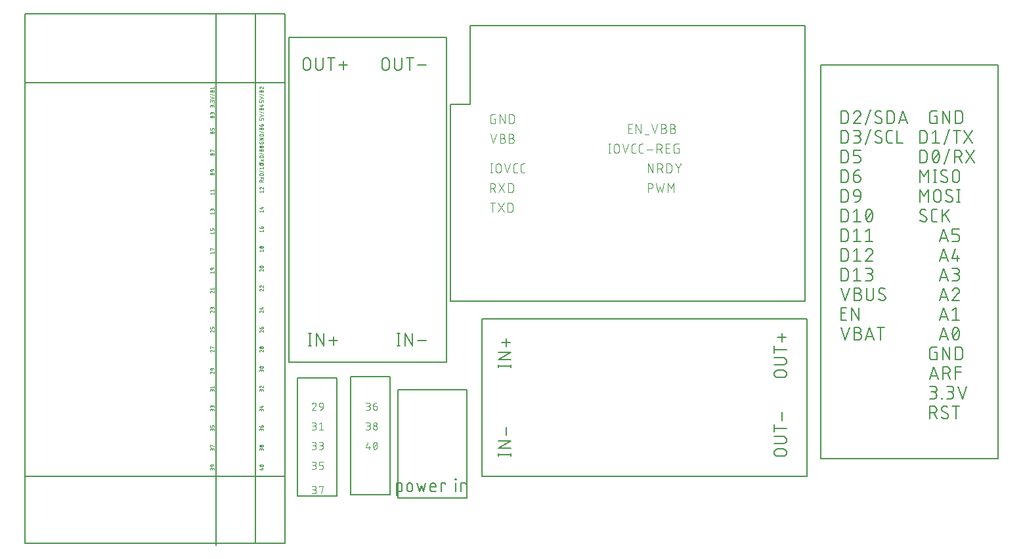
<source format=gbr>
G04 EAGLE Gerber RS-274X export*
G75*
%MOMM*%
%FSLAX34Y34*%
%LPD*%
%INSilkscreen Top*%
%IPPOS*%
%AMOC8*
5,1,8,0,0,1.08239X$1,22.5*%
G01*
%ADD10C,0.076200*%
%ADD11C,0.127000*%
%ADD12C,0.152400*%
%ADD13C,0.101600*%
%ADD14C,0.050800*%


D10*
X197231Y114681D02*
X199842Y114681D01*
X199943Y114683D01*
X200044Y114689D01*
X200145Y114699D01*
X200245Y114712D01*
X200345Y114730D01*
X200444Y114751D01*
X200542Y114777D01*
X200639Y114806D01*
X200735Y114838D01*
X200829Y114875D01*
X200922Y114915D01*
X201014Y114959D01*
X201103Y115006D01*
X201191Y115057D01*
X201277Y115111D01*
X201360Y115168D01*
X201442Y115228D01*
X201520Y115292D01*
X201597Y115358D01*
X201670Y115428D01*
X201741Y115500D01*
X201809Y115575D01*
X201874Y115653D01*
X201936Y115733D01*
X201995Y115815D01*
X202051Y115900D01*
X202103Y115986D01*
X202152Y116075D01*
X202198Y116166D01*
X202239Y116258D01*
X202278Y116352D01*
X202312Y116447D01*
X202343Y116543D01*
X202370Y116641D01*
X202394Y116739D01*
X202413Y116839D01*
X202429Y116939D01*
X202441Y117039D01*
X202449Y117140D01*
X202453Y117241D01*
X202453Y117343D01*
X202449Y117444D01*
X202441Y117545D01*
X202429Y117645D01*
X202413Y117745D01*
X202394Y117845D01*
X202370Y117943D01*
X202343Y118041D01*
X202312Y118137D01*
X202278Y118232D01*
X202239Y118326D01*
X202198Y118418D01*
X202152Y118509D01*
X202103Y118597D01*
X202051Y118684D01*
X201995Y118769D01*
X201936Y118851D01*
X201874Y118931D01*
X201809Y119009D01*
X201741Y119084D01*
X201670Y119156D01*
X201597Y119226D01*
X201520Y119292D01*
X201442Y119356D01*
X201360Y119416D01*
X201277Y119473D01*
X201191Y119527D01*
X201103Y119578D01*
X201014Y119625D01*
X200922Y119669D01*
X200829Y119709D01*
X200735Y119746D01*
X200639Y119778D01*
X200542Y119807D01*
X200444Y119833D01*
X200345Y119854D01*
X200245Y119872D01*
X200145Y119885D01*
X200044Y119895D01*
X199943Y119901D01*
X199842Y119903D01*
X200364Y124079D02*
X197231Y124079D01*
X200364Y124079D02*
X200454Y124077D01*
X200543Y124071D01*
X200633Y124062D01*
X200722Y124048D01*
X200810Y124031D01*
X200897Y124010D01*
X200984Y123985D01*
X201069Y123956D01*
X201153Y123924D01*
X201235Y123889D01*
X201316Y123849D01*
X201395Y123807D01*
X201472Y123761D01*
X201547Y123711D01*
X201620Y123659D01*
X201691Y123603D01*
X201759Y123545D01*
X201824Y123483D01*
X201887Y123419D01*
X201947Y123352D01*
X202004Y123283D01*
X202058Y123211D01*
X202109Y123137D01*
X202157Y123061D01*
X202201Y122983D01*
X202242Y122903D01*
X202280Y122821D01*
X202314Y122738D01*
X202344Y122653D01*
X202371Y122567D01*
X202394Y122481D01*
X202413Y122393D01*
X202428Y122304D01*
X202440Y122215D01*
X202448Y122126D01*
X202452Y122036D01*
X202452Y121946D01*
X202448Y121856D01*
X202440Y121767D01*
X202428Y121678D01*
X202413Y121589D01*
X202394Y121501D01*
X202371Y121415D01*
X202344Y121329D01*
X202314Y121244D01*
X202280Y121161D01*
X202242Y121079D01*
X202201Y120999D01*
X202157Y120921D01*
X202109Y120845D01*
X202058Y120771D01*
X202004Y120699D01*
X201947Y120630D01*
X201887Y120563D01*
X201824Y120499D01*
X201759Y120437D01*
X201691Y120379D01*
X201620Y120323D01*
X201547Y120271D01*
X201472Y120221D01*
X201395Y120175D01*
X201316Y120133D01*
X201235Y120093D01*
X201153Y120058D01*
X201069Y120026D01*
X200984Y119997D01*
X200897Y119972D01*
X200810Y119951D01*
X200722Y119934D01*
X200633Y119920D01*
X200543Y119911D01*
X200454Y119905D01*
X200364Y119903D01*
X200364Y119902D02*
X198275Y119902D01*
X206375Y123035D02*
X206375Y124079D01*
X211596Y124079D01*
X208986Y114681D01*
X199842Y146431D02*
X197231Y146431D01*
X199842Y146431D02*
X199943Y146433D01*
X200044Y146439D01*
X200145Y146449D01*
X200245Y146462D01*
X200345Y146480D01*
X200444Y146501D01*
X200542Y146527D01*
X200639Y146556D01*
X200735Y146588D01*
X200829Y146625D01*
X200922Y146665D01*
X201014Y146709D01*
X201103Y146756D01*
X201191Y146807D01*
X201277Y146861D01*
X201360Y146918D01*
X201442Y146978D01*
X201520Y147042D01*
X201597Y147108D01*
X201670Y147178D01*
X201741Y147250D01*
X201809Y147325D01*
X201874Y147403D01*
X201936Y147483D01*
X201995Y147565D01*
X202051Y147650D01*
X202103Y147736D01*
X202152Y147825D01*
X202198Y147916D01*
X202239Y148008D01*
X202278Y148102D01*
X202312Y148197D01*
X202343Y148293D01*
X202370Y148391D01*
X202394Y148489D01*
X202413Y148589D01*
X202429Y148689D01*
X202441Y148789D01*
X202449Y148890D01*
X202453Y148991D01*
X202453Y149093D01*
X202449Y149194D01*
X202441Y149295D01*
X202429Y149395D01*
X202413Y149495D01*
X202394Y149595D01*
X202370Y149693D01*
X202343Y149791D01*
X202312Y149887D01*
X202278Y149982D01*
X202239Y150076D01*
X202198Y150168D01*
X202152Y150259D01*
X202103Y150347D01*
X202051Y150434D01*
X201995Y150519D01*
X201936Y150601D01*
X201874Y150681D01*
X201809Y150759D01*
X201741Y150834D01*
X201670Y150906D01*
X201597Y150976D01*
X201520Y151042D01*
X201442Y151106D01*
X201360Y151166D01*
X201277Y151223D01*
X201191Y151277D01*
X201103Y151328D01*
X201014Y151375D01*
X200922Y151419D01*
X200829Y151459D01*
X200735Y151496D01*
X200639Y151528D01*
X200542Y151557D01*
X200444Y151583D01*
X200345Y151604D01*
X200245Y151622D01*
X200145Y151635D01*
X200044Y151645D01*
X199943Y151651D01*
X199842Y151653D01*
X200364Y155829D02*
X197231Y155829D01*
X200364Y155829D02*
X200454Y155827D01*
X200543Y155821D01*
X200633Y155812D01*
X200722Y155798D01*
X200810Y155781D01*
X200897Y155760D01*
X200984Y155735D01*
X201069Y155706D01*
X201153Y155674D01*
X201235Y155639D01*
X201316Y155599D01*
X201395Y155557D01*
X201472Y155511D01*
X201547Y155461D01*
X201620Y155409D01*
X201691Y155353D01*
X201759Y155295D01*
X201824Y155233D01*
X201887Y155169D01*
X201947Y155102D01*
X202004Y155033D01*
X202058Y154961D01*
X202109Y154887D01*
X202157Y154811D01*
X202201Y154733D01*
X202242Y154653D01*
X202280Y154571D01*
X202314Y154488D01*
X202344Y154403D01*
X202371Y154317D01*
X202394Y154231D01*
X202413Y154143D01*
X202428Y154054D01*
X202440Y153965D01*
X202448Y153876D01*
X202452Y153786D01*
X202452Y153696D01*
X202448Y153606D01*
X202440Y153517D01*
X202428Y153428D01*
X202413Y153339D01*
X202394Y153251D01*
X202371Y153165D01*
X202344Y153079D01*
X202314Y152994D01*
X202280Y152911D01*
X202242Y152829D01*
X202201Y152749D01*
X202157Y152671D01*
X202109Y152595D01*
X202058Y152521D01*
X202004Y152449D01*
X201947Y152380D01*
X201887Y152313D01*
X201824Y152249D01*
X201759Y152187D01*
X201691Y152129D01*
X201620Y152073D01*
X201547Y152021D01*
X201472Y151971D01*
X201395Y151925D01*
X201316Y151883D01*
X201235Y151843D01*
X201153Y151808D01*
X201069Y151776D01*
X200984Y151747D01*
X200897Y151722D01*
X200810Y151701D01*
X200722Y151684D01*
X200633Y151670D01*
X200543Y151661D01*
X200454Y151655D01*
X200364Y151653D01*
X200364Y151652D02*
X198275Y151652D01*
X206375Y146431D02*
X209508Y146431D01*
X209597Y146433D01*
X209685Y146439D01*
X209773Y146448D01*
X209861Y146461D01*
X209948Y146478D01*
X210034Y146498D01*
X210119Y146523D01*
X210204Y146550D01*
X210287Y146582D01*
X210368Y146616D01*
X210448Y146655D01*
X210526Y146696D01*
X210603Y146741D01*
X210677Y146789D01*
X210750Y146840D01*
X210820Y146894D01*
X210887Y146952D01*
X210953Y147012D01*
X211015Y147074D01*
X211075Y147140D01*
X211133Y147207D01*
X211187Y147277D01*
X211238Y147350D01*
X211286Y147424D01*
X211331Y147501D01*
X211372Y147579D01*
X211411Y147659D01*
X211445Y147740D01*
X211477Y147823D01*
X211504Y147908D01*
X211529Y147993D01*
X211549Y148079D01*
X211566Y148166D01*
X211579Y148254D01*
X211588Y148342D01*
X211594Y148430D01*
X211596Y148519D01*
X211596Y149564D01*
X211594Y149653D01*
X211588Y149741D01*
X211579Y149829D01*
X211566Y149917D01*
X211549Y150004D01*
X211529Y150090D01*
X211504Y150175D01*
X211477Y150260D01*
X211445Y150343D01*
X211411Y150424D01*
X211372Y150504D01*
X211331Y150582D01*
X211286Y150659D01*
X211238Y150733D01*
X211187Y150806D01*
X211133Y150876D01*
X211075Y150943D01*
X211015Y151009D01*
X210953Y151071D01*
X210887Y151131D01*
X210820Y151189D01*
X210750Y151243D01*
X210677Y151294D01*
X210603Y151342D01*
X210526Y151387D01*
X210448Y151428D01*
X210368Y151467D01*
X210287Y151501D01*
X210204Y151533D01*
X210119Y151560D01*
X210034Y151585D01*
X209948Y151605D01*
X209861Y151622D01*
X209773Y151635D01*
X209685Y151644D01*
X209597Y151650D01*
X209508Y151652D01*
X206375Y151652D01*
X206375Y155829D01*
X211596Y155829D01*
X199842Y171831D02*
X197231Y171831D01*
X199842Y171831D02*
X199943Y171833D01*
X200044Y171839D01*
X200145Y171849D01*
X200245Y171862D01*
X200345Y171880D01*
X200444Y171901D01*
X200542Y171927D01*
X200639Y171956D01*
X200735Y171988D01*
X200829Y172025D01*
X200922Y172065D01*
X201014Y172109D01*
X201103Y172156D01*
X201191Y172207D01*
X201277Y172261D01*
X201360Y172318D01*
X201442Y172378D01*
X201520Y172442D01*
X201597Y172508D01*
X201670Y172578D01*
X201741Y172650D01*
X201809Y172725D01*
X201874Y172803D01*
X201936Y172883D01*
X201995Y172965D01*
X202051Y173050D01*
X202103Y173136D01*
X202152Y173225D01*
X202198Y173316D01*
X202239Y173408D01*
X202278Y173502D01*
X202312Y173597D01*
X202343Y173693D01*
X202370Y173791D01*
X202394Y173889D01*
X202413Y173989D01*
X202429Y174089D01*
X202441Y174189D01*
X202449Y174290D01*
X202453Y174391D01*
X202453Y174493D01*
X202449Y174594D01*
X202441Y174695D01*
X202429Y174795D01*
X202413Y174895D01*
X202394Y174995D01*
X202370Y175093D01*
X202343Y175191D01*
X202312Y175287D01*
X202278Y175382D01*
X202239Y175476D01*
X202198Y175568D01*
X202152Y175659D01*
X202103Y175747D01*
X202051Y175834D01*
X201995Y175919D01*
X201936Y176001D01*
X201874Y176081D01*
X201809Y176159D01*
X201741Y176234D01*
X201670Y176306D01*
X201597Y176376D01*
X201520Y176442D01*
X201442Y176506D01*
X201360Y176566D01*
X201277Y176623D01*
X201191Y176677D01*
X201103Y176728D01*
X201014Y176775D01*
X200922Y176819D01*
X200829Y176859D01*
X200735Y176896D01*
X200639Y176928D01*
X200542Y176957D01*
X200444Y176983D01*
X200345Y177004D01*
X200245Y177022D01*
X200145Y177035D01*
X200044Y177045D01*
X199943Y177051D01*
X199842Y177053D01*
X200364Y181229D02*
X197231Y181229D01*
X200364Y181229D02*
X200454Y181227D01*
X200543Y181221D01*
X200633Y181212D01*
X200722Y181198D01*
X200810Y181181D01*
X200897Y181160D01*
X200984Y181135D01*
X201069Y181106D01*
X201153Y181074D01*
X201235Y181039D01*
X201316Y180999D01*
X201395Y180957D01*
X201472Y180911D01*
X201547Y180861D01*
X201620Y180809D01*
X201691Y180753D01*
X201759Y180695D01*
X201824Y180633D01*
X201887Y180569D01*
X201947Y180502D01*
X202004Y180433D01*
X202058Y180361D01*
X202109Y180287D01*
X202157Y180211D01*
X202201Y180133D01*
X202242Y180053D01*
X202280Y179971D01*
X202314Y179888D01*
X202344Y179803D01*
X202371Y179717D01*
X202394Y179631D01*
X202413Y179543D01*
X202428Y179454D01*
X202440Y179365D01*
X202448Y179276D01*
X202452Y179186D01*
X202452Y179096D01*
X202448Y179006D01*
X202440Y178917D01*
X202428Y178828D01*
X202413Y178739D01*
X202394Y178651D01*
X202371Y178565D01*
X202344Y178479D01*
X202314Y178394D01*
X202280Y178311D01*
X202242Y178229D01*
X202201Y178149D01*
X202157Y178071D01*
X202109Y177995D01*
X202058Y177921D01*
X202004Y177849D01*
X201947Y177780D01*
X201887Y177713D01*
X201824Y177649D01*
X201759Y177587D01*
X201691Y177529D01*
X201620Y177473D01*
X201547Y177421D01*
X201472Y177371D01*
X201395Y177325D01*
X201316Y177283D01*
X201235Y177243D01*
X201153Y177208D01*
X201069Y177176D01*
X200984Y177147D01*
X200897Y177122D01*
X200810Y177101D01*
X200722Y177084D01*
X200633Y177070D01*
X200543Y177061D01*
X200454Y177055D01*
X200364Y177053D01*
X200364Y177052D02*
X198275Y177052D01*
X206375Y171831D02*
X208986Y171831D01*
X209087Y171833D01*
X209188Y171839D01*
X209289Y171849D01*
X209389Y171862D01*
X209489Y171880D01*
X209588Y171901D01*
X209686Y171927D01*
X209783Y171956D01*
X209879Y171988D01*
X209973Y172025D01*
X210066Y172065D01*
X210158Y172109D01*
X210247Y172156D01*
X210335Y172207D01*
X210421Y172261D01*
X210504Y172318D01*
X210586Y172378D01*
X210664Y172442D01*
X210741Y172508D01*
X210814Y172578D01*
X210885Y172650D01*
X210953Y172725D01*
X211018Y172803D01*
X211080Y172883D01*
X211139Y172965D01*
X211195Y173050D01*
X211247Y173136D01*
X211296Y173225D01*
X211342Y173316D01*
X211383Y173408D01*
X211422Y173502D01*
X211456Y173597D01*
X211487Y173693D01*
X211514Y173791D01*
X211538Y173889D01*
X211557Y173989D01*
X211573Y174089D01*
X211585Y174189D01*
X211593Y174290D01*
X211597Y174391D01*
X211597Y174493D01*
X211593Y174594D01*
X211585Y174695D01*
X211573Y174795D01*
X211557Y174895D01*
X211538Y174995D01*
X211514Y175093D01*
X211487Y175191D01*
X211456Y175287D01*
X211422Y175382D01*
X211383Y175476D01*
X211342Y175568D01*
X211296Y175659D01*
X211247Y175747D01*
X211195Y175834D01*
X211139Y175919D01*
X211080Y176001D01*
X211018Y176081D01*
X210953Y176159D01*
X210885Y176234D01*
X210814Y176306D01*
X210741Y176376D01*
X210664Y176442D01*
X210586Y176506D01*
X210504Y176566D01*
X210421Y176623D01*
X210335Y176677D01*
X210247Y176728D01*
X210158Y176775D01*
X210066Y176819D01*
X209973Y176859D01*
X209879Y176896D01*
X209783Y176928D01*
X209686Y176957D01*
X209588Y176983D01*
X209489Y177004D01*
X209389Y177022D01*
X209289Y177035D01*
X209188Y177045D01*
X209087Y177051D01*
X208986Y177053D01*
X209508Y181229D02*
X206375Y181229D01*
X209508Y181229D02*
X209598Y181227D01*
X209687Y181221D01*
X209777Y181212D01*
X209866Y181198D01*
X209954Y181181D01*
X210041Y181160D01*
X210128Y181135D01*
X210213Y181106D01*
X210297Y181074D01*
X210379Y181039D01*
X210460Y180999D01*
X210539Y180957D01*
X210616Y180911D01*
X210691Y180861D01*
X210764Y180809D01*
X210835Y180753D01*
X210903Y180695D01*
X210968Y180633D01*
X211031Y180569D01*
X211091Y180502D01*
X211148Y180433D01*
X211202Y180361D01*
X211253Y180287D01*
X211301Y180211D01*
X211345Y180133D01*
X211386Y180053D01*
X211424Y179971D01*
X211458Y179888D01*
X211488Y179803D01*
X211515Y179717D01*
X211538Y179631D01*
X211557Y179543D01*
X211572Y179454D01*
X211584Y179365D01*
X211592Y179276D01*
X211596Y179186D01*
X211596Y179096D01*
X211592Y179006D01*
X211584Y178917D01*
X211572Y178828D01*
X211557Y178739D01*
X211538Y178651D01*
X211515Y178565D01*
X211488Y178479D01*
X211458Y178394D01*
X211424Y178311D01*
X211386Y178229D01*
X211345Y178149D01*
X211301Y178071D01*
X211253Y177995D01*
X211202Y177921D01*
X211148Y177849D01*
X211091Y177780D01*
X211031Y177713D01*
X210968Y177649D01*
X210903Y177587D01*
X210835Y177529D01*
X210764Y177473D01*
X210691Y177421D01*
X210616Y177371D01*
X210539Y177325D01*
X210460Y177283D01*
X210379Y177243D01*
X210297Y177208D01*
X210213Y177176D01*
X210128Y177147D01*
X210041Y177122D01*
X209954Y177101D01*
X209866Y177084D01*
X209777Y177070D01*
X209687Y177061D01*
X209598Y177055D01*
X209508Y177053D01*
X209508Y177052D02*
X207419Y177052D01*
X199842Y197231D02*
X197231Y197231D01*
X199842Y197231D02*
X199943Y197233D01*
X200044Y197239D01*
X200145Y197249D01*
X200245Y197262D01*
X200345Y197280D01*
X200444Y197301D01*
X200542Y197327D01*
X200639Y197356D01*
X200735Y197388D01*
X200829Y197425D01*
X200922Y197465D01*
X201014Y197509D01*
X201103Y197556D01*
X201191Y197607D01*
X201277Y197661D01*
X201360Y197718D01*
X201442Y197778D01*
X201520Y197842D01*
X201597Y197908D01*
X201670Y197978D01*
X201741Y198050D01*
X201809Y198125D01*
X201874Y198203D01*
X201936Y198283D01*
X201995Y198365D01*
X202051Y198450D01*
X202103Y198536D01*
X202152Y198625D01*
X202198Y198716D01*
X202239Y198808D01*
X202278Y198902D01*
X202312Y198997D01*
X202343Y199093D01*
X202370Y199191D01*
X202394Y199289D01*
X202413Y199389D01*
X202429Y199489D01*
X202441Y199589D01*
X202449Y199690D01*
X202453Y199791D01*
X202453Y199893D01*
X202449Y199994D01*
X202441Y200095D01*
X202429Y200195D01*
X202413Y200295D01*
X202394Y200395D01*
X202370Y200493D01*
X202343Y200591D01*
X202312Y200687D01*
X202278Y200782D01*
X202239Y200876D01*
X202198Y200968D01*
X202152Y201059D01*
X202103Y201147D01*
X202051Y201234D01*
X201995Y201319D01*
X201936Y201401D01*
X201874Y201481D01*
X201809Y201559D01*
X201741Y201634D01*
X201670Y201706D01*
X201597Y201776D01*
X201520Y201842D01*
X201442Y201906D01*
X201360Y201966D01*
X201277Y202023D01*
X201191Y202077D01*
X201103Y202128D01*
X201014Y202175D01*
X200922Y202219D01*
X200829Y202259D01*
X200735Y202296D01*
X200639Y202328D01*
X200542Y202357D01*
X200444Y202383D01*
X200345Y202404D01*
X200245Y202422D01*
X200145Y202435D01*
X200044Y202445D01*
X199943Y202451D01*
X199842Y202453D01*
X200364Y206629D02*
X197231Y206629D01*
X200364Y206629D02*
X200454Y206627D01*
X200543Y206621D01*
X200633Y206612D01*
X200722Y206598D01*
X200810Y206581D01*
X200897Y206560D01*
X200984Y206535D01*
X201069Y206506D01*
X201153Y206474D01*
X201235Y206439D01*
X201316Y206399D01*
X201395Y206357D01*
X201472Y206311D01*
X201547Y206261D01*
X201620Y206209D01*
X201691Y206153D01*
X201759Y206095D01*
X201824Y206033D01*
X201887Y205969D01*
X201947Y205902D01*
X202004Y205833D01*
X202058Y205761D01*
X202109Y205687D01*
X202157Y205611D01*
X202201Y205533D01*
X202242Y205453D01*
X202280Y205371D01*
X202314Y205288D01*
X202344Y205203D01*
X202371Y205117D01*
X202394Y205031D01*
X202413Y204943D01*
X202428Y204854D01*
X202440Y204765D01*
X202448Y204676D01*
X202452Y204586D01*
X202452Y204496D01*
X202448Y204406D01*
X202440Y204317D01*
X202428Y204228D01*
X202413Y204139D01*
X202394Y204051D01*
X202371Y203965D01*
X202344Y203879D01*
X202314Y203794D01*
X202280Y203711D01*
X202242Y203629D01*
X202201Y203549D01*
X202157Y203471D01*
X202109Y203395D01*
X202058Y203321D01*
X202004Y203249D01*
X201947Y203180D01*
X201887Y203113D01*
X201824Y203049D01*
X201759Y202987D01*
X201691Y202929D01*
X201620Y202873D01*
X201547Y202821D01*
X201472Y202771D01*
X201395Y202725D01*
X201316Y202683D01*
X201235Y202643D01*
X201153Y202608D01*
X201069Y202576D01*
X200984Y202547D01*
X200897Y202522D01*
X200810Y202501D01*
X200722Y202484D01*
X200633Y202470D01*
X200543Y202461D01*
X200454Y202455D01*
X200364Y202453D01*
X200364Y202452D02*
X198275Y202452D01*
X206375Y204541D02*
X208986Y206629D01*
X208986Y197231D01*
X211596Y197231D02*
X206375Y197231D01*
X202453Y229680D02*
X202451Y229775D01*
X202445Y229869D01*
X202436Y229963D01*
X202423Y230057D01*
X202406Y230150D01*
X202385Y230242D01*
X202360Y230334D01*
X202332Y230424D01*
X202300Y230513D01*
X202265Y230601D01*
X202226Y230687D01*
X202184Y230772D01*
X202138Y230855D01*
X202089Y230936D01*
X202037Y231015D01*
X201982Y231092D01*
X201923Y231166D01*
X201862Y231238D01*
X201798Y231308D01*
X201731Y231375D01*
X201661Y231439D01*
X201589Y231500D01*
X201515Y231559D01*
X201438Y231614D01*
X201359Y231666D01*
X201278Y231715D01*
X201195Y231761D01*
X201110Y231803D01*
X201024Y231842D01*
X200936Y231877D01*
X200847Y231909D01*
X200757Y231937D01*
X200665Y231962D01*
X200573Y231983D01*
X200480Y232000D01*
X200386Y232013D01*
X200292Y232022D01*
X200198Y232028D01*
X200103Y232030D01*
X200103Y232029D02*
X199995Y232027D01*
X199886Y232021D01*
X199778Y232011D01*
X199671Y231998D01*
X199564Y231980D01*
X199457Y231959D01*
X199352Y231934D01*
X199247Y231905D01*
X199144Y231873D01*
X199042Y231836D01*
X198941Y231796D01*
X198842Y231753D01*
X198744Y231706D01*
X198648Y231655D01*
X198554Y231601D01*
X198462Y231544D01*
X198372Y231483D01*
X198284Y231419D01*
X198199Y231353D01*
X198116Y231283D01*
X198036Y231210D01*
X197958Y231134D01*
X197883Y231056D01*
X197811Y230975D01*
X197742Y230891D01*
X197676Y230805D01*
X197613Y230717D01*
X197554Y230626D01*
X197497Y230534D01*
X197444Y230439D01*
X197395Y230343D01*
X197349Y230244D01*
X197306Y230145D01*
X197267Y230043D01*
X197232Y229941D01*
X201669Y227852D02*
X201738Y227921D01*
X201804Y227992D01*
X201868Y228065D01*
X201929Y228141D01*
X201987Y228220D01*
X202041Y228300D01*
X202093Y228383D01*
X202141Y228467D01*
X202187Y228553D01*
X202228Y228641D01*
X202267Y228731D01*
X202302Y228822D01*
X202333Y228914D01*
X202361Y229007D01*
X202385Y229101D01*
X202405Y229196D01*
X202422Y229292D01*
X202435Y229389D01*
X202444Y229486D01*
X202450Y229583D01*
X202452Y229680D01*
X201669Y227852D02*
X197231Y222631D01*
X202452Y222631D01*
X208463Y226808D02*
X211596Y226808D01*
X208463Y226808D02*
X208374Y226810D01*
X208286Y226816D01*
X208198Y226825D01*
X208110Y226838D01*
X208023Y226855D01*
X207937Y226875D01*
X207852Y226900D01*
X207767Y226927D01*
X207684Y226959D01*
X207603Y226993D01*
X207523Y227032D01*
X207445Y227073D01*
X207368Y227118D01*
X207294Y227166D01*
X207221Y227217D01*
X207151Y227271D01*
X207084Y227329D01*
X207018Y227389D01*
X206956Y227451D01*
X206896Y227517D01*
X206838Y227584D01*
X206784Y227654D01*
X206733Y227727D01*
X206685Y227801D01*
X206640Y227878D01*
X206599Y227956D01*
X206560Y228036D01*
X206526Y228117D01*
X206494Y228200D01*
X206467Y228285D01*
X206442Y228370D01*
X206422Y228456D01*
X206405Y228543D01*
X206392Y228631D01*
X206383Y228719D01*
X206377Y228807D01*
X206375Y228896D01*
X206375Y229418D01*
X206377Y229519D01*
X206383Y229620D01*
X206393Y229721D01*
X206406Y229821D01*
X206424Y229921D01*
X206445Y230020D01*
X206471Y230118D01*
X206500Y230215D01*
X206532Y230311D01*
X206569Y230405D01*
X206609Y230498D01*
X206653Y230590D01*
X206700Y230679D01*
X206751Y230767D01*
X206805Y230853D01*
X206862Y230936D01*
X206922Y231018D01*
X206986Y231096D01*
X207052Y231173D01*
X207122Y231246D01*
X207194Y231317D01*
X207269Y231385D01*
X207347Y231450D01*
X207427Y231512D01*
X207509Y231571D01*
X207594Y231627D01*
X207681Y231679D01*
X207769Y231728D01*
X207860Y231774D01*
X207952Y231815D01*
X208046Y231854D01*
X208141Y231888D01*
X208237Y231919D01*
X208335Y231946D01*
X208433Y231970D01*
X208533Y231989D01*
X208633Y232005D01*
X208733Y232017D01*
X208834Y232025D01*
X208935Y232029D01*
X209037Y232029D01*
X209138Y232025D01*
X209239Y232017D01*
X209339Y232005D01*
X209439Y231989D01*
X209539Y231970D01*
X209637Y231946D01*
X209735Y231919D01*
X209831Y231888D01*
X209926Y231854D01*
X210020Y231815D01*
X210112Y231774D01*
X210203Y231728D01*
X210292Y231679D01*
X210378Y231627D01*
X210463Y231571D01*
X210545Y231512D01*
X210625Y231450D01*
X210703Y231385D01*
X210778Y231317D01*
X210850Y231246D01*
X210920Y231173D01*
X210986Y231096D01*
X211050Y231018D01*
X211110Y230936D01*
X211167Y230853D01*
X211221Y230767D01*
X211272Y230679D01*
X211319Y230590D01*
X211363Y230498D01*
X211403Y230405D01*
X211440Y230311D01*
X211472Y230215D01*
X211501Y230118D01*
X211527Y230020D01*
X211548Y229921D01*
X211566Y229821D01*
X211579Y229721D01*
X211589Y229620D01*
X211595Y229519D01*
X211597Y229418D01*
X211596Y229418D02*
X211596Y226808D01*
X211594Y226682D01*
X211588Y226556D01*
X211579Y226430D01*
X211566Y226305D01*
X211548Y226180D01*
X211528Y226055D01*
X211503Y225931D01*
X211475Y225808D01*
X211443Y225686D01*
X211407Y225565D01*
X211368Y225445D01*
X211325Y225327D01*
X211278Y225210D01*
X211228Y225094D01*
X211174Y224979D01*
X211118Y224867D01*
X211057Y224756D01*
X210994Y224647D01*
X210927Y224540D01*
X210857Y224435D01*
X210783Y224332D01*
X210707Y224232D01*
X210628Y224134D01*
X210546Y224038D01*
X210460Y223945D01*
X210373Y223854D01*
X210282Y223767D01*
X210189Y223681D01*
X210093Y223599D01*
X209995Y223520D01*
X209895Y223444D01*
X209792Y223370D01*
X209687Y223300D01*
X209580Y223233D01*
X209471Y223170D01*
X209360Y223109D01*
X209248Y223053D01*
X209133Y222999D01*
X209017Y222949D01*
X208900Y222902D01*
X208782Y222859D01*
X208662Y222820D01*
X208541Y222784D01*
X208419Y222752D01*
X208296Y222724D01*
X208172Y222699D01*
X208047Y222679D01*
X207922Y222661D01*
X207797Y222648D01*
X207671Y222639D01*
X207545Y222633D01*
X207419Y222631D01*
X269169Y181229D02*
X267081Y173919D01*
X272302Y173919D01*
X270736Y176008D02*
X270736Y171831D01*
X276225Y176530D02*
X276227Y176715D01*
X276234Y176900D01*
X276245Y177084D01*
X276260Y177268D01*
X276280Y177452D01*
X276304Y177636D01*
X276333Y177818D01*
X276366Y178000D01*
X276403Y178181D01*
X276445Y178361D01*
X276491Y178541D01*
X276541Y178719D01*
X276595Y178895D01*
X276654Y179071D01*
X276716Y179245D01*
X276783Y179417D01*
X276854Y179588D01*
X276929Y179757D01*
X277008Y179924D01*
X277038Y180004D01*
X277071Y180083D01*
X277108Y180160D01*
X277148Y180236D01*
X277191Y180310D01*
X277237Y180382D01*
X277287Y180451D01*
X277339Y180519D01*
X277395Y180584D01*
X277453Y180647D01*
X277515Y180706D01*
X277578Y180764D01*
X277645Y180818D01*
X277713Y180869D01*
X277784Y180917D01*
X277857Y180962D01*
X277931Y181004D01*
X278008Y181042D01*
X278086Y181077D01*
X278165Y181109D01*
X278246Y181137D01*
X278328Y181161D01*
X278412Y181182D01*
X278495Y181199D01*
X278580Y181212D01*
X278665Y181221D01*
X278750Y181227D01*
X278836Y181229D01*
X278922Y181227D01*
X279007Y181221D01*
X279092Y181212D01*
X279177Y181199D01*
X279260Y181182D01*
X279344Y181161D01*
X279426Y181137D01*
X279507Y181109D01*
X279586Y181077D01*
X279664Y181042D01*
X279741Y181004D01*
X279815Y180962D01*
X279888Y180917D01*
X279959Y180869D01*
X280027Y180818D01*
X280094Y180764D01*
X280157Y180706D01*
X280219Y180647D01*
X280277Y180584D01*
X280333Y180519D01*
X280385Y180451D01*
X280435Y180382D01*
X280481Y180310D01*
X280524Y180236D01*
X280564Y180160D01*
X280601Y180083D01*
X280634Y180004D01*
X280664Y179924D01*
X280663Y179924D02*
X280742Y179757D01*
X280817Y179588D01*
X280888Y179417D01*
X280955Y179245D01*
X281017Y179071D01*
X281076Y178895D01*
X281130Y178719D01*
X281180Y178541D01*
X281226Y178361D01*
X281268Y178181D01*
X281305Y178000D01*
X281338Y177818D01*
X281367Y177636D01*
X281391Y177452D01*
X281411Y177268D01*
X281426Y177084D01*
X281437Y176900D01*
X281444Y176715D01*
X281446Y176530D01*
X276225Y176530D02*
X276227Y176345D01*
X276234Y176160D01*
X276245Y175976D01*
X276260Y175792D01*
X276280Y175608D01*
X276304Y175424D01*
X276333Y175242D01*
X276366Y175060D01*
X276403Y174879D01*
X276445Y174699D01*
X276491Y174519D01*
X276541Y174341D01*
X276595Y174165D01*
X276654Y173989D01*
X276716Y173815D01*
X276783Y173643D01*
X276854Y173472D01*
X276929Y173303D01*
X277008Y173136D01*
X277038Y173056D01*
X277071Y172977D01*
X277108Y172900D01*
X277148Y172824D01*
X277191Y172750D01*
X277237Y172678D01*
X277287Y172609D01*
X277340Y172541D01*
X277395Y172476D01*
X277454Y172413D01*
X277515Y172354D01*
X277578Y172296D01*
X277645Y172242D01*
X277713Y172191D01*
X277784Y172143D01*
X277857Y172098D01*
X277931Y172056D01*
X278008Y172018D01*
X278086Y171983D01*
X278165Y171951D01*
X278246Y171923D01*
X278328Y171899D01*
X278412Y171878D01*
X278495Y171861D01*
X278580Y171848D01*
X278665Y171839D01*
X278750Y171833D01*
X278836Y171831D01*
X280663Y173136D02*
X280742Y173303D01*
X280817Y173472D01*
X280888Y173643D01*
X280955Y173815D01*
X281017Y173989D01*
X281076Y174165D01*
X281130Y174341D01*
X281180Y174519D01*
X281226Y174699D01*
X281268Y174879D01*
X281305Y175060D01*
X281338Y175242D01*
X281367Y175424D01*
X281391Y175608D01*
X281411Y175792D01*
X281426Y175976D01*
X281437Y176160D01*
X281444Y176345D01*
X281446Y176530D01*
X280664Y173136D02*
X280634Y173056D01*
X280601Y172977D01*
X280564Y172900D01*
X280524Y172824D01*
X280481Y172750D01*
X280435Y172678D01*
X280385Y172609D01*
X280333Y172541D01*
X280277Y172476D01*
X280219Y172413D01*
X280157Y172354D01*
X280094Y172296D01*
X280027Y172242D01*
X279959Y172191D01*
X279888Y172143D01*
X279815Y172098D01*
X279741Y172056D01*
X279664Y172018D01*
X279586Y171983D01*
X279507Y171951D01*
X279426Y171923D01*
X279344Y171899D01*
X279260Y171878D01*
X279177Y171861D01*
X279092Y171848D01*
X279007Y171839D01*
X278922Y171833D01*
X278836Y171831D01*
X276747Y173919D02*
X280924Y179141D01*
X269692Y197231D02*
X267081Y197231D01*
X269692Y197231D02*
X269793Y197233D01*
X269894Y197239D01*
X269995Y197249D01*
X270095Y197262D01*
X270195Y197280D01*
X270294Y197301D01*
X270392Y197327D01*
X270489Y197356D01*
X270585Y197388D01*
X270679Y197425D01*
X270772Y197465D01*
X270864Y197509D01*
X270953Y197556D01*
X271041Y197607D01*
X271127Y197661D01*
X271210Y197718D01*
X271292Y197778D01*
X271370Y197842D01*
X271447Y197908D01*
X271520Y197978D01*
X271591Y198050D01*
X271659Y198125D01*
X271724Y198203D01*
X271786Y198283D01*
X271845Y198365D01*
X271901Y198450D01*
X271953Y198536D01*
X272002Y198625D01*
X272048Y198716D01*
X272089Y198808D01*
X272128Y198902D01*
X272162Y198997D01*
X272193Y199093D01*
X272220Y199191D01*
X272244Y199289D01*
X272263Y199389D01*
X272279Y199489D01*
X272291Y199589D01*
X272299Y199690D01*
X272303Y199791D01*
X272303Y199893D01*
X272299Y199994D01*
X272291Y200095D01*
X272279Y200195D01*
X272263Y200295D01*
X272244Y200395D01*
X272220Y200493D01*
X272193Y200591D01*
X272162Y200687D01*
X272128Y200782D01*
X272089Y200876D01*
X272048Y200968D01*
X272002Y201059D01*
X271953Y201147D01*
X271901Y201234D01*
X271845Y201319D01*
X271786Y201401D01*
X271724Y201481D01*
X271659Y201559D01*
X271591Y201634D01*
X271520Y201706D01*
X271447Y201776D01*
X271370Y201842D01*
X271292Y201906D01*
X271210Y201966D01*
X271127Y202023D01*
X271041Y202077D01*
X270953Y202128D01*
X270864Y202175D01*
X270772Y202219D01*
X270679Y202259D01*
X270585Y202296D01*
X270489Y202328D01*
X270392Y202357D01*
X270294Y202383D01*
X270195Y202404D01*
X270095Y202422D01*
X269995Y202435D01*
X269894Y202445D01*
X269793Y202451D01*
X269692Y202453D01*
X270214Y206629D02*
X267081Y206629D01*
X270214Y206629D02*
X270304Y206627D01*
X270393Y206621D01*
X270483Y206612D01*
X270572Y206598D01*
X270660Y206581D01*
X270747Y206560D01*
X270834Y206535D01*
X270919Y206506D01*
X271003Y206474D01*
X271085Y206439D01*
X271166Y206399D01*
X271245Y206357D01*
X271322Y206311D01*
X271397Y206261D01*
X271470Y206209D01*
X271541Y206153D01*
X271609Y206095D01*
X271674Y206033D01*
X271737Y205969D01*
X271797Y205902D01*
X271854Y205833D01*
X271908Y205761D01*
X271959Y205687D01*
X272007Y205611D01*
X272051Y205533D01*
X272092Y205453D01*
X272130Y205371D01*
X272164Y205288D01*
X272194Y205203D01*
X272221Y205117D01*
X272244Y205031D01*
X272263Y204943D01*
X272278Y204854D01*
X272290Y204765D01*
X272298Y204676D01*
X272302Y204586D01*
X272302Y204496D01*
X272298Y204406D01*
X272290Y204317D01*
X272278Y204228D01*
X272263Y204139D01*
X272244Y204051D01*
X272221Y203965D01*
X272194Y203879D01*
X272164Y203794D01*
X272130Y203711D01*
X272092Y203629D01*
X272051Y203549D01*
X272007Y203471D01*
X271959Y203395D01*
X271908Y203321D01*
X271854Y203249D01*
X271797Y203180D01*
X271737Y203113D01*
X271674Y203049D01*
X271609Y202987D01*
X271541Y202929D01*
X271470Y202873D01*
X271397Y202821D01*
X271322Y202771D01*
X271245Y202725D01*
X271166Y202683D01*
X271085Y202643D01*
X271003Y202608D01*
X270919Y202576D01*
X270834Y202547D01*
X270747Y202522D01*
X270660Y202501D01*
X270572Y202484D01*
X270483Y202470D01*
X270393Y202461D01*
X270304Y202455D01*
X270214Y202453D01*
X270214Y202452D02*
X268125Y202452D01*
X276225Y199842D02*
X276227Y199943D01*
X276233Y200044D01*
X276243Y200145D01*
X276256Y200245D01*
X276274Y200345D01*
X276295Y200444D01*
X276321Y200542D01*
X276350Y200639D01*
X276382Y200735D01*
X276419Y200829D01*
X276459Y200922D01*
X276503Y201014D01*
X276550Y201103D01*
X276601Y201191D01*
X276655Y201277D01*
X276712Y201360D01*
X276772Y201442D01*
X276836Y201520D01*
X276902Y201597D01*
X276972Y201670D01*
X277044Y201741D01*
X277119Y201809D01*
X277197Y201874D01*
X277277Y201936D01*
X277359Y201995D01*
X277444Y202051D01*
X277531Y202103D01*
X277619Y202152D01*
X277710Y202198D01*
X277802Y202239D01*
X277896Y202278D01*
X277991Y202312D01*
X278087Y202343D01*
X278185Y202370D01*
X278283Y202394D01*
X278383Y202413D01*
X278483Y202429D01*
X278583Y202441D01*
X278684Y202449D01*
X278785Y202453D01*
X278887Y202453D01*
X278988Y202449D01*
X279089Y202441D01*
X279189Y202429D01*
X279289Y202413D01*
X279389Y202394D01*
X279487Y202370D01*
X279585Y202343D01*
X279681Y202312D01*
X279776Y202278D01*
X279870Y202239D01*
X279962Y202198D01*
X280053Y202152D01*
X280142Y202103D01*
X280228Y202051D01*
X280313Y201995D01*
X280395Y201936D01*
X280475Y201874D01*
X280553Y201809D01*
X280628Y201741D01*
X280700Y201670D01*
X280770Y201597D01*
X280836Y201520D01*
X280900Y201442D01*
X280960Y201360D01*
X281017Y201277D01*
X281071Y201191D01*
X281122Y201103D01*
X281169Y201014D01*
X281213Y200922D01*
X281253Y200829D01*
X281290Y200735D01*
X281322Y200639D01*
X281351Y200542D01*
X281377Y200444D01*
X281398Y200345D01*
X281416Y200245D01*
X281429Y200145D01*
X281439Y200044D01*
X281445Y199943D01*
X281447Y199842D01*
X281445Y199741D01*
X281439Y199640D01*
X281429Y199539D01*
X281416Y199439D01*
X281398Y199339D01*
X281377Y199240D01*
X281351Y199142D01*
X281322Y199045D01*
X281290Y198949D01*
X281253Y198855D01*
X281213Y198762D01*
X281169Y198670D01*
X281122Y198581D01*
X281071Y198493D01*
X281017Y198407D01*
X280960Y198324D01*
X280900Y198242D01*
X280836Y198164D01*
X280770Y198087D01*
X280700Y198014D01*
X280628Y197943D01*
X280553Y197875D01*
X280475Y197810D01*
X280395Y197748D01*
X280313Y197689D01*
X280228Y197633D01*
X280141Y197581D01*
X280053Y197532D01*
X279962Y197486D01*
X279870Y197445D01*
X279776Y197406D01*
X279681Y197372D01*
X279585Y197341D01*
X279487Y197314D01*
X279389Y197290D01*
X279289Y197271D01*
X279189Y197255D01*
X279089Y197243D01*
X278988Y197235D01*
X278887Y197231D01*
X278785Y197231D01*
X278684Y197235D01*
X278583Y197243D01*
X278483Y197255D01*
X278383Y197271D01*
X278283Y197290D01*
X278185Y197314D01*
X278087Y197341D01*
X277991Y197372D01*
X277896Y197406D01*
X277802Y197445D01*
X277710Y197486D01*
X277619Y197532D01*
X277531Y197581D01*
X277444Y197633D01*
X277359Y197689D01*
X277277Y197748D01*
X277197Y197810D01*
X277119Y197875D01*
X277044Y197943D01*
X276972Y198014D01*
X276902Y198087D01*
X276836Y198164D01*
X276772Y198242D01*
X276712Y198324D01*
X276655Y198407D01*
X276601Y198493D01*
X276550Y198581D01*
X276503Y198670D01*
X276459Y198762D01*
X276419Y198855D01*
X276382Y198949D01*
X276350Y199045D01*
X276321Y199142D01*
X276295Y199240D01*
X276274Y199339D01*
X276256Y199439D01*
X276243Y199539D01*
X276233Y199640D01*
X276227Y199741D01*
X276225Y199842D01*
X276748Y204541D02*
X276750Y204631D01*
X276756Y204720D01*
X276765Y204810D01*
X276779Y204899D01*
X276796Y204987D01*
X276817Y205074D01*
X276842Y205161D01*
X276871Y205246D01*
X276903Y205330D01*
X276938Y205412D01*
X276978Y205493D01*
X277020Y205572D01*
X277066Y205649D01*
X277116Y205724D01*
X277168Y205797D01*
X277224Y205868D01*
X277282Y205936D01*
X277344Y206001D01*
X277408Y206064D01*
X277475Y206124D01*
X277544Y206181D01*
X277616Y206235D01*
X277690Y206286D01*
X277766Y206334D01*
X277844Y206378D01*
X277924Y206419D01*
X278006Y206457D01*
X278089Y206491D01*
X278174Y206521D01*
X278260Y206548D01*
X278346Y206571D01*
X278434Y206590D01*
X278523Y206605D01*
X278612Y206617D01*
X278701Y206625D01*
X278791Y206629D01*
X278881Y206629D01*
X278971Y206625D01*
X279060Y206617D01*
X279149Y206605D01*
X279238Y206590D01*
X279326Y206571D01*
X279412Y206548D01*
X279498Y206521D01*
X279583Y206491D01*
X279666Y206457D01*
X279748Y206419D01*
X279828Y206378D01*
X279906Y206334D01*
X279982Y206286D01*
X280056Y206235D01*
X280128Y206181D01*
X280197Y206124D01*
X280264Y206064D01*
X280328Y206001D01*
X280390Y205936D01*
X280448Y205868D01*
X280504Y205797D01*
X280556Y205724D01*
X280606Y205649D01*
X280652Y205572D01*
X280694Y205493D01*
X280734Y205412D01*
X280769Y205330D01*
X280801Y205246D01*
X280830Y205161D01*
X280855Y205074D01*
X280876Y204987D01*
X280893Y204899D01*
X280907Y204810D01*
X280916Y204720D01*
X280922Y204631D01*
X280924Y204541D01*
X280922Y204451D01*
X280916Y204362D01*
X280907Y204272D01*
X280893Y204183D01*
X280876Y204095D01*
X280855Y204008D01*
X280830Y203921D01*
X280801Y203836D01*
X280769Y203752D01*
X280734Y203670D01*
X280694Y203589D01*
X280652Y203510D01*
X280606Y203433D01*
X280556Y203358D01*
X280504Y203285D01*
X280448Y203214D01*
X280390Y203146D01*
X280328Y203081D01*
X280264Y203018D01*
X280197Y202958D01*
X280128Y202901D01*
X280056Y202847D01*
X279982Y202796D01*
X279906Y202748D01*
X279828Y202704D01*
X279748Y202663D01*
X279666Y202625D01*
X279583Y202591D01*
X279498Y202561D01*
X279412Y202534D01*
X279326Y202511D01*
X279238Y202492D01*
X279149Y202477D01*
X279060Y202465D01*
X278971Y202457D01*
X278881Y202453D01*
X278791Y202453D01*
X278701Y202457D01*
X278612Y202465D01*
X278523Y202477D01*
X278434Y202492D01*
X278346Y202511D01*
X278260Y202534D01*
X278174Y202561D01*
X278089Y202591D01*
X278006Y202625D01*
X277924Y202663D01*
X277844Y202704D01*
X277766Y202748D01*
X277690Y202796D01*
X277616Y202847D01*
X277544Y202901D01*
X277475Y202958D01*
X277408Y203018D01*
X277344Y203081D01*
X277282Y203146D01*
X277224Y203214D01*
X277168Y203285D01*
X277116Y203358D01*
X277066Y203433D01*
X277020Y203510D01*
X276978Y203589D01*
X276938Y203670D01*
X276903Y203752D01*
X276871Y203836D01*
X276842Y203921D01*
X276817Y204008D01*
X276796Y204095D01*
X276779Y204183D01*
X276765Y204272D01*
X276756Y204362D01*
X276750Y204451D01*
X276748Y204541D01*
X269692Y222631D02*
X267081Y222631D01*
X269692Y222631D02*
X269793Y222633D01*
X269894Y222639D01*
X269995Y222649D01*
X270095Y222662D01*
X270195Y222680D01*
X270294Y222701D01*
X270392Y222727D01*
X270489Y222756D01*
X270585Y222788D01*
X270679Y222825D01*
X270772Y222865D01*
X270864Y222909D01*
X270953Y222956D01*
X271041Y223007D01*
X271127Y223061D01*
X271210Y223118D01*
X271292Y223178D01*
X271370Y223242D01*
X271447Y223308D01*
X271520Y223378D01*
X271591Y223450D01*
X271659Y223525D01*
X271724Y223603D01*
X271786Y223683D01*
X271845Y223765D01*
X271901Y223850D01*
X271953Y223936D01*
X272002Y224025D01*
X272048Y224116D01*
X272089Y224208D01*
X272128Y224302D01*
X272162Y224397D01*
X272193Y224493D01*
X272220Y224591D01*
X272244Y224689D01*
X272263Y224789D01*
X272279Y224889D01*
X272291Y224989D01*
X272299Y225090D01*
X272303Y225191D01*
X272303Y225293D01*
X272299Y225394D01*
X272291Y225495D01*
X272279Y225595D01*
X272263Y225695D01*
X272244Y225795D01*
X272220Y225893D01*
X272193Y225991D01*
X272162Y226087D01*
X272128Y226182D01*
X272089Y226276D01*
X272048Y226368D01*
X272002Y226459D01*
X271953Y226547D01*
X271901Y226634D01*
X271845Y226719D01*
X271786Y226801D01*
X271724Y226881D01*
X271659Y226959D01*
X271591Y227034D01*
X271520Y227106D01*
X271447Y227176D01*
X271370Y227242D01*
X271292Y227306D01*
X271210Y227366D01*
X271127Y227423D01*
X271041Y227477D01*
X270953Y227528D01*
X270864Y227575D01*
X270772Y227619D01*
X270679Y227659D01*
X270585Y227696D01*
X270489Y227728D01*
X270392Y227757D01*
X270294Y227783D01*
X270195Y227804D01*
X270095Y227822D01*
X269995Y227835D01*
X269894Y227845D01*
X269793Y227851D01*
X269692Y227853D01*
X270214Y232029D02*
X267081Y232029D01*
X270214Y232029D02*
X270304Y232027D01*
X270393Y232021D01*
X270483Y232012D01*
X270572Y231998D01*
X270660Y231981D01*
X270747Y231960D01*
X270834Y231935D01*
X270919Y231906D01*
X271003Y231874D01*
X271085Y231839D01*
X271166Y231799D01*
X271245Y231757D01*
X271322Y231711D01*
X271397Y231661D01*
X271470Y231609D01*
X271541Y231553D01*
X271609Y231495D01*
X271674Y231433D01*
X271737Y231369D01*
X271797Y231302D01*
X271854Y231233D01*
X271908Y231161D01*
X271959Y231087D01*
X272007Y231011D01*
X272051Y230933D01*
X272092Y230853D01*
X272130Y230771D01*
X272164Y230688D01*
X272194Y230603D01*
X272221Y230517D01*
X272244Y230431D01*
X272263Y230343D01*
X272278Y230254D01*
X272290Y230165D01*
X272298Y230076D01*
X272302Y229986D01*
X272302Y229896D01*
X272298Y229806D01*
X272290Y229717D01*
X272278Y229628D01*
X272263Y229539D01*
X272244Y229451D01*
X272221Y229365D01*
X272194Y229279D01*
X272164Y229194D01*
X272130Y229111D01*
X272092Y229029D01*
X272051Y228949D01*
X272007Y228871D01*
X271959Y228795D01*
X271908Y228721D01*
X271854Y228649D01*
X271797Y228580D01*
X271737Y228513D01*
X271674Y228449D01*
X271609Y228387D01*
X271541Y228329D01*
X271470Y228273D01*
X271397Y228221D01*
X271322Y228171D01*
X271245Y228125D01*
X271166Y228083D01*
X271085Y228043D01*
X271003Y228008D01*
X270919Y227976D01*
X270834Y227947D01*
X270747Y227922D01*
X270660Y227901D01*
X270572Y227884D01*
X270483Y227870D01*
X270393Y227861D01*
X270304Y227855D01*
X270214Y227853D01*
X270214Y227852D02*
X268125Y227852D01*
X276225Y227852D02*
X279358Y227852D01*
X279447Y227850D01*
X279535Y227844D01*
X279623Y227835D01*
X279711Y227822D01*
X279798Y227805D01*
X279884Y227785D01*
X279969Y227760D01*
X280054Y227733D01*
X280137Y227701D01*
X280218Y227667D01*
X280298Y227628D01*
X280376Y227587D01*
X280453Y227542D01*
X280527Y227494D01*
X280600Y227443D01*
X280670Y227389D01*
X280737Y227331D01*
X280803Y227271D01*
X280865Y227209D01*
X280925Y227143D01*
X280983Y227076D01*
X281037Y227006D01*
X281088Y226933D01*
X281136Y226859D01*
X281181Y226782D01*
X281222Y226704D01*
X281261Y226624D01*
X281295Y226543D01*
X281327Y226460D01*
X281354Y226375D01*
X281379Y226290D01*
X281399Y226204D01*
X281416Y226117D01*
X281429Y226029D01*
X281438Y225941D01*
X281444Y225853D01*
X281446Y225764D01*
X281446Y225242D01*
X281447Y225242D02*
X281445Y225141D01*
X281439Y225040D01*
X281429Y224939D01*
X281416Y224839D01*
X281398Y224739D01*
X281377Y224640D01*
X281351Y224542D01*
X281322Y224445D01*
X281290Y224349D01*
X281253Y224255D01*
X281213Y224162D01*
X281169Y224070D01*
X281122Y223981D01*
X281071Y223893D01*
X281017Y223807D01*
X280960Y223724D01*
X280900Y223642D01*
X280836Y223564D01*
X280770Y223487D01*
X280700Y223414D01*
X280628Y223343D01*
X280553Y223275D01*
X280475Y223210D01*
X280395Y223148D01*
X280313Y223089D01*
X280228Y223033D01*
X280141Y222981D01*
X280053Y222932D01*
X279962Y222886D01*
X279870Y222845D01*
X279776Y222806D01*
X279681Y222772D01*
X279585Y222741D01*
X279487Y222714D01*
X279389Y222690D01*
X279289Y222671D01*
X279189Y222655D01*
X279089Y222643D01*
X278988Y222635D01*
X278887Y222631D01*
X278785Y222631D01*
X278684Y222635D01*
X278583Y222643D01*
X278483Y222655D01*
X278383Y222671D01*
X278283Y222690D01*
X278185Y222714D01*
X278087Y222741D01*
X277991Y222772D01*
X277896Y222806D01*
X277802Y222845D01*
X277710Y222886D01*
X277619Y222932D01*
X277531Y222981D01*
X277444Y223033D01*
X277359Y223089D01*
X277277Y223148D01*
X277197Y223210D01*
X277119Y223275D01*
X277044Y223343D01*
X276972Y223414D01*
X276902Y223487D01*
X276836Y223564D01*
X276772Y223642D01*
X276712Y223724D01*
X276655Y223807D01*
X276601Y223893D01*
X276550Y223981D01*
X276503Y224070D01*
X276459Y224162D01*
X276419Y224255D01*
X276382Y224349D01*
X276350Y224445D01*
X276321Y224542D01*
X276295Y224640D01*
X276274Y224739D01*
X276256Y224839D01*
X276243Y224939D01*
X276233Y225040D01*
X276227Y225141D01*
X276225Y225242D01*
X276225Y227852D01*
X276227Y227981D01*
X276233Y228109D01*
X276243Y228237D01*
X276257Y228365D01*
X276274Y228493D01*
X276296Y228620D01*
X276322Y228746D01*
X276351Y228871D01*
X276384Y228995D01*
X276422Y229118D01*
X276462Y229240D01*
X276507Y229361D01*
X276555Y229480D01*
X276607Y229598D01*
X276663Y229714D01*
X276722Y229828D01*
X276785Y229940D01*
X276851Y230051D01*
X276920Y230159D01*
X276993Y230265D01*
X277069Y230369D01*
X277148Y230471D01*
X277230Y230570D01*
X277315Y230666D01*
X277403Y230760D01*
X277494Y230851D01*
X277588Y230939D01*
X277684Y231024D01*
X277783Y231106D01*
X277885Y231185D01*
X277989Y231261D01*
X278095Y231334D01*
X278203Y231403D01*
X278313Y231469D01*
X278426Y231532D01*
X278540Y231591D01*
X278656Y231647D01*
X278774Y231699D01*
X278893Y231747D01*
X279014Y231792D01*
X279136Y231832D01*
X279259Y231870D01*
X279383Y231903D01*
X279508Y231932D01*
X279634Y231958D01*
X279761Y231980D01*
X279889Y231997D01*
X280017Y232011D01*
X280145Y232021D01*
X280273Y232027D01*
X280402Y232029D01*
D11*
X416560Y137160D02*
X416560Y340360D01*
X835660Y340360D01*
X835660Y137160D01*
X416560Y137160D01*
D12*
X437642Y279428D02*
X453898Y279428D01*
X453898Y277622D02*
X453898Y281234D01*
X437642Y281234D02*
X437642Y277622D01*
X437642Y287939D02*
X453898Y287939D01*
X453898Y296970D02*
X437642Y287939D01*
X437642Y296970D02*
X453898Y296970D01*
X447576Y304230D02*
X447576Y315067D01*
X452995Y309649D02*
X442158Y309649D01*
X797758Y264922D02*
X804982Y264922D01*
X797758Y264922D02*
X797625Y264924D01*
X797493Y264930D01*
X797361Y264940D01*
X797229Y264953D01*
X797097Y264971D01*
X796967Y264992D01*
X796836Y265017D01*
X796707Y265046D01*
X796579Y265079D01*
X796451Y265115D01*
X796325Y265155D01*
X796200Y265199D01*
X796076Y265247D01*
X795954Y265298D01*
X795833Y265353D01*
X795714Y265411D01*
X795596Y265473D01*
X795481Y265538D01*
X795367Y265607D01*
X795256Y265678D01*
X795147Y265754D01*
X795040Y265832D01*
X794935Y265913D01*
X794833Y265998D01*
X794733Y266085D01*
X794636Y266175D01*
X794541Y266268D01*
X794450Y266364D01*
X794361Y266462D01*
X794275Y266563D01*
X794192Y266667D01*
X794112Y266773D01*
X794036Y266881D01*
X793962Y266991D01*
X793892Y267104D01*
X793825Y267218D01*
X793762Y267335D01*
X793702Y267453D01*
X793645Y267573D01*
X793592Y267695D01*
X793543Y267818D01*
X793497Y267942D01*
X793455Y268068D01*
X793417Y268195D01*
X793382Y268323D01*
X793351Y268452D01*
X793324Y268581D01*
X793301Y268712D01*
X793281Y268843D01*
X793266Y268975D01*
X793254Y269107D01*
X793246Y269239D01*
X793242Y269372D01*
X793242Y269504D01*
X793246Y269637D01*
X793254Y269769D01*
X793266Y269901D01*
X793281Y270033D01*
X793301Y270164D01*
X793324Y270295D01*
X793351Y270424D01*
X793382Y270553D01*
X793417Y270681D01*
X793455Y270808D01*
X793497Y270934D01*
X793543Y271058D01*
X793592Y271181D01*
X793645Y271303D01*
X793702Y271423D01*
X793762Y271541D01*
X793825Y271658D01*
X793892Y271772D01*
X793962Y271885D01*
X794036Y271995D01*
X794112Y272103D01*
X794192Y272209D01*
X794275Y272313D01*
X794361Y272414D01*
X794450Y272512D01*
X794541Y272608D01*
X794636Y272701D01*
X794733Y272791D01*
X794833Y272878D01*
X794935Y272963D01*
X795040Y273044D01*
X795147Y273122D01*
X795256Y273198D01*
X795367Y273269D01*
X795481Y273338D01*
X795596Y273403D01*
X795714Y273465D01*
X795833Y273523D01*
X795954Y273578D01*
X796076Y273629D01*
X796200Y273677D01*
X796325Y273721D01*
X796451Y273761D01*
X796579Y273797D01*
X796707Y273830D01*
X796836Y273859D01*
X796967Y273884D01*
X797097Y273905D01*
X797229Y273923D01*
X797361Y273936D01*
X797493Y273946D01*
X797625Y273952D01*
X797758Y273954D01*
X797758Y273953D02*
X804982Y273953D01*
X804982Y273954D02*
X805115Y273952D01*
X805247Y273946D01*
X805379Y273936D01*
X805511Y273923D01*
X805643Y273905D01*
X805773Y273884D01*
X805904Y273859D01*
X806033Y273830D01*
X806161Y273797D01*
X806289Y273761D01*
X806415Y273721D01*
X806540Y273677D01*
X806664Y273629D01*
X806786Y273578D01*
X806907Y273523D01*
X807026Y273465D01*
X807144Y273403D01*
X807259Y273338D01*
X807373Y273269D01*
X807484Y273198D01*
X807593Y273122D01*
X807700Y273044D01*
X807805Y272963D01*
X807907Y272878D01*
X808007Y272791D01*
X808104Y272701D01*
X808199Y272608D01*
X808290Y272512D01*
X808379Y272414D01*
X808465Y272313D01*
X808548Y272209D01*
X808628Y272103D01*
X808704Y271995D01*
X808778Y271885D01*
X808848Y271772D01*
X808915Y271658D01*
X808978Y271541D01*
X809038Y271423D01*
X809095Y271303D01*
X809148Y271181D01*
X809197Y271058D01*
X809243Y270934D01*
X809285Y270808D01*
X809323Y270681D01*
X809358Y270553D01*
X809389Y270424D01*
X809416Y270295D01*
X809439Y270164D01*
X809459Y270033D01*
X809474Y269901D01*
X809486Y269769D01*
X809494Y269637D01*
X809498Y269504D01*
X809498Y269372D01*
X809494Y269239D01*
X809486Y269107D01*
X809474Y268975D01*
X809459Y268843D01*
X809439Y268712D01*
X809416Y268581D01*
X809389Y268452D01*
X809358Y268323D01*
X809323Y268195D01*
X809285Y268068D01*
X809243Y267942D01*
X809197Y267818D01*
X809148Y267695D01*
X809095Y267573D01*
X809038Y267453D01*
X808978Y267335D01*
X808915Y267218D01*
X808848Y267104D01*
X808778Y266991D01*
X808704Y266881D01*
X808628Y266773D01*
X808548Y266667D01*
X808465Y266563D01*
X808379Y266462D01*
X808290Y266364D01*
X808199Y266268D01*
X808104Y266175D01*
X808007Y266085D01*
X807907Y265998D01*
X807805Y265913D01*
X807700Y265832D01*
X807593Y265754D01*
X807484Y265678D01*
X807373Y265607D01*
X807259Y265538D01*
X807144Y265473D01*
X807026Y265411D01*
X806907Y265353D01*
X806786Y265298D01*
X806664Y265247D01*
X806540Y265199D01*
X806415Y265155D01*
X806289Y265115D01*
X806161Y265079D01*
X806033Y265046D01*
X805904Y265017D01*
X805773Y264992D01*
X805643Y264971D01*
X805511Y264953D01*
X805379Y264940D01*
X805247Y264930D01*
X805115Y264924D01*
X804982Y264922D01*
X804982Y281074D02*
X793242Y281074D01*
X804982Y281074D02*
X805115Y281076D01*
X805247Y281082D01*
X805379Y281092D01*
X805511Y281105D01*
X805643Y281123D01*
X805773Y281144D01*
X805904Y281169D01*
X806033Y281198D01*
X806161Y281231D01*
X806289Y281267D01*
X806415Y281307D01*
X806540Y281351D01*
X806664Y281399D01*
X806786Y281450D01*
X806907Y281505D01*
X807026Y281563D01*
X807144Y281625D01*
X807259Y281690D01*
X807373Y281759D01*
X807484Y281830D01*
X807593Y281906D01*
X807700Y281984D01*
X807805Y282065D01*
X807907Y282150D01*
X808007Y282237D01*
X808104Y282327D01*
X808199Y282420D01*
X808290Y282516D01*
X808379Y282614D01*
X808465Y282715D01*
X808548Y282819D01*
X808628Y282925D01*
X808704Y283033D01*
X808778Y283143D01*
X808848Y283256D01*
X808915Y283370D01*
X808978Y283487D01*
X809038Y283605D01*
X809095Y283725D01*
X809148Y283847D01*
X809197Y283970D01*
X809243Y284094D01*
X809285Y284220D01*
X809323Y284347D01*
X809358Y284475D01*
X809389Y284604D01*
X809416Y284733D01*
X809439Y284864D01*
X809459Y284995D01*
X809474Y285127D01*
X809486Y285259D01*
X809494Y285391D01*
X809498Y285524D01*
X809498Y285656D01*
X809494Y285789D01*
X809486Y285921D01*
X809474Y286053D01*
X809459Y286185D01*
X809439Y286316D01*
X809416Y286447D01*
X809389Y286576D01*
X809358Y286705D01*
X809323Y286833D01*
X809285Y286960D01*
X809243Y287086D01*
X809197Y287210D01*
X809148Y287333D01*
X809095Y287455D01*
X809038Y287575D01*
X808978Y287693D01*
X808915Y287810D01*
X808848Y287924D01*
X808778Y288037D01*
X808704Y288147D01*
X808628Y288255D01*
X808548Y288361D01*
X808465Y288465D01*
X808379Y288566D01*
X808290Y288664D01*
X808199Y288760D01*
X808104Y288853D01*
X808007Y288943D01*
X807907Y289030D01*
X807805Y289115D01*
X807700Y289196D01*
X807593Y289274D01*
X807484Y289350D01*
X807373Y289421D01*
X807259Y289490D01*
X807144Y289555D01*
X807026Y289617D01*
X806907Y289675D01*
X806786Y289730D01*
X806664Y289781D01*
X806540Y289829D01*
X806415Y289873D01*
X806289Y289913D01*
X806161Y289949D01*
X806033Y289982D01*
X805904Y290011D01*
X805773Y290036D01*
X805643Y290057D01*
X805511Y290075D01*
X805379Y290088D01*
X805247Y290098D01*
X805115Y290104D01*
X804982Y290106D01*
X804982Y290105D02*
X793242Y290105D01*
X793242Y300700D02*
X809498Y300700D01*
X793242Y296185D02*
X793242Y305216D01*
X803176Y310913D02*
X803176Y321750D01*
X797758Y316331D02*
X808595Y316331D01*
X804982Y163322D02*
X797758Y163322D01*
X797625Y163324D01*
X797493Y163330D01*
X797361Y163340D01*
X797229Y163353D01*
X797097Y163371D01*
X796967Y163392D01*
X796836Y163417D01*
X796707Y163446D01*
X796579Y163479D01*
X796451Y163515D01*
X796325Y163555D01*
X796200Y163599D01*
X796076Y163647D01*
X795954Y163698D01*
X795833Y163753D01*
X795714Y163811D01*
X795596Y163873D01*
X795481Y163938D01*
X795367Y164007D01*
X795256Y164078D01*
X795147Y164154D01*
X795040Y164232D01*
X794935Y164313D01*
X794833Y164398D01*
X794733Y164485D01*
X794636Y164575D01*
X794541Y164668D01*
X794450Y164764D01*
X794361Y164862D01*
X794275Y164963D01*
X794192Y165067D01*
X794112Y165173D01*
X794036Y165281D01*
X793962Y165391D01*
X793892Y165504D01*
X793825Y165618D01*
X793762Y165735D01*
X793702Y165853D01*
X793645Y165973D01*
X793592Y166095D01*
X793543Y166218D01*
X793497Y166342D01*
X793455Y166468D01*
X793417Y166595D01*
X793382Y166723D01*
X793351Y166852D01*
X793324Y166981D01*
X793301Y167112D01*
X793281Y167243D01*
X793266Y167375D01*
X793254Y167507D01*
X793246Y167639D01*
X793242Y167772D01*
X793242Y167904D01*
X793246Y168037D01*
X793254Y168169D01*
X793266Y168301D01*
X793281Y168433D01*
X793301Y168564D01*
X793324Y168695D01*
X793351Y168824D01*
X793382Y168953D01*
X793417Y169081D01*
X793455Y169208D01*
X793497Y169334D01*
X793543Y169458D01*
X793592Y169581D01*
X793645Y169703D01*
X793702Y169823D01*
X793762Y169941D01*
X793825Y170058D01*
X793892Y170172D01*
X793962Y170285D01*
X794036Y170395D01*
X794112Y170503D01*
X794192Y170609D01*
X794275Y170713D01*
X794361Y170814D01*
X794450Y170912D01*
X794541Y171008D01*
X794636Y171101D01*
X794733Y171191D01*
X794833Y171278D01*
X794935Y171363D01*
X795040Y171444D01*
X795147Y171522D01*
X795256Y171598D01*
X795367Y171669D01*
X795481Y171738D01*
X795596Y171803D01*
X795714Y171865D01*
X795833Y171923D01*
X795954Y171978D01*
X796076Y172029D01*
X796200Y172077D01*
X796325Y172121D01*
X796451Y172161D01*
X796579Y172197D01*
X796707Y172230D01*
X796836Y172259D01*
X796967Y172284D01*
X797097Y172305D01*
X797229Y172323D01*
X797361Y172336D01*
X797493Y172346D01*
X797625Y172352D01*
X797758Y172354D01*
X797758Y172353D02*
X804982Y172353D01*
X804982Y172354D02*
X805115Y172352D01*
X805247Y172346D01*
X805379Y172336D01*
X805511Y172323D01*
X805643Y172305D01*
X805773Y172284D01*
X805904Y172259D01*
X806033Y172230D01*
X806161Y172197D01*
X806289Y172161D01*
X806415Y172121D01*
X806540Y172077D01*
X806664Y172029D01*
X806786Y171978D01*
X806907Y171923D01*
X807026Y171865D01*
X807144Y171803D01*
X807259Y171738D01*
X807373Y171669D01*
X807484Y171598D01*
X807593Y171522D01*
X807700Y171444D01*
X807805Y171363D01*
X807907Y171278D01*
X808007Y171191D01*
X808104Y171101D01*
X808199Y171008D01*
X808290Y170912D01*
X808379Y170814D01*
X808465Y170713D01*
X808548Y170609D01*
X808628Y170503D01*
X808704Y170395D01*
X808778Y170285D01*
X808848Y170172D01*
X808915Y170058D01*
X808978Y169941D01*
X809038Y169823D01*
X809095Y169703D01*
X809148Y169581D01*
X809197Y169458D01*
X809243Y169334D01*
X809285Y169208D01*
X809323Y169081D01*
X809358Y168953D01*
X809389Y168824D01*
X809416Y168695D01*
X809439Y168564D01*
X809459Y168433D01*
X809474Y168301D01*
X809486Y168169D01*
X809494Y168037D01*
X809498Y167904D01*
X809498Y167772D01*
X809494Y167639D01*
X809486Y167507D01*
X809474Y167375D01*
X809459Y167243D01*
X809439Y167112D01*
X809416Y166981D01*
X809389Y166852D01*
X809358Y166723D01*
X809323Y166595D01*
X809285Y166468D01*
X809243Y166342D01*
X809197Y166218D01*
X809148Y166095D01*
X809095Y165973D01*
X809038Y165853D01*
X808978Y165735D01*
X808915Y165618D01*
X808848Y165504D01*
X808778Y165391D01*
X808704Y165281D01*
X808628Y165173D01*
X808548Y165067D01*
X808465Y164963D01*
X808379Y164862D01*
X808290Y164764D01*
X808199Y164668D01*
X808104Y164575D01*
X808007Y164485D01*
X807907Y164398D01*
X807805Y164313D01*
X807700Y164232D01*
X807593Y164154D01*
X807484Y164078D01*
X807373Y164007D01*
X807259Y163938D01*
X807144Y163873D01*
X807026Y163811D01*
X806907Y163753D01*
X806786Y163698D01*
X806664Y163647D01*
X806540Y163599D01*
X806415Y163555D01*
X806289Y163515D01*
X806161Y163479D01*
X806033Y163446D01*
X805904Y163417D01*
X805773Y163392D01*
X805643Y163371D01*
X805511Y163353D01*
X805379Y163340D01*
X805247Y163330D01*
X805115Y163324D01*
X804982Y163322D01*
X804982Y179474D02*
X793242Y179474D01*
X804982Y179474D02*
X805115Y179476D01*
X805247Y179482D01*
X805379Y179492D01*
X805511Y179505D01*
X805643Y179523D01*
X805773Y179544D01*
X805904Y179569D01*
X806033Y179598D01*
X806161Y179631D01*
X806289Y179667D01*
X806415Y179707D01*
X806540Y179751D01*
X806664Y179799D01*
X806786Y179850D01*
X806907Y179905D01*
X807026Y179963D01*
X807144Y180025D01*
X807259Y180090D01*
X807373Y180159D01*
X807484Y180230D01*
X807593Y180306D01*
X807700Y180384D01*
X807805Y180465D01*
X807907Y180550D01*
X808007Y180637D01*
X808104Y180727D01*
X808199Y180820D01*
X808290Y180916D01*
X808379Y181014D01*
X808465Y181115D01*
X808548Y181219D01*
X808628Y181325D01*
X808704Y181433D01*
X808778Y181543D01*
X808848Y181656D01*
X808915Y181770D01*
X808978Y181887D01*
X809038Y182005D01*
X809095Y182125D01*
X809148Y182247D01*
X809197Y182370D01*
X809243Y182494D01*
X809285Y182620D01*
X809323Y182747D01*
X809358Y182875D01*
X809389Y183004D01*
X809416Y183133D01*
X809439Y183264D01*
X809459Y183395D01*
X809474Y183527D01*
X809486Y183659D01*
X809494Y183791D01*
X809498Y183924D01*
X809498Y184056D01*
X809494Y184189D01*
X809486Y184321D01*
X809474Y184453D01*
X809459Y184585D01*
X809439Y184716D01*
X809416Y184847D01*
X809389Y184976D01*
X809358Y185105D01*
X809323Y185233D01*
X809285Y185360D01*
X809243Y185486D01*
X809197Y185610D01*
X809148Y185733D01*
X809095Y185855D01*
X809038Y185975D01*
X808978Y186093D01*
X808915Y186210D01*
X808848Y186324D01*
X808778Y186437D01*
X808704Y186547D01*
X808628Y186655D01*
X808548Y186761D01*
X808465Y186865D01*
X808379Y186966D01*
X808290Y187064D01*
X808199Y187160D01*
X808104Y187253D01*
X808007Y187343D01*
X807907Y187430D01*
X807805Y187515D01*
X807700Y187596D01*
X807593Y187674D01*
X807484Y187750D01*
X807373Y187821D01*
X807259Y187890D01*
X807144Y187955D01*
X807026Y188017D01*
X806907Y188075D01*
X806786Y188130D01*
X806664Y188181D01*
X806540Y188229D01*
X806415Y188273D01*
X806289Y188313D01*
X806161Y188349D01*
X806033Y188382D01*
X805904Y188411D01*
X805773Y188436D01*
X805643Y188457D01*
X805511Y188475D01*
X805379Y188488D01*
X805247Y188498D01*
X805115Y188504D01*
X804982Y188506D01*
X804982Y188505D02*
X793242Y188505D01*
X793242Y199100D02*
X809498Y199100D01*
X793242Y194585D02*
X793242Y203616D01*
X803176Y209313D02*
X803176Y220150D01*
X453898Y165128D02*
X437642Y165128D01*
X453898Y163322D02*
X453898Y166934D01*
X437642Y166934D02*
X437642Y163322D01*
X437642Y173639D02*
X453898Y173639D01*
X453898Y182670D02*
X437642Y173639D01*
X437642Y182670D02*
X453898Y182670D01*
X447576Y189930D02*
X447576Y200767D01*
D11*
X853440Y668020D02*
X1082040Y668020D01*
X1082040Y160020D01*
X853440Y160020D01*
X853440Y668020D01*
D12*
X879602Y608838D02*
X879602Y592582D01*
X879602Y608838D02*
X884118Y608838D01*
X884249Y608836D01*
X884381Y608830D01*
X884512Y608821D01*
X884642Y608807D01*
X884773Y608790D01*
X884902Y608769D01*
X885031Y608745D01*
X885159Y608716D01*
X885287Y608684D01*
X885413Y608648D01*
X885538Y608609D01*
X885663Y608566D01*
X885785Y608519D01*
X885907Y608469D01*
X886027Y608415D01*
X886145Y608358D01*
X886261Y608297D01*
X886376Y608233D01*
X886489Y608166D01*
X886600Y608095D01*
X886708Y608021D01*
X886815Y607944D01*
X886919Y607864D01*
X887021Y607781D01*
X887120Y607696D01*
X887217Y607607D01*
X887311Y607515D01*
X887403Y607421D01*
X887492Y607324D01*
X887577Y607225D01*
X887660Y607123D01*
X887740Y607019D01*
X887817Y606912D01*
X887891Y606804D01*
X887962Y606693D01*
X888029Y606580D01*
X888093Y606465D01*
X888154Y606349D01*
X888211Y606231D01*
X888265Y606111D01*
X888315Y605989D01*
X888362Y605867D01*
X888405Y605742D01*
X888444Y605617D01*
X888480Y605491D01*
X888512Y605363D01*
X888541Y605235D01*
X888565Y605106D01*
X888586Y604977D01*
X888603Y604846D01*
X888617Y604716D01*
X888626Y604585D01*
X888632Y604453D01*
X888634Y604322D01*
X888633Y604322D02*
X888633Y597098D01*
X888634Y597098D02*
X888632Y596967D01*
X888626Y596835D01*
X888617Y596704D01*
X888603Y596574D01*
X888586Y596443D01*
X888565Y596314D01*
X888541Y596185D01*
X888512Y596057D01*
X888480Y595929D01*
X888444Y595803D01*
X888405Y595678D01*
X888362Y595553D01*
X888315Y595431D01*
X888265Y595309D01*
X888211Y595189D01*
X888154Y595071D01*
X888093Y594955D01*
X888029Y594840D01*
X887962Y594727D01*
X887891Y594616D01*
X887817Y594508D01*
X887740Y594401D01*
X887660Y594297D01*
X887577Y594195D01*
X887492Y594096D01*
X887403Y593999D01*
X887311Y593905D01*
X887217Y593813D01*
X887120Y593724D01*
X887021Y593639D01*
X886919Y593556D01*
X886815Y593476D01*
X886708Y593399D01*
X886600Y593325D01*
X886489Y593254D01*
X886376Y593187D01*
X886261Y593123D01*
X886145Y593062D01*
X886027Y593005D01*
X885907Y592951D01*
X885785Y592901D01*
X885663Y592854D01*
X885538Y592811D01*
X885413Y592772D01*
X885287Y592736D01*
X885159Y592704D01*
X885031Y592675D01*
X884902Y592651D01*
X884772Y592630D01*
X884642Y592613D01*
X884512Y592599D01*
X884381Y592590D01*
X884249Y592584D01*
X884118Y592582D01*
X879602Y592582D01*
X900721Y608838D02*
X900846Y608836D01*
X900971Y608830D01*
X901096Y608821D01*
X901220Y608807D01*
X901344Y608790D01*
X901468Y608769D01*
X901590Y608744D01*
X901712Y608715D01*
X901833Y608683D01*
X901953Y608647D01*
X902072Y608607D01*
X902189Y608564D01*
X902305Y608517D01*
X902420Y608466D01*
X902532Y608412D01*
X902644Y608354D01*
X902753Y608294D01*
X902860Y608229D01*
X902966Y608162D01*
X903069Y608091D01*
X903170Y608017D01*
X903269Y607940D01*
X903365Y607860D01*
X903459Y607777D01*
X903550Y607692D01*
X903639Y607603D01*
X903724Y607512D01*
X903807Y607418D01*
X903887Y607322D01*
X903964Y607223D01*
X904038Y607122D01*
X904109Y607019D01*
X904176Y606913D01*
X904241Y606806D01*
X904301Y606697D01*
X904359Y606585D01*
X904413Y606473D01*
X904464Y606358D01*
X904511Y606242D01*
X904554Y606125D01*
X904594Y606006D01*
X904630Y605886D01*
X904662Y605765D01*
X904691Y605643D01*
X904716Y605521D01*
X904737Y605397D01*
X904754Y605273D01*
X904768Y605149D01*
X904777Y605024D01*
X904783Y604899D01*
X904785Y604774D01*
X900721Y608838D02*
X900578Y608836D01*
X900436Y608830D01*
X900293Y608820D01*
X900151Y608807D01*
X900010Y608789D01*
X899868Y608768D01*
X899728Y608743D01*
X899588Y608714D01*
X899449Y608681D01*
X899311Y608644D01*
X899174Y608604D01*
X899039Y608560D01*
X898904Y608512D01*
X898771Y608460D01*
X898639Y608405D01*
X898509Y608346D01*
X898381Y608284D01*
X898254Y608218D01*
X898129Y608149D01*
X898006Y608077D01*
X897886Y608001D01*
X897767Y607922D01*
X897650Y607839D01*
X897536Y607754D01*
X897424Y607665D01*
X897315Y607574D01*
X897208Y607479D01*
X897103Y607382D01*
X897002Y607281D01*
X896903Y607178D01*
X896807Y607073D01*
X896714Y606964D01*
X896624Y606853D01*
X896537Y606740D01*
X896453Y606625D01*
X896373Y606507D01*
X896295Y606387D01*
X896221Y606265D01*
X896151Y606141D01*
X896083Y606015D01*
X896020Y605887D01*
X895959Y605758D01*
X895902Y605627D01*
X895849Y605495D01*
X895800Y605361D01*
X895754Y605226D01*
X903430Y601613D02*
X903524Y601705D01*
X903614Y601799D01*
X903702Y601896D01*
X903787Y601996D01*
X903869Y602098D01*
X903948Y602203D01*
X904023Y602310D01*
X904095Y602419D01*
X904164Y602530D01*
X904230Y602644D01*
X904292Y602759D01*
X904351Y602876D01*
X904406Y602995D01*
X904457Y603115D01*
X904505Y603237D01*
X904550Y603360D01*
X904590Y603484D01*
X904627Y603610D01*
X904660Y603737D01*
X904689Y603864D01*
X904715Y603993D01*
X904736Y604122D01*
X904754Y604252D01*
X904767Y604382D01*
X904777Y604512D01*
X904783Y604643D01*
X904785Y604774D01*
X903431Y601613D02*
X895754Y592582D01*
X904785Y592582D01*
X910725Y590776D02*
X917950Y610644D01*
X932400Y596194D02*
X932398Y596076D01*
X932392Y595958D01*
X932383Y595840D01*
X932369Y595723D01*
X932352Y595606D01*
X932331Y595489D01*
X932306Y595374D01*
X932277Y595259D01*
X932244Y595145D01*
X932208Y595033D01*
X932168Y594922D01*
X932125Y594812D01*
X932078Y594703D01*
X932028Y594596D01*
X931973Y594491D01*
X931916Y594388D01*
X931855Y594287D01*
X931791Y594187D01*
X931724Y594090D01*
X931654Y593995D01*
X931580Y593903D01*
X931504Y593812D01*
X931424Y593725D01*
X931342Y593640D01*
X931257Y593558D01*
X931170Y593478D01*
X931079Y593402D01*
X930987Y593328D01*
X930892Y593258D01*
X930795Y593191D01*
X930695Y593127D01*
X930594Y593066D01*
X930491Y593009D01*
X930386Y592954D01*
X930279Y592904D01*
X930170Y592857D01*
X930060Y592814D01*
X929949Y592774D01*
X929837Y592738D01*
X929723Y592705D01*
X929608Y592676D01*
X929493Y592651D01*
X929376Y592630D01*
X929259Y592613D01*
X929142Y592599D01*
X929024Y592590D01*
X928906Y592584D01*
X928788Y592582D01*
X928605Y592584D01*
X928423Y592591D01*
X928241Y592602D01*
X928059Y592617D01*
X927877Y592637D01*
X927696Y592660D01*
X927516Y592689D01*
X927336Y592721D01*
X927157Y592758D01*
X926980Y592799D01*
X926803Y592845D01*
X926627Y592894D01*
X926453Y592948D01*
X926279Y593006D01*
X926108Y593068D01*
X925938Y593134D01*
X925769Y593205D01*
X925602Y593279D01*
X925437Y593357D01*
X925274Y593439D01*
X925113Y593525D01*
X924954Y593615D01*
X924797Y593709D01*
X924643Y593806D01*
X924491Y593907D01*
X924341Y594012D01*
X924194Y594120D01*
X924050Y594231D01*
X923908Y594346D01*
X923769Y594465D01*
X923633Y594587D01*
X923500Y594712D01*
X923370Y594840D01*
X923821Y605226D02*
X923823Y605344D01*
X923829Y605462D01*
X923838Y605580D01*
X923852Y605697D01*
X923869Y605814D01*
X923890Y605931D01*
X923915Y606046D01*
X923944Y606161D01*
X923977Y606275D01*
X924013Y606387D01*
X924053Y606498D01*
X924096Y606608D01*
X924143Y606717D01*
X924193Y606824D01*
X924248Y606929D01*
X924305Y607032D01*
X924366Y607133D01*
X924430Y607233D01*
X924497Y607330D01*
X924567Y607425D01*
X924641Y607517D01*
X924717Y607608D01*
X924797Y607695D01*
X924879Y607780D01*
X924964Y607862D01*
X925051Y607942D01*
X925142Y608018D01*
X925234Y608092D01*
X925329Y608162D01*
X925426Y608229D01*
X925526Y608293D01*
X925627Y608354D01*
X925730Y608412D01*
X925835Y608466D01*
X925942Y608516D01*
X926051Y608563D01*
X926161Y608607D01*
X926272Y608646D01*
X926385Y608682D01*
X926498Y608715D01*
X926613Y608744D01*
X926728Y608769D01*
X926845Y608790D01*
X926962Y608807D01*
X927079Y608821D01*
X927197Y608830D01*
X927315Y608836D01*
X927433Y608838D01*
X927594Y608836D01*
X927756Y608830D01*
X927917Y608821D01*
X928078Y608807D01*
X928238Y608790D01*
X928398Y608769D01*
X928558Y608744D01*
X928717Y608715D01*
X928875Y608683D01*
X929032Y608647D01*
X929188Y608607D01*
X929344Y608563D01*
X929498Y608515D01*
X929651Y608464D01*
X929803Y608410D01*
X929954Y608351D01*
X930103Y608290D01*
X930250Y608224D01*
X930396Y608155D01*
X930541Y608083D01*
X930683Y608007D01*
X930824Y607928D01*
X930963Y607846D01*
X931099Y607760D01*
X931234Y607671D01*
X931367Y607579D01*
X931497Y607483D01*
X925627Y602065D02*
X925526Y602127D01*
X925426Y602192D01*
X925329Y602261D01*
X925234Y602333D01*
X925141Y602407D01*
X925051Y602485D01*
X924963Y602566D01*
X924878Y602649D01*
X924796Y602735D01*
X924717Y602824D01*
X924640Y602915D01*
X924567Y603009D01*
X924496Y603105D01*
X924429Y603203D01*
X924365Y603303D01*
X924304Y603406D01*
X924247Y603510D01*
X924193Y603616D01*
X924143Y603724D01*
X924096Y603833D01*
X924052Y603944D01*
X924012Y604056D01*
X923976Y604170D01*
X923944Y604284D01*
X923915Y604400D01*
X923890Y604516D01*
X923869Y604633D01*
X923852Y604751D01*
X923838Y604869D01*
X923829Y604988D01*
X923823Y605107D01*
X923821Y605226D01*
X930595Y599355D02*
X930696Y599293D01*
X930796Y599228D01*
X930893Y599159D01*
X930988Y599087D01*
X931081Y599013D01*
X931171Y598935D01*
X931259Y598854D01*
X931344Y598771D01*
X931426Y598685D01*
X931505Y598596D01*
X931582Y598505D01*
X931655Y598411D01*
X931726Y598315D01*
X931793Y598217D01*
X931857Y598117D01*
X931918Y598014D01*
X931975Y597910D01*
X932029Y597804D01*
X932079Y597696D01*
X932126Y597587D01*
X932170Y597476D01*
X932210Y597364D01*
X932246Y597250D01*
X932278Y597136D01*
X932307Y597020D01*
X932332Y596904D01*
X932353Y596787D01*
X932370Y596669D01*
X932384Y596551D01*
X932393Y596432D01*
X932399Y596313D01*
X932401Y596194D01*
X930594Y599355D02*
X925627Y602065D01*
X939001Y608838D02*
X939001Y592582D01*
X939001Y608838D02*
X943516Y608838D01*
X943647Y608836D01*
X943779Y608830D01*
X943910Y608821D01*
X944040Y608807D01*
X944171Y608790D01*
X944300Y608769D01*
X944429Y608745D01*
X944557Y608716D01*
X944685Y608684D01*
X944811Y608648D01*
X944936Y608609D01*
X945061Y608566D01*
X945183Y608519D01*
X945305Y608469D01*
X945425Y608415D01*
X945543Y608358D01*
X945659Y608297D01*
X945774Y608233D01*
X945887Y608166D01*
X945998Y608095D01*
X946106Y608021D01*
X946213Y607944D01*
X946317Y607864D01*
X946419Y607781D01*
X946518Y607696D01*
X946615Y607607D01*
X946709Y607515D01*
X946801Y607421D01*
X946890Y607324D01*
X946975Y607225D01*
X947058Y607123D01*
X947138Y607019D01*
X947215Y606912D01*
X947289Y606804D01*
X947360Y606693D01*
X947427Y606580D01*
X947491Y606465D01*
X947552Y606349D01*
X947609Y606231D01*
X947663Y606111D01*
X947713Y605989D01*
X947760Y605867D01*
X947803Y605742D01*
X947842Y605617D01*
X947878Y605491D01*
X947910Y605363D01*
X947939Y605235D01*
X947963Y605106D01*
X947984Y604977D01*
X948001Y604846D01*
X948015Y604716D01*
X948024Y604585D01*
X948030Y604453D01*
X948032Y604322D01*
X948032Y597098D01*
X948030Y596967D01*
X948024Y596835D01*
X948015Y596704D01*
X948001Y596574D01*
X947984Y596443D01*
X947963Y596314D01*
X947939Y596185D01*
X947910Y596057D01*
X947878Y595929D01*
X947842Y595803D01*
X947803Y595678D01*
X947760Y595553D01*
X947713Y595431D01*
X947663Y595309D01*
X947609Y595189D01*
X947552Y595071D01*
X947491Y594955D01*
X947427Y594840D01*
X947360Y594727D01*
X947289Y594616D01*
X947215Y594508D01*
X947138Y594401D01*
X947058Y594297D01*
X946975Y594195D01*
X946890Y594096D01*
X946801Y593999D01*
X946709Y593905D01*
X946615Y593813D01*
X946518Y593724D01*
X946419Y593639D01*
X946317Y593556D01*
X946213Y593476D01*
X946106Y593399D01*
X945998Y593325D01*
X945887Y593254D01*
X945774Y593187D01*
X945659Y593123D01*
X945543Y593062D01*
X945425Y593005D01*
X945305Y592951D01*
X945183Y592901D01*
X945061Y592854D01*
X944936Y592811D01*
X944811Y592772D01*
X944685Y592736D01*
X944557Y592704D01*
X944429Y592675D01*
X944300Y592651D01*
X944170Y592630D01*
X944040Y592613D01*
X943910Y592599D01*
X943779Y592590D01*
X943647Y592584D01*
X943516Y592582D01*
X939001Y592582D01*
X954250Y592582D02*
X959669Y608838D01*
X965087Y592582D01*
X963733Y596646D02*
X955605Y596646D01*
X879602Y583438D02*
X879602Y567182D01*
X879602Y583438D02*
X884118Y583438D01*
X884249Y583436D01*
X884381Y583430D01*
X884512Y583421D01*
X884642Y583407D01*
X884773Y583390D01*
X884902Y583369D01*
X885031Y583345D01*
X885159Y583316D01*
X885287Y583284D01*
X885413Y583248D01*
X885538Y583209D01*
X885663Y583166D01*
X885785Y583119D01*
X885907Y583069D01*
X886027Y583015D01*
X886145Y582958D01*
X886261Y582897D01*
X886376Y582833D01*
X886489Y582766D01*
X886600Y582695D01*
X886708Y582621D01*
X886815Y582544D01*
X886919Y582464D01*
X887021Y582381D01*
X887120Y582296D01*
X887217Y582207D01*
X887311Y582115D01*
X887403Y582021D01*
X887492Y581924D01*
X887577Y581825D01*
X887660Y581723D01*
X887740Y581619D01*
X887817Y581512D01*
X887891Y581404D01*
X887962Y581293D01*
X888029Y581180D01*
X888093Y581065D01*
X888154Y580949D01*
X888211Y580831D01*
X888265Y580711D01*
X888315Y580589D01*
X888362Y580467D01*
X888405Y580342D01*
X888444Y580217D01*
X888480Y580091D01*
X888512Y579963D01*
X888541Y579835D01*
X888565Y579706D01*
X888586Y579577D01*
X888603Y579446D01*
X888617Y579316D01*
X888626Y579185D01*
X888632Y579053D01*
X888634Y578922D01*
X888633Y578922D02*
X888633Y571698D01*
X888634Y571698D02*
X888632Y571567D01*
X888626Y571435D01*
X888617Y571304D01*
X888603Y571174D01*
X888586Y571043D01*
X888565Y570914D01*
X888541Y570785D01*
X888512Y570657D01*
X888480Y570529D01*
X888444Y570403D01*
X888405Y570278D01*
X888362Y570153D01*
X888315Y570031D01*
X888265Y569909D01*
X888211Y569789D01*
X888154Y569671D01*
X888093Y569555D01*
X888029Y569440D01*
X887962Y569327D01*
X887891Y569216D01*
X887817Y569108D01*
X887740Y569001D01*
X887660Y568897D01*
X887577Y568795D01*
X887492Y568696D01*
X887403Y568599D01*
X887311Y568505D01*
X887217Y568413D01*
X887120Y568324D01*
X887021Y568239D01*
X886919Y568156D01*
X886815Y568076D01*
X886708Y567999D01*
X886600Y567925D01*
X886489Y567854D01*
X886376Y567787D01*
X886261Y567723D01*
X886145Y567662D01*
X886027Y567605D01*
X885907Y567551D01*
X885785Y567501D01*
X885663Y567454D01*
X885538Y567411D01*
X885413Y567372D01*
X885287Y567336D01*
X885159Y567304D01*
X885031Y567275D01*
X884902Y567251D01*
X884772Y567230D01*
X884642Y567213D01*
X884512Y567199D01*
X884381Y567190D01*
X884249Y567184D01*
X884118Y567182D01*
X879602Y567182D01*
X895754Y567182D02*
X900270Y567182D01*
X900403Y567184D01*
X900535Y567190D01*
X900667Y567200D01*
X900799Y567213D01*
X900931Y567231D01*
X901061Y567252D01*
X901192Y567277D01*
X901321Y567306D01*
X901449Y567339D01*
X901577Y567375D01*
X901703Y567415D01*
X901828Y567459D01*
X901952Y567507D01*
X902074Y567558D01*
X902195Y567613D01*
X902314Y567671D01*
X902432Y567733D01*
X902547Y567798D01*
X902661Y567867D01*
X902772Y567938D01*
X902881Y568014D01*
X902988Y568092D01*
X903093Y568173D01*
X903195Y568258D01*
X903295Y568345D01*
X903392Y568435D01*
X903487Y568528D01*
X903578Y568624D01*
X903667Y568722D01*
X903753Y568823D01*
X903836Y568927D01*
X903916Y569033D01*
X903992Y569141D01*
X904066Y569251D01*
X904136Y569364D01*
X904203Y569478D01*
X904266Y569595D01*
X904326Y569713D01*
X904383Y569833D01*
X904436Y569955D01*
X904485Y570078D01*
X904531Y570202D01*
X904573Y570328D01*
X904611Y570455D01*
X904646Y570583D01*
X904677Y570712D01*
X904704Y570841D01*
X904727Y570972D01*
X904747Y571103D01*
X904762Y571235D01*
X904774Y571367D01*
X904782Y571499D01*
X904786Y571632D01*
X904786Y571764D01*
X904782Y571897D01*
X904774Y572029D01*
X904762Y572161D01*
X904747Y572293D01*
X904727Y572424D01*
X904704Y572555D01*
X904677Y572684D01*
X904646Y572813D01*
X904611Y572941D01*
X904573Y573068D01*
X904531Y573194D01*
X904485Y573318D01*
X904436Y573441D01*
X904383Y573563D01*
X904326Y573683D01*
X904266Y573801D01*
X904203Y573918D01*
X904136Y574032D01*
X904066Y574145D01*
X903992Y574255D01*
X903916Y574363D01*
X903836Y574469D01*
X903753Y574573D01*
X903667Y574674D01*
X903578Y574772D01*
X903487Y574868D01*
X903392Y574961D01*
X903295Y575051D01*
X903195Y575138D01*
X903093Y575223D01*
X902988Y575304D01*
X902881Y575382D01*
X902772Y575458D01*
X902661Y575529D01*
X902547Y575598D01*
X902432Y575663D01*
X902314Y575725D01*
X902195Y575783D01*
X902074Y575838D01*
X901952Y575889D01*
X901828Y575937D01*
X901703Y575981D01*
X901577Y576021D01*
X901449Y576057D01*
X901321Y576090D01*
X901192Y576119D01*
X901061Y576144D01*
X900931Y576165D01*
X900799Y576183D01*
X900667Y576196D01*
X900535Y576206D01*
X900403Y576212D01*
X900270Y576214D01*
X901173Y583438D02*
X895754Y583438D01*
X901173Y583438D02*
X901292Y583436D01*
X901412Y583430D01*
X901531Y583420D01*
X901649Y583406D01*
X901768Y583389D01*
X901885Y583367D01*
X902002Y583342D01*
X902117Y583312D01*
X902232Y583279D01*
X902346Y583242D01*
X902458Y583202D01*
X902569Y583157D01*
X902678Y583109D01*
X902786Y583058D01*
X902892Y583003D01*
X902996Y582944D01*
X903098Y582882D01*
X903198Y582817D01*
X903296Y582748D01*
X903392Y582676D01*
X903485Y582601D01*
X903575Y582524D01*
X903663Y582443D01*
X903748Y582359D01*
X903830Y582272D01*
X903910Y582183D01*
X903986Y582091D01*
X904060Y581997D01*
X904130Y581900D01*
X904197Y581802D01*
X904261Y581701D01*
X904321Y581597D01*
X904378Y581492D01*
X904431Y581385D01*
X904481Y581277D01*
X904527Y581167D01*
X904569Y581055D01*
X904608Y580942D01*
X904643Y580828D01*
X904674Y580713D01*
X904702Y580596D01*
X904725Y580479D01*
X904745Y580362D01*
X904761Y580243D01*
X904773Y580124D01*
X904781Y580005D01*
X904785Y579886D01*
X904785Y579766D01*
X904781Y579647D01*
X904773Y579528D01*
X904761Y579409D01*
X904745Y579290D01*
X904725Y579173D01*
X904702Y579056D01*
X904674Y578939D01*
X904643Y578824D01*
X904608Y578710D01*
X904569Y578597D01*
X904527Y578485D01*
X904481Y578375D01*
X904431Y578267D01*
X904378Y578160D01*
X904321Y578055D01*
X904261Y577951D01*
X904197Y577850D01*
X904130Y577752D01*
X904060Y577655D01*
X903986Y577561D01*
X903910Y577469D01*
X903830Y577380D01*
X903748Y577293D01*
X903663Y577209D01*
X903575Y577128D01*
X903485Y577051D01*
X903392Y576976D01*
X903296Y576904D01*
X903198Y576835D01*
X903098Y576770D01*
X902996Y576708D01*
X902892Y576649D01*
X902786Y576594D01*
X902678Y576543D01*
X902569Y576495D01*
X902458Y576450D01*
X902346Y576410D01*
X902232Y576373D01*
X902117Y576340D01*
X902002Y576310D01*
X901885Y576285D01*
X901768Y576263D01*
X901649Y576246D01*
X901531Y576232D01*
X901412Y576222D01*
X901292Y576216D01*
X901173Y576214D01*
X901173Y576213D02*
X897561Y576213D01*
X910725Y565376D02*
X917950Y585244D01*
X932400Y570794D02*
X932398Y570676D01*
X932392Y570558D01*
X932383Y570440D01*
X932369Y570323D01*
X932352Y570206D01*
X932331Y570089D01*
X932306Y569974D01*
X932277Y569859D01*
X932244Y569745D01*
X932208Y569633D01*
X932168Y569522D01*
X932125Y569412D01*
X932078Y569303D01*
X932028Y569196D01*
X931973Y569091D01*
X931916Y568988D01*
X931855Y568887D01*
X931791Y568787D01*
X931724Y568690D01*
X931654Y568595D01*
X931580Y568503D01*
X931504Y568412D01*
X931424Y568325D01*
X931342Y568240D01*
X931257Y568158D01*
X931170Y568078D01*
X931079Y568002D01*
X930987Y567928D01*
X930892Y567858D01*
X930795Y567791D01*
X930695Y567727D01*
X930594Y567666D01*
X930491Y567609D01*
X930386Y567554D01*
X930279Y567504D01*
X930170Y567457D01*
X930060Y567414D01*
X929949Y567374D01*
X929837Y567338D01*
X929723Y567305D01*
X929608Y567276D01*
X929493Y567251D01*
X929376Y567230D01*
X929259Y567213D01*
X929142Y567199D01*
X929024Y567190D01*
X928906Y567184D01*
X928788Y567182D01*
X928605Y567184D01*
X928423Y567191D01*
X928241Y567202D01*
X928059Y567217D01*
X927877Y567237D01*
X927696Y567260D01*
X927516Y567289D01*
X927336Y567321D01*
X927157Y567358D01*
X926980Y567399D01*
X926803Y567445D01*
X926627Y567494D01*
X926453Y567548D01*
X926279Y567606D01*
X926108Y567668D01*
X925938Y567734D01*
X925769Y567805D01*
X925602Y567879D01*
X925437Y567957D01*
X925274Y568039D01*
X925113Y568125D01*
X924954Y568215D01*
X924797Y568309D01*
X924643Y568406D01*
X924491Y568507D01*
X924341Y568612D01*
X924194Y568720D01*
X924050Y568831D01*
X923908Y568946D01*
X923769Y569065D01*
X923633Y569187D01*
X923500Y569312D01*
X923370Y569440D01*
X923821Y579826D02*
X923823Y579944D01*
X923829Y580062D01*
X923838Y580180D01*
X923852Y580297D01*
X923869Y580414D01*
X923890Y580531D01*
X923915Y580646D01*
X923944Y580761D01*
X923977Y580875D01*
X924013Y580987D01*
X924053Y581098D01*
X924096Y581208D01*
X924143Y581317D01*
X924193Y581424D01*
X924248Y581529D01*
X924305Y581632D01*
X924366Y581733D01*
X924430Y581833D01*
X924497Y581930D01*
X924567Y582025D01*
X924641Y582117D01*
X924717Y582208D01*
X924797Y582295D01*
X924879Y582380D01*
X924964Y582462D01*
X925051Y582542D01*
X925142Y582618D01*
X925234Y582692D01*
X925329Y582762D01*
X925426Y582829D01*
X925526Y582893D01*
X925627Y582954D01*
X925730Y583012D01*
X925835Y583066D01*
X925942Y583116D01*
X926051Y583163D01*
X926161Y583207D01*
X926272Y583246D01*
X926385Y583282D01*
X926498Y583315D01*
X926613Y583344D01*
X926728Y583369D01*
X926845Y583390D01*
X926962Y583407D01*
X927079Y583421D01*
X927197Y583430D01*
X927315Y583436D01*
X927433Y583438D01*
X927594Y583436D01*
X927756Y583430D01*
X927917Y583421D01*
X928078Y583407D01*
X928238Y583390D01*
X928398Y583369D01*
X928558Y583344D01*
X928717Y583315D01*
X928875Y583283D01*
X929032Y583247D01*
X929188Y583207D01*
X929344Y583163D01*
X929498Y583115D01*
X929651Y583064D01*
X929803Y583010D01*
X929954Y582951D01*
X930103Y582890D01*
X930250Y582824D01*
X930396Y582755D01*
X930541Y582683D01*
X930683Y582607D01*
X930824Y582528D01*
X930963Y582446D01*
X931099Y582360D01*
X931234Y582271D01*
X931367Y582179D01*
X931497Y582083D01*
X925627Y576665D02*
X925526Y576727D01*
X925426Y576792D01*
X925329Y576861D01*
X925234Y576933D01*
X925141Y577007D01*
X925051Y577085D01*
X924963Y577166D01*
X924878Y577249D01*
X924796Y577335D01*
X924717Y577424D01*
X924640Y577515D01*
X924567Y577609D01*
X924496Y577705D01*
X924429Y577803D01*
X924365Y577903D01*
X924304Y578006D01*
X924247Y578110D01*
X924193Y578216D01*
X924143Y578324D01*
X924096Y578433D01*
X924052Y578544D01*
X924012Y578656D01*
X923976Y578770D01*
X923944Y578884D01*
X923915Y579000D01*
X923890Y579116D01*
X923869Y579233D01*
X923852Y579351D01*
X923838Y579469D01*
X923829Y579588D01*
X923823Y579707D01*
X923821Y579826D01*
X930595Y573955D02*
X930696Y573893D01*
X930796Y573828D01*
X930893Y573759D01*
X930988Y573687D01*
X931081Y573613D01*
X931171Y573535D01*
X931259Y573454D01*
X931344Y573371D01*
X931426Y573285D01*
X931505Y573196D01*
X931582Y573105D01*
X931655Y573011D01*
X931726Y572915D01*
X931793Y572817D01*
X931857Y572717D01*
X931918Y572614D01*
X931975Y572510D01*
X932029Y572404D01*
X932079Y572296D01*
X932126Y572187D01*
X932170Y572076D01*
X932210Y571964D01*
X932246Y571850D01*
X932278Y571736D01*
X932307Y571620D01*
X932332Y571504D01*
X932353Y571387D01*
X932370Y571269D01*
X932384Y571151D01*
X932393Y571032D01*
X932399Y570913D01*
X932401Y570794D01*
X930594Y573955D02*
X925627Y576665D01*
X942053Y567182D02*
X945665Y567182D01*
X942053Y567182D02*
X941935Y567184D01*
X941817Y567190D01*
X941699Y567199D01*
X941582Y567213D01*
X941465Y567230D01*
X941348Y567251D01*
X941233Y567276D01*
X941118Y567305D01*
X941004Y567338D01*
X940892Y567374D01*
X940781Y567414D01*
X940671Y567457D01*
X940562Y567504D01*
X940455Y567554D01*
X940350Y567609D01*
X940247Y567666D01*
X940146Y567727D01*
X940046Y567791D01*
X939949Y567858D01*
X939854Y567928D01*
X939762Y568002D01*
X939671Y568078D01*
X939584Y568158D01*
X939499Y568240D01*
X939417Y568325D01*
X939337Y568412D01*
X939261Y568503D01*
X939187Y568595D01*
X939117Y568690D01*
X939050Y568787D01*
X938986Y568887D01*
X938925Y568988D01*
X938868Y569091D01*
X938813Y569196D01*
X938763Y569303D01*
X938716Y569412D01*
X938673Y569522D01*
X938633Y569633D01*
X938597Y569745D01*
X938564Y569859D01*
X938535Y569974D01*
X938510Y570089D01*
X938489Y570206D01*
X938472Y570323D01*
X938458Y570440D01*
X938449Y570558D01*
X938443Y570676D01*
X938441Y570794D01*
X938440Y570794D02*
X938440Y579826D01*
X938441Y579826D02*
X938443Y579944D01*
X938449Y580062D01*
X938458Y580180D01*
X938472Y580297D01*
X938489Y580414D01*
X938510Y580531D01*
X938535Y580646D01*
X938564Y580761D01*
X938597Y580875D01*
X938633Y580987D01*
X938673Y581098D01*
X938716Y581208D01*
X938763Y581317D01*
X938813Y581424D01*
X938867Y581529D01*
X938925Y581632D01*
X938986Y581733D01*
X939050Y581833D01*
X939117Y581930D01*
X939187Y582025D01*
X939261Y582117D01*
X939337Y582208D01*
X939417Y582295D01*
X939499Y582380D01*
X939584Y582462D01*
X939671Y582542D01*
X939762Y582618D01*
X939854Y582692D01*
X939949Y582762D01*
X940046Y582829D01*
X940146Y582893D01*
X940247Y582954D01*
X940350Y583011D01*
X940455Y583065D01*
X940562Y583116D01*
X940671Y583163D01*
X940781Y583206D01*
X940892Y583246D01*
X941004Y583282D01*
X941118Y583315D01*
X941233Y583344D01*
X941348Y583369D01*
X941465Y583390D01*
X941582Y583407D01*
X941699Y583421D01*
X941817Y583430D01*
X941935Y583436D01*
X942053Y583438D01*
X945665Y583438D01*
X952056Y583438D02*
X952056Y567182D01*
X959281Y567182D01*
X879602Y558038D02*
X879602Y541782D01*
X879602Y558038D02*
X884118Y558038D01*
X884249Y558036D01*
X884381Y558030D01*
X884512Y558021D01*
X884642Y558007D01*
X884773Y557990D01*
X884902Y557969D01*
X885031Y557945D01*
X885159Y557916D01*
X885287Y557884D01*
X885413Y557848D01*
X885538Y557809D01*
X885663Y557766D01*
X885785Y557719D01*
X885907Y557669D01*
X886027Y557615D01*
X886145Y557558D01*
X886261Y557497D01*
X886376Y557433D01*
X886489Y557366D01*
X886600Y557295D01*
X886708Y557221D01*
X886815Y557144D01*
X886919Y557064D01*
X887021Y556981D01*
X887120Y556896D01*
X887217Y556807D01*
X887311Y556715D01*
X887403Y556621D01*
X887492Y556524D01*
X887577Y556425D01*
X887660Y556323D01*
X887740Y556219D01*
X887817Y556112D01*
X887891Y556004D01*
X887962Y555893D01*
X888029Y555780D01*
X888093Y555665D01*
X888154Y555549D01*
X888211Y555431D01*
X888265Y555311D01*
X888315Y555189D01*
X888362Y555067D01*
X888405Y554942D01*
X888444Y554817D01*
X888480Y554691D01*
X888512Y554563D01*
X888541Y554435D01*
X888565Y554306D01*
X888586Y554177D01*
X888603Y554046D01*
X888617Y553916D01*
X888626Y553785D01*
X888632Y553653D01*
X888634Y553522D01*
X888633Y553522D02*
X888633Y546298D01*
X888634Y546298D02*
X888632Y546167D01*
X888626Y546035D01*
X888617Y545904D01*
X888603Y545774D01*
X888586Y545643D01*
X888565Y545514D01*
X888541Y545385D01*
X888512Y545257D01*
X888480Y545129D01*
X888444Y545003D01*
X888405Y544878D01*
X888362Y544753D01*
X888315Y544631D01*
X888265Y544509D01*
X888211Y544389D01*
X888154Y544271D01*
X888093Y544155D01*
X888029Y544040D01*
X887962Y543927D01*
X887891Y543816D01*
X887817Y543708D01*
X887740Y543601D01*
X887660Y543497D01*
X887577Y543395D01*
X887492Y543296D01*
X887403Y543199D01*
X887311Y543105D01*
X887217Y543013D01*
X887120Y542924D01*
X887021Y542839D01*
X886919Y542756D01*
X886815Y542676D01*
X886708Y542599D01*
X886600Y542525D01*
X886489Y542454D01*
X886376Y542387D01*
X886261Y542323D01*
X886145Y542262D01*
X886027Y542205D01*
X885907Y542151D01*
X885785Y542101D01*
X885663Y542054D01*
X885538Y542011D01*
X885413Y541972D01*
X885287Y541936D01*
X885159Y541904D01*
X885031Y541875D01*
X884902Y541851D01*
X884772Y541830D01*
X884642Y541813D01*
X884512Y541799D01*
X884381Y541790D01*
X884249Y541784D01*
X884118Y541782D01*
X879602Y541782D01*
X895754Y541782D02*
X901173Y541782D01*
X901291Y541784D01*
X901409Y541790D01*
X901527Y541799D01*
X901644Y541813D01*
X901761Y541830D01*
X901878Y541851D01*
X901993Y541876D01*
X902108Y541905D01*
X902222Y541938D01*
X902334Y541974D01*
X902445Y542014D01*
X902555Y542057D01*
X902664Y542104D01*
X902771Y542154D01*
X902876Y542209D01*
X902979Y542266D01*
X903080Y542327D01*
X903180Y542391D01*
X903277Y542458D01*
X903372Y542528D01*
X903464Y542602D01*
X903555Y542678D01*
X903642Y542758D01*
X903727Y542840D01*
X903809Y542925D01*
X903889Y543012D01*
X903965Y543103D01*
X904039Y543195D01*
X904109Y543290D01*
X904176Y543387D01*
X904240Y543487D01*
X904301Y543588D01*
X904358Y543691D01*
X904413Y543796D01*
X904463Y543903D01*
X904510Y544012D01*
X904553Y544122D01*
X904593Y544233D01*
X904629Y544345D01*
X904662Y544459D01*
X904691Y544574D01*
X904716Y544689D01*
X904737Y544806D01*
X904754Y544923D01*
X904768Y545040D01*
X904777Y545158D01*
X904783Y545276D01*
X904785Y545394D01*
X904785Y547201D01*
X904783Y547319D01*
X904777Y547437D01*
X904768Y547555D01*
X904754Y547672D01*
X904737Y547789D01*
X904716Y547906D01*
X904691Y548021D01*
X904662Y548136D01*
X904629Y548250D01*
X904593Y548362D01*
X904553Y548473D01*
X904510Y548583D01*
X904463Y548692D01*
X904413Y548799D01*
X904358Y548904D01*
X904301Y549007D01*
X904240Y549108D01*
X904176Y549208D01*
X904109Y549305D01*
X904039Y549400D01*
X903965Y549492D01*
X903889Y549583D01*
X903809Y549670D01*
X903727Y549755D01*
X903642Y549837D01*
X903555Y549917D01*
X903464Y549993D01*
X903372Y550067D01*
X903277Y550137D01*
X903180Y550204D01*
X903080Y550268D01*
X902979Y550329D01*
X902876Y550386D01*
X902771Y550441D01*
X902664Y550491D01*
X902555Y550538D01*
X902445Y550581D01*
X902334Y550621D01*
X902222Y550657D01*
X902108Y550690D01*
X901993Y550719D01*
X901878Y550744D01*
X901761Y550765D01*
X901644Y550782D01*
X901527Y550796D01*
X901409Y550805D01*
X901291Y550811D01*
X901173Y550813D01*
X895754Y550813D01*
X895754Y558038D01*
X904785Y558038D01*
X879602Y532638D02*
X879602Y516382D01*
X879602Y532638D02*
X884118Y532638D01*
X884249Y532636D01*
X884381Y532630D01*
X884512Y532621D01*
X884642Y532607D01*
X884773Y532590D01*
X884902Y532569D01*
X885031Y532545D01*
X885159Y532516D01*
X885287Y532484D01*
X885413Y532448D01*
X885538Y532409D01*
X885663Y532366D01*
X885785Y532319D01*
X885907Y532269D01*
X886027Y532215D01*
X886145Y532158D01*
X886261Y532097D01*
X886376Y532033D01*
X886489Y531966D01*
X886600Y531895D01*
X886708Y531821D01*
X886815Y531744D01*
X886919Y531664D01*
X887021Y531581D01*
X887120Y531496D01*
X887217Y531407D01*
X887311Y531315D01*
X887403Y531221D01*
X887492Y531124D01*
X887577Y531025D01*
X887660Y530923D01*
X887740Y530819D01*
X887817Y530712D01*
X887891Y530604D01*
X887962Y530493D01*
X888029Y530380D01*
X888093Y530265D01*
X888154Y530149D01*
X888211Y530031D01*
X888265Y529911D01*
X888315Y529789D01*
X888362Y529667D01*
X888405Y529542D01*
X888444Y529417D01*
X888480Y529291D01*
X888512Y529163D01*
X888541Y529035D01*
X888565Y528906D01*
X888586Y528777D01*
X888603Y528646D01*
X888617Y528516D01*
X888626Y528385D01*
X888632Y528253D01*
X888634Y528122D01*
X888633Y528122D02*
X888633Y520898D01*
X888634Y520898D02*
X888632Y520767D01*
X888626Y520635D01*
X888617Y520504D01*
X888603Y520374D01*
X888586Y520243D01*
X888565Y520114D01*
X888541Y519985D01*
X888512Y519857D01*
X888480Y519729D01*
X888444Y519603D01*
X888405Y519478D01*
X888362Y519353D01*
X888315Y519231D01*
X888265Y519109D01*
X888211Y518989D01*
X888154Y518871D01*
X888093Y518755D01*
X888029Y518640D01*
X887962Y518527D01*
X887891Y518416D01*
X887817Y518308D01*
X887740Y518201D01*
X887660Y518097D01*
X887577Y517995D01*
X887492Y517896D01*
X887403Y517799D01*
X887311Y517705D01*
X887217Y517613D01*
X887120Y517524D01*
X887021Y517439D01*
X886919Y517356D01*
X886815Y517276D01*
X886708Y517199D01*
X886600Y517125D01*
X886489Y517054D01*
X886376Y516987D01*
X886261Y516923D01*
X886145Y516862D01*
X886027Y516805D01*
X885907Y516751D01*
X885785Y516701D01*
X885663Y516654D01*
X885538Y516611D01*
X885413Y516572D01*
X885287Y516536D01*
X885159Y516504D01*
X885031Y516475D01*
X884902Y516451D01*
X884772Y516430D01*
X884642Y516413D01*
X884512Y516399D01*
X884381Y516390D01*
X884249Y516384D01*
X884118Y516382D01*
X879602Y516382D01*
X895754Y525413D02*
X901173Y525413D01*
X901291Y525411D01*
X901409Y525405D01*
X901527Y525396D01*
X901644Y525382D01*
X901761Y525365D01*
X901878Y525344D01*
X901993Y525319D01*
X902108Y525290D01*
X902222Y525257D01*
X902334Y525221D01*
X902445Y525181D01*
X902555Y525138D01*
X902664Y525091D01*
X902771Y525041D01*
X902876Y524986D01*
X902979Y524929D01*
X903080Y524868D01*
X903180Y524804D01*
X903277Y524737D01*
X903372Y524667D01*
X903464Y524593D01*
X903555Y524517D01*
X903642Y524437D01*
X903727Y524355D01*
X903809Y524270D01*
X903889Y524183D01*
X903965Y524092D01*
X904039Y524000D01*
X904109Y523905D01*
X904176Y523808D01*
X904240Y523708D01*
X904301Y523607D01*
X904358Y523504D01*
X904413Y523399D01*
X904463Y523292D01*
X904510Y523183D01*
X904553Y523073D01*
X904593Y522962D01*
X904629Y522850D01*
X904662Y522736D01*
X904691Y522621D01*
X904716Y522506D01*
X904737Y522389D01*
X904754Y522272D01*
X904768Y522155D01*
X904777Y522037D01*
X904783Y521919D01*
X904785Y521801D01*
X904785Y520898D01*
X904786Y520898D02*
X904784Y520765D01*
X904778Y520633D01*
X904768Y520501D01*
X904755Y520369D01*
X904737Y520237D01*
X904716Y520107D01*
X904691Y519976D01*
X904662Y519847D01*
X904629Y519719D01*
X904593Y519591D01*
X904553Y519465D01*
X904509Y519340D01*
X904461Y519216D01*
X904410Y519094D01*
X904355Y518973D01*
X904297Y518854D01*
X904235Y518736D01*
X904170Y518621D01*
X904101Y518507D01*
X904030Y518396D01*
X903954Y518287D01*
X903876Y518180D01*
X903795Y518075D01*
X903710Y517973D01*
X903623Y517873D01*
X903533Y517776D01*
X903440Y517681D01*
X903344Y517590D01*
X903246Y517501D01*
X903145Y517415D01*
X903041Y517332D01*
X902935Y517252D01*
X902827Y517176D01*
X902717Y517102D01*
X902604Y517032D01*
X902490Y516965D01*
X902373Y516902D01*
X902255Y516842D01*
X902135Y516785D01*
X902013Y516732D01*
X901890Y516683D01*
X901766Y516637D01*
X901640Y516595D01*
X901513Y516557D01*
X901385Y516522D01*
X901256Y516491D01*
X901127Y516464D01*
X900996Y516441D01*
X900865Y516421D01*
X900733Y516406D01*
X900601Y516394D01*
X900469Y516386D01*
X900336Y516382D01*
X900204Y516382D01*
X900071Y516386D01*
X899939Y516394D01*
X899807Y516406D01*
X899675Y516421D01*
X899544Y516441D01*
X899413Y516464D01*
X899284Y516491D01*
X899155Y516522D01*
X899027Y516557D01*
X898900Y516595D01*
X898774Y516637D01*
X898650Y516683D01*
X898527Y516732D01*
X898405Y516785D01*
X898285Y516842D01*
X898167Y516902D01*
X898050Y516965D01*
X897936Y517032D01*
X897823Y517102D01*
X897713Y517176D01*
X897605Y517252D01*
X897499Y517332D01*
X897395Y517415D01*
X897294Y517501D01*
X897196Y517590D01*
X897100Y517681D01*
X897007Y517776D01*
X896917Y517873D01*
X896830Y517973D01*
X896745Y518075D01*
X896664Y518180D01*
X896586Y518287D01*
X896510Y518396D01*
X896439Y518507D01*
X896370Y518621D01*
X896305Y518736D01*
X896243Y518854D01*
X896185Y518973D01*
X896130Y519094D01*
X896079Y519216D01*
X896031Y519340D01*
X895987Y519465D01*
X895947Y519591D01*
X895911Y519719D01*
X895878Y519847D01*
X895849Y519976D01*
X895824Y520107D01*
X895803Y520237D01*
X895785Y520369D01*
X895772Y520501D01*
X895762Y520633D01*
X895756Y520765D01*
X895754Y520898D01*
X895754Y525413D01*
X895756Y525590D01*
X895763Y525768D01*
X895774Y525945D01*
X895789Y526121D01*
X895808Y526297D01*
X895832Y526473D01*
X895860Y526648D01*
X895893Y526823D01*
X895930Y526996D01*
X895971Y527169D01*
X896016Y527340D01*
X896065Y527510D01*
X896119Y527679D01*
X896176Y527847D01*
X896238Y528013D01*
X896304Y528178D01*
X896374Y528341D01*
X896448Y528502D01*
X896525Y528661D01*
X896607Y528819D01*
X896693Y528974D01*
X896782Y529127D01*
X896875Y529278D01*
X896972Y529427D01*
X897072Y529573D01*
X897176Y529717D01*
X897283Y529858D01*
X897394Y529996D01*
X897508Y530132D01*
X897626Y530265D01*
X897746Y530395D01*
X897870Y530522D01*
X897997Y530646D01*
X898127Y530766D01*
X898260Y530884D01*
X898395Y530998D01*
X898534Y531109D01*
X898675Y531216D01*
X898819Y531320D01*
X898965Y531420D01*
X899114Y531517D01*
X899265Y531610D01*
X899418Y531699D01*
X899573Y531785D01*
X899731Y531867D01*
X899890Y531944D01*
X900051Y532018D01*
X900214Y532088D01*
X900379Y532154D01*
X900545Y532216D01*
X900713Y532273D01*
X900882Y532327D01*
X901052Y532376D01*
X901223Y532421D01*
X901396Y532462D01*
X901569Y532499D01*
X901744Y532532D01*
X901919Y532560D01*
X902095Y532584D01*
X902271Y532603D01*
X902447Y532618D01*
X902624Y532629D01*
X902802Y532636D01*
X902979Y532638D01*
X879602Y507238D02*
X879602Y490982D01*
X879602Y507238D02*
X884118Y507238D01*
X884249Y507236D01*
X884381Y507230D01*
X884512Y507221D01*
X884642Y507207D01*
X884773Y507190D01*
X884902Y507169D01*
X885031Y507145D01*
X885159Y507116D01*
X885287Y507084D01*
X885413Y507048D01*
X885538Y507009D01*
X885663Y506966D01*
X885785Y506919D01*
X885907Y506869D01*
X886027Y506815D01*
X886145Y506758D01*
X886261Y506697D01*
X886376Y506633D01*
X886489Y506566D01*
X886600Y506495D01*
X886708Y506421D01*
X886815Y506344D01*
X886919Y506264D01*
X887021Y506181D01*
X887120Y506096D01*
X887217Y506007D01*
X887311Y505915D01*
X887403Y505821D01*
X887492Y505724D01*
X887577Y505625D01*
X887660Y505523D01*
X887740Y505419D01*
X887817Y505312D01*
X887891Y505204D01*
X887962Y505093D01*
X888029Y504980D01*
X888093Y504865D01*
X888154Y504749D01*
X888211Y504631D01*
X888265Y504511D01*
X888315Y504389D01*
X888362Y504267D01*
X888405Y504142D01*
X888444Y504017D01*
X888480Y503891D01*
X888512Y503763D01*
X888541Y503635D01*
X888565Y503506D01*
X888586Y503377D01*
X888603Y503246D01*
X888617Y503116D01*
X888626Y502985D01*
X888632Y502853D01*
X888634Y502722D01*
X888633Y502722D02*
X888633Y495498D01*
X888634Y495498D02*
X888632Y495367D01*
X888626Y495235D01*
X888617Y495104D01*
X888603Y494974D01*
X888586Y494843D01*
X888565Y494714D01*
X888541Y494585D01*
X888512Y494457D01*
X888480Y494329D01*
X888444Y494203D01*
X888405Y494078D01*
X888362Y493953D01*
X888315Y493831D01*
X888265Y493709D01*
X888211Y493589D01*
X888154Y493471D01*
X888093Y493355D01*
X888029Y493240D01*
X887962Y493127D01*
X887891Y493016D01*
X887817Y492908D01*
X887740Y492801D01*
X887660Y492697D01*
X887577Y492595D01*
X887492Y492496D01*
X887403Y492399D01*
X887311Y492305D01*
X887217Y492213D01*
X887120Y492124D01*
X887021Y492039D01*
X886919Y491956D01*
X886815Y491876D01*
X886708Y491799D01*
X886600Y491725D01*
X886489Y491654D01*
X886376Y491587D01*
X886261Y491523D01*
X886145Y491462D01*
X886027Y491405D01*
X885907Y491351D01*
X885785Y491301D01*
X885663Y491254D01*
X885538Y491211D01*
X885413Y491172D01*
X885287Y491136D01*
X885159Y491104D01*
X885031Y491075D01*
X884902Y491051D01*
X884772Y491030D01*
X884642Y491013D01*
X884512Y490999D01*
X884381Y490990D01*
X884249Y490984D01*
X884118Y490982D01*
X879602Y490982D01*
X899367Y498207D02*
X904785Y498207D01*
X899367Y498207D02*
X899249Y498209D01*
X899131Y498215D01*
X899013Y498224D01*
X898896Y498238D01*
X898779Y498255D01*
X898662Y498276D01*
X898547Y498301D01*
X898432Y498330D01*
X898318Y498363D01*
X898206Y498399D01*
X898095Y498439D01*
X897985Y498482D01*
X897876Y498529D01*
X897769Y498579D01*
X897664Y498634D01*
X897561Y498691D01*
X897460Y498752D01*
X897360Y498816D01*
X897263Y498883D01*
X897168Y498953D01*
X897076Y499027D01*
X896985Y499103D01*
X896898Y499183D01*
X896813Y499265D01*
X896731Y499350D01*
X896651Y499437D01*
X896575Y499528D01*
X896501Y499620D01*
X896431Y499715D01*
X896364Y499812D01*
X896300Y499912D01*
X896239Y500013D01*
X896182Y500116D01*
X896127Y500221D01*
X896077Y500328D01*
X896030Y500437D01*
X895987Y500547D01*
X895947Y500658D01*
X895911Y500770D01*
X895878Y500884D01*
X895849Y500999D01*
X895824Y501114D01*
X895803Y501231D01*
X895786Y501348D01*
X895772Y501465D01*
X895763Y501583D01*
X895757Y501701D01*
X895755Y501819D01*
X895754Y501819D02*
X895754Y502722D01*
X895756Y502855D01*
X895762Y502987D01*
X895772Y503119D01*
X895785Y503251D01*
X895803Y503383D01*
X895824Y503513D01*
X895849Y503644D01*
X895878Y503773D01*
X895911Y503901D01*
X895947Y504029D01*
X895987Y504155D01*
X896031Y504280D01*
X896079Y504404D01*
X896130Y504526D01*
X896185Y504647D01*
X896243Y504766D01*
X896305Y504884D01*
X896370Y504999D01*
X896439Y505113D01*
X896510Y505224D01*
X896586Y505333D01*
X896664Y505440D01*
X896745Y505545D01*
X896830Y505647D01*
X896917Y505747D01*
X897007Y505844D01*
X897100Y505939D01*
X897196Y506030D01*
X897294Y506119D01*
X897395Y506205D01*
X897499Y506288D01*
X897605Y506368D01*
X897713Y506444D01*
X897823Y506518D01*
X897936Y506588D01*
X898050Y506655D01*
X898167Y506718D01*
X898285Y506778D01*
X898405Y506835D01*
X898527Y506888D01*
X898650Y506937D01*
X898774Y506983D01*
X898900Y507025D01*
X899027Y507063D01*
X899155Y507098D01*
X899284Y507129D01*
X899413Y507156D01*
X899544Y507179D01*
X899675Y507199D01*
X899807Y507214D01*
X899939Y507226D01*
X900071Y507234D01*
X900204Y507238D01*
X900336Y507238D01*
X900469Y507234D01*
X900601Y507226D01*
X900733Y507214D01*
X900865Y507199D01*
X900996Y507179D01*
X901127Y507156D01*
X901256Y507129D01*
X901385Y507098D01*
X901513Y507063D01*
X901640Y507025D01*
X901766Y506983D01*
X901890Y506937D01*
X902013Y506888D01*
X902135Y506835D01*
X902255Y506778D01*
X902373Y506718D01*
X902490Y506655D01*
X902604Y506588D01*
X902717Y506518D01*
X902827Y506444D01*
X902935Y506368D01*
X903041Y506288D01*
X903145Y506205D01*
X903246Y506119D01*
X903344Y506030D01*
X903440Y505939D01*
X903533Y505844D01*
X903623Y505747D01*
X903710Y505647D01*
X903795Y505545D01*
X903876Y505440D01*
X903954Y505333D01*
X904030Y505224D01*
X904101Y505113D01*
X904170Y504999D01*
X904235Y504884D01*
X904297Y504766D01*
X904355Y504647D01*
X904410Y504526D01*
X904461Y504404D01*
X904509Y504280D01*
X904553Y504155D01*
X904593Y504029D01*
X904629Y503901D01*
X904662Y503773D01*
X904691Y503644D01*
X904716Y503513D01*
X904737Y503383D01*
X904755Y503251D01*
X904768Y503119D01*
X904778Y502987D01*
X904784Y502855D01*
X904786Y502722D01*
X904785Y502722D02*
X904785Y498207D01*
X904786Y498207D02*
X904784Y498032D01*
X904778Y497858D01*
X904767Y497684D01*
X904752Y497510D01*
X904733Y497336D01*
X904710Y497163D01*
X904683Y496991D01*
X904651Y496819D01*
X904616Y496648D01*
X904576Y496478D01*
X904532Y496309D01*
X904484Y496141D01*
X904432Y495974D01*
X904376Y495809D01*
X904316Y495645D01*
X904253Y495482D01*
X904185Y495322D01*
X904113Y495162D01*
X904038Y495005D01*
X903958Y494849D01*
X903875Y494696D01*
X903789Y494544D01*
X903698Y494395D01*
X903604Y494248D01*
X903507Y494103D01*
X903406Y493960D01*
X903302Y493820D01*
X903194Y493683D01*
X903083Y493548D01*
X902969Y493416D01*
X902852Y493287D01*
X902731Y493160D01*
X902608Y493037D01*
X902481Y492916D01*
X902352Y492799D01*
X902220Y492685D01*
X902085Y492574D01*
X901948Y492466D01*
X901808Y492362D01*
X901665Y492261D01*
X901520Y492164D01*
X901373Y492070D01*
X901224Y491979D01*
X901072Y491893D01*
X900919Y491810D01*
X900763Y491730D01*
X900606Y491655D01*
X900446Y491583D01*
X900286Y491515D01*
X900123Y491452D01*
X899959Y491392D01*
X899794Y491336D01*
X899627Y491284D01*
X899459Y491236D01*
X899290Y491192D01*
X899120Y491152D01*
X898949Y491117D01*
X898777Y491085D01*
X898605Y491058D01*
X898432Y491035D01*
X898258Y491016D01*
X898084Y491001D01*
X897910Y490990D01*
X897736Y490984D01*
X897561Y490982D01*
X879602Y481838D02*
X879602Y465582D01*
X879602Y481838D02*
X884118Y481838D01*
X884249Y481836D01*
X884381Y481830D01*
X884512Y481821D01*
X884642Y481807D01*
X884773Y481790D01*
X884902Y481769D01*
X885031Y481745D01*
X885159Y481716D01*
X885287Y481684D01*
X885413Y481648D01*
X885538Y481609D01*
X885663Y481566D01*
X885785Y481519D01*
X885907Y481469D01*
X886027Y481415D01*
X886145Y481358D01*
X886261Y481297D01*
X886376Y481233D01*
X886489Y481166D01*
X886600Y481095D01*
X886708Y481021D01*
X886815Y480944D01*
X886919Y480864D01*
X887021Y480781D01*
X887120Y480696D01*
X887217Y480607D01*
X887311Y480515D01*
X887403Y480421D01*
X887492Y480324D01*
X887577Y480225D01*
X887660Y480123D01*
X887740Y480019D01*
X887817Y479912D01*
X887891Y479804D01*
X887962Y479693D01*
X888029Y479580D01*
X888093Y479465D01*
X888154Y479349D01*
X888211Y479231D01*
X888265Y479111D01*
X888315Y478989D01*
X888362Y478867D01*
X888405Y478742D01*
X888444Y478617D01*
X888480Y478491D01*
X888512Y478363D01*
X888541Y478235D01*
X888565Y478106D01*
X888586Y477977D01*
X888603Y477846D01*
X888617Y477716D01*
X888626Y477585D01*
X888632Y477453D01*
X888634Y477322D01*
X888633Y477322D02*
X888633Y470098D01*
X888634Y470098D02*
X888632Y469967D01*
X888626Y469835D01*
X888617Y469704D01*
X888603Y469574D01*
X888586Y469443D01*
X888565Y469314D01*
X888541Y469185D01*
X888512Y469057D01*
X888480Y468929D01*
X888444Y468803D01*
X888405Y468678D01*
X888362Y468553D01*
X888315Y468431D01*
X888265Y468309D01*
X888211Y468189D01*
X888154Y468071D01*
X888093Y467955D01*
X888029Y467840D01*
X887962Y467727D01*
X887891Y467616D01*
X887817Y467508D01*
X887740Y467401D01*
X887660Y467297D01*
X887577Y467195D01*
X887492Y467096D01*
X887403Y466999D01*
X887311Y466905D01*
X887217Y466813D01*
X887120Y466724D01*
X887021Y466639D01*
X886919Y466556D01*
X886815Y466476D01*
X886708Y466399D01*
X886600Y466325D01*
X886489Y466254D01*
X886376Y466187D01*
X886261Y466123D01*
X886145Y466062D01*
X886027Y466005D01*
X885907Y465951D01*
X885785Y465901D01*
X885663Y465854D01*
X885538Y465811D01*
X885413Y465772D01*
X885287Y465736D01*
X885159Y465704D01*
X885031Y465675D01*
X884902Y465651D01*
X884772Y465630D01*
X884642Y465613D01*
X884512Y465599D01*
X884381Y465590D01*
X884249Y465584D01*
X884118Y465582D01*
X879602Y465582D01*
X895754Y478226D02*
X900270Y481838D01*
X900270Y465582D01*
X904785Y465582D02*
X895754Y465582D01*
X911386Y473710D02*
X911390Y474030D01*
X911401Y474349D01*
X911420Y474669D01*
X911447Y474987D01*
X911481Y475305D01*
X911523Y475622D01*
X911573Y475938D01*
X911630Y476253D01*
X911694Y476566D01*
X911766Y476878D01*
X911845Y477188D01*
X911932Y477495D01*
X912026Y477801D01*
X912127Y478104D01*
X912236Y478405D01*
X912351Y478703D01*
X912474Y478999D01*
X912604Y479291D01*
X912741Y479580D01*
X912740Y479581D02*
X912779Y479689D01*
X912822Y479796D01*
X912868Y479901D01*
X912919Y480005D01*
X912972Y480107D01*
X913029Y480207D01*
X913090Y480305D01*
X913154Y480400D01*
X913221Y480494D01*
X913292Y480585D01*
X913365Y480674D01*
X913442Y480760D01*
X913521Y480843D01*
X913603Y480924D01*
X913688Y481002D01*
X913776Y481076D01*
X913866Y481148D01*
X913958Y481216D01*
X914053Y481282D01*
X914150Y481344D01*
X914249Y481402D01*
X914351Y481458D01*
X914453Y481509D01*
X914558Y481557D01*
X914664Y481602D01*
X914772Y481643D01*
X914881Y481680D01*
X914991Y481713D01*
X915103Y481742D01*
X915215Y481768D01*
X915328Y481790D01*
X915442Y481807D01*
X915556Y481821D01*
X915671Y481831D01*
X915786Y481837D01*
X915901Y481839D01*
X915901Y481838D02*
X916016Y481836D01*
X916131Y481830D01*
X916246Y481820D01*
X916360Y481806D01*
X916474Y481789D01*
X916587Y481767D01*
X916699Y481741D01*
X916811Y481712D01*
X916921Y481679D01*
X917030Y481642D01*
X917138Y481601D01*
X917244Y481556D01*
X917349Y481508D01*
X917451Y481457D01*
X917552Y481401D01*
X917652Y481343D01*
X917749Y481281D01*
X917843Y481216D01*
X917936Y481147D01*
X918026Y481075D01*
X918114Y481001D01*
X918199Y480923D01*
X918281Y480842D01*
X918360Y480759D01*
X918437Y480673D01*
X918510Y480584D01*
X918581Y480493D01*
X918648Y480399D01*
X918712Y480304D01*
X918773Y480206D01*
X918830Y480106D01*
X918883Y480004D01*
X918934Y479900D01*
X918980Y479795D01*
X919023Y479688D01*
X919062Y479580D01*
X919061Y479580D02*
X919198Y479291D01*
X919328Y478999D01*
X919451Y478703D01*
X919566Y478405D01*
X919675Y478104D01*
X919776Y477801D01*
X919870Y477495D01*
X919957Y477188D01*
X920036Y476878D01*
X920108Y476566D01*
X920172Y476253D01*
X920229Y475938D01*
X920279Y475622D01*
X920321Y475305D01*
X920355Y474987D01*
X920382Y474669D01*
X920401Y474349D01*
X920412Y474030D01*
X920416Y473710D01*
X911386Y473710D02*
X911390Y473390D01*
X911401Y473071D01*
X911420Y472751D01*
X911447Y472433D01*
X911481Y472115D01*
X911523Y471798D01*
X911573Y471482D01*
X911630Y471167D01*
X911694Y470854D01*
X911766Y470542D01*
X911845Y470232D01*
X911932Y469925D01*
X912026Y469619D01*
X912127Y469316D01*
X912236Y469015D01*
X912351Y468717D01*
X912474Y468421D01*
X912604Y468129D01*
X912741Y467840D01*
X912740Y467840D02*
X912779Y467732D01*
X912822Y467625D01*
X912868Y467520D01*
X912919Y467416D01*
X912972Y467314D01*
X913029Y467214D01*
X913090Y467116D01*
X913154Y467021D01*
X913221Y466927D01*
X913292Y466836D01*
X913365Y466747D01*
X913442Y466661D01*
X913521Y466578D01*
X913603Y466497D01*
X913688Y466419D01*
X913776Y466345D01*
X913866Y466273D01*
X913959Y466204D01*
X914053Y466139D01*
X914150Y466077D01*
X914250Y466019D01*
X914351Y465963D01*
X914453Y465912D01*
X914558Y465864D01*
X914664Y465819D01*
X914772Y465778D01*
X914881Y465741D01*
X914991Y465708D01*
X915103Y465679D01*
X915215Y465653D01*
X915328Y465631D01*
X915442Y465614D01*
X915556Y465600D01*
X915671Y465590D01*
X915786Y465584D01*
X915901Y465582D01*
X919061Y467840D02*
X919198Y468129D01*
X919328Y468421D01*
X919451Y468717D01*
X919566Y469015D01*
X919675Y469316D01*
X919776Y469619D01*
X919870Y469925D01*
X919957Y470232D01*
X920036Y470542D01*
X920108Y470854D01*
X920172Y471167D01*
X920229Y471482D01*
X920279Y471798D01*
X920321Y472115D01*
X920355Y472433D01*
X920382Y472751D01*
X920401Y473071D01*
X920412Y473390D01*
X920416Y473710D01*
X919062Y467840D02*
X919023Y467732D01*
X918980Y467625D01*
X918934Y467520D01*
X918883Y467416D01*
X918830Y467314D01*
X918773Y467214D01*
X918712Y467116D01*
X918648Y467021D01*
X918581Y466927D01*
X918510Y466836D01*
X918437Y466747D01*
X918360Y466661D01*
X918281Y466578D01*
X918199Y466497D01*
X918114Y466419D01*
X918026Y466345D01*
X917936Y466273D01*
X917843Y466204D01*
X917749Y466139D01*
X917652Y466077D01*
X917552Y466019D01*
X917451Y465963D01*
X917348Y465912D01*
X917244Y465864D01*
X917138Y465819D01*
X917030Y465778D01*
X916921Y465741D01*
X916811Y465708D01*
X916699Y465679D01*
X916587Y465653D01*
X916474Y465631D01*
X916360Y465614D01*
X916246Y465600D01*
X916131Y465590D01*
X916016Y465584D01*
X915901Y465582D01*
X912289Y469194D02*
X919514Y478226D01*
X879602Y456438D02*
X879602Y440182D01*
X879602Y456438D02*
X884118Y456438D01*
X884249Y456436D01*
X884381Y456430D01*
X884512Y456421D01*
X884642Y456407D01*
X884773Y456390D01*
X884902Y456369D01*
X885031Y456345D01*
X885159Y456316D01*
X885287Y456284D01*
X885413Y456248D01*
X885538Y456209D01*
X885663Y456166D01*
X885785Y456119D01*
X885907Y456069D01*
X886027Y456015D01*
X886145Y455958D01*
X886261Y455897D01*
X886376Y455833D01*
X886489Y455766D01*
X886600Y455695D01*
X886708Y455621D01*
X886815Y455544D01*
X886919Y455464D01*
X887021Y455381D01*
X887120Y455296D01*
X887217Y455207D01*
X887311Y455115D01*
X887403Y455021D01*
X887492Y454924D01*
X887577Y454825D01*
X887660Y454723D01*
X887740Y454619D01*
X887817Y454512D01*
X887891Y454404D01*
X887962Y454293D01*
X888029Y454180D01*
X888093Y454065D01*
X888154Y453949D01*
X888211Y453831D01*
X888265Y453711D01*
X888315Y453589D01*
X888362Y453467D01*
X888405Y453342D01*
X888444Y453217D01*
X888480Y453091D01*
X888512Y452963D01*
X888541Y452835D01*
X888565Y452706D01*
X888586Y452577D01*
X888603Y452446D01*
X888617Y452316D01*
X888626Y452185D01*
X888632Y452053D01*
X888634Y451922D01*
X888633Y451922D02*
X888633Y444698D01*
X888634Y444698D02*
X888632Y444567D01*
X888626Y444435D01*
X888617Y444304D01*
X888603Y444174D01*
X888586Y444043D01*
X888565Y443914D01*
X888541Y443785D01*
X888512Y443657D01*
X888480Y443529D01*
X888444Y443403D01*
X888405Y443278D01*
X888362Y443153D01*
X888315Y443031D01*
X888265Y442909D01*
X888211Y442789D01*
X888154Y442671D01*
X888093Y442555D01*
X888029Y442440D01*
X887962Y442327D01*
X887891Y442216D01*
X887817Y442108D01*
X887740Y442001D01*
X887660Y441897D01*
X887577Y441795D01*
X887492Y441696D01*
X887403Y441599D01*
X887311Y441505D01*
X887217Y441413D01*
X887120Y441324D01*
X887021Y441239D01*
X886919Y441156D01*
X886815Y441076D01*
X886708Y440999D01*
X886600Y440925D01*
X886489Y440854D01*
X886376Y440787D01*
X886261Y440723D01*
X886145Y440662D01*
X886027Y440605D01*
X885907Y440551D01*
X885785Y440501D01*
X885663Y440454D01*
X885538Y440411D01*
X885413Y440372D01*
X885287Y440336D01*
X885159Y440304D01*
X885031Y440275D01*
X884902Y440251D01*
X884772Y440230D01*
X884642Y440213D01*
X884512Y440199D01*
X884381Y440190D01*
X884249Y440184D01*
X884118Y440182D01*
X879602Y440182D01*
X895754Y452826D02*
X900270Y456438D01*
X900270Y440182D01*
X904785Y440182D02*
X895754Y440182D01*
X911386Y452826D02*
X915901Y456438D01*
X915901Y440182D01*
X911386Y440182D02*
X920417Y440182D01*
X879602Y431038D02*
X879602Y414782D01*
X879602Y431038D02*
X884118Y431038D01*
X884249Y431036D01*
X884381Y431030D01*
X884512Y431021D01*
X884642Y431007D01*
X884773Y430990D01*
X884902Y430969D01*
X885031Y430945D01*
X885159Y430916D01*
X885287Y430884D01*
X885413Y430848D01*
X885538Y430809D01*
X885663Y430766D01*
X885785Y430719D01*
X885907Y430669D01*
X886027Y430615D01*
X886145Y430558D01*
X886261Y430497D01*
X886376Y430433D01*
X886489Y430366D01*
X886600Y430295D01*
X886708Y430221D01*
X886815Y430144D01*
X886919Y430064D01*
X887021Y429981D01*
X887120Y429896D01*
X887217Y429807D01*
X887311Y429715D01*
X887403Y429621D01*
X887492Y429524D01*
X887577Y429425D01*
X887660Y429323D01*
X887740Y429219D01*
X887817Y429112D01*
X887891Y429004D01*
X887962Y428893D01*
X888029Y428780D01*
X888093Y428665D01*
X888154Y428549D01*
X888211Y428431D01*
X888265Y428311D01*
X888315Y428189D01*
X888362Y428067D01*
X888405Y427942D01*
X888444Y427817D01*
X888480Y427691D01*
X888512Y427563D01*
X888541Y427435D01*
X888565Y427306D01*
X888586Y427177D01*
X888603Y427046D01*
X888617Y426916D01*
X888626Y426785D01*
X888632Y426653D01*
X888634Y426522D01*
X888633Y426522D02*
X888633Y419298D01*
X888634Y419298D02*
X888632Y419167D01*
X888626Y419035D01*
X888617Y418904D01*
X888603Y418774D01*
X888586Y418643D01*
X888565Y418514D01*
X888541Y418385D01*
X888512Y418257D01*
X888480Y418129D01*
X888444Y418003D01*
X888405Y417878D01*
X888362Y417753D01*
X888315Y417631D01*
X888265Y417509D01*
X888211Y417389D01*
X888154Y417271D01*
X888093Y417155D01*
X888029Y417040D01*
X887962Y416927D01*
X887891Y416816D01*
X887817Y416708D01*
X887740Y416601D01*
X887660Y416497D01*
X887577Y416395D01*
X887492Y416296D01*
X887403Y416199D01*
X887311Y416105D01*
X887217Y416013D01*
X887120Y415924D01*
X887021Y415839D01*
X886919Y415756D01*
X886815Y415676D01*
X886708Y415599D01*
X886600Y415525D01*
X886489Y415454D01*
X886376Y415387D01*
X886261Y415323D01*
X886145Y415262D01*
X886027Y415205D01*
X885907Y415151D01*
X885785Y415101D01*
X885663Y415054D01*
X885538Y415011D01*
X885413Y414972D01*
X885287Y414936D01*
X885159Y414904D01*
X885031Y414875D01*
X884902Y414851D01*
X884772Y414830D01*
X884642Y414813D01*
X884512Y414799D01*
X884381Y414790D01*
X884249Y414784D01*
X884118Y414782D01*
X879602Y414782D01*
X895754Y427426D02*
X900270Y431038D01*
X900270Y414782D01*
X904785Y414782D02*
X895754Y414782D01*
X916353Y431038D02*
X916478Y431036D01*
X916603Y431030D01*
X916728Y431021D01*
X916852Y431007D01*
X916976Y430990D01*
X917100Y430969D01*
X917222Y430944D01*
X917344Y430915D01*
X917465Y430883D01*
X917585Y430847D01*
X917704Y430807D01*
X917821Y430764D01*
X917937Y430717D01*
X918052Y430666D01*
X918164Y430612D01*
X918276Y430554D01*
X918385Y430494D01*
X918492Y430429D01*
X918598Y430362D01*
X918701Y430291D01*
X918802Y430217D01*
X918901Y430140D01*
X918997Y430060D01*
X919091Y429977D01*
X919182Y429892D01*
X919271Y429803D01*
X919356Y429712D01*
X919439Y429618D01*
X919519Y429522D01*
X919596Y429423D01*
X919670Y429322D01*
X919741Y429219D01*
X919808Y429113D01*
X919873Y429006D01*
X919933Y428897D01*
X919991Y428785D01*
X920045Y428673D01*
X920096Y428558D01*
X920143Y428442D01*
X920186Y428325D01*
X920226Y428206D01*
X920262Y428086D01*
X920294Y427965D01*
X920323Y427843D01*
X920348Y427721D01*
X920369Y427597D01*
X920386Y427473D01*
X920400Y427349D01*
X920409Y427224D01*
X920415Y427099D01*
X920417Y426974D01*
X916353Y431038D02*
X916210Y431036D01*
X916068Y431030D01*
X915925Y431020D01*
X915783Y431007D01*
X915642Y430989D01*
X915500Y430968D01*
X915360Y430943D01*
X915220Y430914D01*
X915081Y430881D01*
X914943Y430844D01*
X914806Y430804D01*
X914671Y430760D01*
X914536Y430712D01*
X914403Y430660D01*
X914271Y430605D01*
X914141Y430546D01*
X914013Y430484D01*
X913886Y430418D01*
X913761Y430349D01*
X913638Y430277D01*
X913518Y430201D01*
X913399Y430122D01*
X913282Y430039D01*
X913168Y429954D01*
X913056Y429865D01*
X912947Y429774D01*
X912840Y429679D01*
X912735Y429582D01*
X912634Y429481D01*
X912535Y429378D01*
X912439Y429273D01*
X912346Y429164D01*
X912256Y429053D01*
X912169Y428940D01*
X912085Y428825D01*
X912005Y428707D01*
X911927Y428587D01*
X911853Y428465D01*
X911783Y428341D01*
X911715Y428215D01*
X911652Y428087D01*
X911591Y427958D01*
X911534Y427827D01*
X911481Y427695D01*
X911432Y427561D01*
X911386Y427426D01*
X919061Y423813D02*
X919155Y423905D01*
X919245Y423999D01*
X919333Y424096D01*
X919418Y424196D01*
X919500Y424298D01*
X919579Y424403D01*
X919654Y424510D01*
X919726Y424619D01*
X919795Y424730D01*
X919861Y424844D01*
X919923Y424959D01*
X919982Y425076D01*
X920037Y425195D01*
X920088Y425315D01*
X920136Y425437D01*
X920181Y425560D01*
X920221Y425684D01*
X920258Y425810D01*
X920291Y425937D01*
X920320Y426064D01*
X920346Y426193D01*
X920367Y426322D01*
X920385Y426452D01*
X920398Y426582D01*
X920408Y426712D01*
X920414Y426843D01*
X920416Y426974D01*
X919062Y423813D02*
X911386Y414782D01*
X920417Y414782D01*
X879602Y405638D02*
X879602Y389382D01*
X879602Y405638D02*
X884118Y405638D01*
X884249Y405636D01*
X884381Y405630D01*
X884512Y405621D01*
X884642Y405607D01*
X884773Y405590D01*
X884902Y405569D01*
X885031Y405545D01*
X885159Y405516D01*
X885287Y405484D01*
X885413Y405448D01*
X885538Y405409D01*
X885663Y405366D01*
X885785Y405319D01*
X885907Y405269D01*
X886027Y405215D01*
X886145Y405158D01*
X886261Y405097D01*
X886376Y405033D01*
X886489Y404966D01*
X886600Y404895D01*
X886708Y404821D01*
X886815Y404744D01*
X886919Y404664D01*
X887021Y404581D01*
X887120Y404496D01*
X887217Y404407D01*
X887311Y404315D01*
X887403Y404221D01*
X887492Y404124D01*
X887577Y404025D01*
X887660Y403923D01*
X887740Y403819D01*
X887817Y403712D01*
X887891Y403604D01*
X887962Y403493D01*
X888029Y403380D01*
X888093Y403265D01*
X888154Y403149D01*
X888211Y403031D01*
X888265Y402911D01*
X888315Y402789D01*
X888362Y402667D01*
X888405Y402542D01*
X888444Y402417D01*
X888480Y402291D01*
X888512Y402163D01*
X888541Y402035D01*
X888565Y401906D01*
X888586Y401777D01*
X888603Y401646D01*
X888617Y401516D01*
X888626Y401385D01*
X888632Y401253D01*
X888634Y401122D01*
X888633Y401122D02*
X888633Y393898D01*
X888634Y393898D02*
X888632Y393767D01*
X888626Y393635D01*
X888617Y393504D01*
X888603Y393374D01*
X888586Y393243D01*
X888565Y393114D01*
X888541Y392985D01*
X888512Y392857D01*
X888480Y392729D01*
X888444Y392603D01*
X888405Y392478D01*
X888362Y392353D01*
X888315Y392231D01*
X888265Y392109D01*
X888211Y391989D01*
X888154Y391871D01*
X888093Y391755D01*
X888029Y391640D01*
X887962Y391527D01*
X887891Y391416D01*
X887817Y391308D01*
X887740Y391201D01*
X887660Y391097D01*
X887577Y390995D01*
X887492Y390896D01*
X887403Y390799D01*
X887311Y390705D01*
X887217Y390613D01*
X887120Y390524D01*
X887021Y390439D01*
X886919Y390356D01*
X886815Y390276D01*
X886708Y390199D01*
X886600Y390125D01*
X886489Y390054D01*
X886376Y389987D01*
X886261Y389923D01*
X886145Y389862D01*
X886027Y389805D01*
X885907Y389751D01*
X885785Y389701D01*
X885663Y389654D01*
X885538Y389611D01*
X885413Y389572D01*
X885287Y389536D01*
X885159Y389504D01*
X885031Y389475D01*
X884902Y389451D01*
X884772Y389430D01*
X884642Y389413D01*
X884512Y389399D01*
X884381Y389390D01*
X884249Y389384D01*
X884118Y389382D01*
X879602Y389382D01*
X895754Y402026D02*
X900270Y405638D01*
X900270Y389382D01*
X904785Y389382D02*
X895754Y389382D01*
X911386Y389382D02*
X915901Y389382D01*
X916034Y389384D01*
X916166Y389390D01*
X916298Y389400D01*
X916430Y389413D01*
X916562Y389431D01*
X916692Y389452D01*
X916823Y389477D01*
X916952Y389506D01*
X917080Y389539D01*
X917208Y389575D01*
X917334Y389615D01*
X917459Y389659D01*
X917583Y389707D01*
X917705Y389758D01*
X917826Y389813D01*
X917945Y389871D01*
X918063Y389933D01*
X918178Y389998D01*
X918292Y390067D01*
X918403Y390138D01*
X918512Y390214D01*
X918619Y390292D01*
X918724Y390373D01*
X918826Y390458D01*
X918926Y390545D01*
X919023Y390635D01*
X919118Y390728D01*
X919209Y390824D01*
X919298Y390922D01*
X919384Y391023D01*
X919467Y391127D01*
X919547Y391233D01*
X919623Y391341D01*
X919697Y391451D01*
X919767Y391564D01*
X919834Y391678D01*
X919897Y391795D01*
X919957Y391913D01*
X920014Y392033D01*
X920067Y392155D01*
X920116Y392278D01*
X920162Y392402D01*
X920204Y392528D01*
X920242Y392655D01*
X920277Y392783D01*
X920308Y392912D01*
X920335Y393041D01*
X920358Y393172D01*
X920378Y393303D01*
X920393Y393435D01*
X920405Y393567D01*
X920413Y393699D01*
X920417Y393832D01*
X920417Y393964D01*
X920413Y394097D01*
X920405Y394229D01*
X920393Y394361D01*
X920378Y394493D01*
X920358Y394624D01*
X920335Y394755D01*
X920308Y394884D01*
X920277Y395013D01*
X920242Y395141D01*
X920204Y395268D01*
X920162Y395394D01*
X920116Y395518D01*
X920067Y395641D01*
X920014Y395763D01*
X919957Y395883D01*
X919897Y396001D01*
X919834Y396118D01*
X919767Y396232D01*
X919697Y396345D01*
X919623Y396455D01*
X919547Y396563D01*
X919467Y396669D01*
X919384Y396773D01*
X919298Y396874D01*
X919209Y396972D01*
X919118Y397068D01*
X919023Y397161D01*
X918926Y397251D01*
X918826Y397338D01*
X918724Y397423D01*
X918619Y397504D01*
X918512Y397582D01*
X918403Y397658D01*
X918292Y397729D01*
X918178Y397798D01*
X918063Y397863D01*
X917945Y397925D01*
X917826Y397983D01*
X917705Y398038D01*
X917583Y398089D01*
X917459Y398137D01*
X917334Y398181D01*
X917208Y398221D01*
X917080Y398257D01*
X916952Y398290D01*
X916823Y398319D01*
X916692Y398344D01*
X916562Y398365D01*
X916430Y398383D01*
X916298Y398396D01*
X916166Y398406D01*
X916034Y398412D01*
X915901Y398414D01*
X916804Y405638D02*
X911386Y405638D01*
X916804Y405638D02*
X916923Y405636D01*
X917043Y405630D01*
X917162Y405620D01*
X917280Y405606D01*
X917399Y405589D01*
X917516Y405567D01*
X917633Y405542D01*
X917748Y405512D01*
X917863Y405479D01*
X917977Y405442D01*
X918089Y405402D01*
X918200Y405357D01*
X918309Y405309D01*
X918417Y405258D01*
X918523Y405203D01*
X918627Y405144D01*
X918729Y405082D01*
X918829Y405017D01*
X918927Y404948D01*
X919023Y404876D01*
X919116Y404801D01*
X919206Y404724D01*
X919294Y404643D01*
X919379Y404559D01*
X919461Y404472D01*
X919541Y404383D01*
X919617Y404291D01*
X919691Y404197D01*
X919761Y404100D01*
X919828Y404002D01*
X919892Y403901D01*
X919952Y403797D01*
X920009Y403692D01*
X920062Y403585D01*
X920112Y403477D01*
X920158Y403367D01*
X920200Y403255D01*
X920239Y403142D01*
X920274Y403028D01*
X920305Y402913D01*
X920333Y402796D01*
X920356Y402679D01*
X920376Y402562D01*
X920392Y402443D01*
X920404Y402324D01*
X920412Y402205D01*
X920416Y402086D01*
X920416Y401966D01*
X920412Y401847D01*
X920404Y401728D01*
X920392Y401609D01*
X920376Y401490D01*
X920356Y401373D01*
X920333Y401256D01*
X920305Y401139D01*
X920274Y401024D01*
X920239Y400910D01*
X920200Y400797D01*
X920158Y400685D01*
X920112Y400575D01*
X920062Y400467D01*
X920009Y400360D01*
X919952Y400255D01*
X919892Y400151D01*
X919828Y400050D01*
X919761Y399952D01*
X919691Y399855D01*
X919617Y399761D01*
X919541Y399669D01*
X919461Y399580D01*
X919379Y399493D01*
X919294Y399409D01*
X919206Y399328D01*
X919116Y399251D01*
X919023Y399176D01*
X918927Y399104D01*
X918829Y399035D01*
X918729Y398970D01*
X918627Y398908D01*
X918523Y398849D01*
X918417Y398794D01*
X918309Y398743D01*
X918200Y398695D01*
X918089Y398650D01*
X917977Y398610D01*
X917863Y398573D01*
X917748Y398540D01*
X917633Y398510D01*
X917516Y398485D01*
X917399Y398463D01*
X917280Y398446D01*
X917162Y398432D01*
X917043Y398422D01*
X916923Y398416D01*
X916804Y398414D01*
X916804Y398413D02*
X913192Y398413D01*
X879602Y380238D02*
X885021Y363982D01*
X890439Y380238D01*
X896868Y373013D02*
X901384Y373013D01*
X901384Y373014D02*
X901517Y373012D01*
X901649Y373006D01*
X901781Y372996D01*
X901913Y372983D01*
X902045Y372965D01*
X902175Y372944D01*
X902306Y372919D01*
X902435Y372890D01*
X902563Y372857D01*
X902691Y372821D01*
X902817Y372781D01*
X902942Y372737D01*
X903066Y372689D01*
X903188Y372638D01*
X903309Y372583D01*
X903428Y372525D01*
X903546Y372463D01*
X903661Y372398D01*
X903775Y372329D01*
X903886Y372258D01*
X903995Y372182D01*
X904102Y372104D01*
X904207Y372023D01*
X904309Y371938D01*
X904409Y371851D01*
X904506Y371761D01*
X904601Y371668D01*
X904692Y371572D01*
X904781Y371474D01*
X904867Y371373D01*
X904950Y371269D01*
X905030Y371163D01*
X905106Y371055D01*
X905180Y370945D01*
X905250Y370832D01*
X905317Y370718D01*
X905380Y370601D01*
X905440Y370483D01*
X905497Y370363D01*
X905550Y370241D01*
X905599Y370118D01*
X905645Y369994D01*
X905687Y369868D01*
X905725Y369741D01*
X905760Y369613D01*
X905791Y369484D01*
X905818Y369355D01*
X905841Y369224D01*
X905861Y369093D01*
X905876Y368961D01*
X905888Y368829D01*
X905896Y368697D01*
X905900Y368564D01*
X905900Y368432D01*
X905896Y368299D01*
X905888Y368167D01*
X905876Y368035D01*
X905861Y367903D01*
X905841Y367772D01*
X905818Y367641D01*
X905791Y367512D01*
X905760Y367383D01*
X905725Y367255D01*
X905687Y367128D01*
X905645Y367002D01*
X905599Y366878D01*
X905550Y366755D01*
X905497Y366633D01*
X905440Y366513D01*
X905380Y366395D01*
X905317Y366278D01*
X905250Y366164D01*
X905180Y366051D01*
X905106Y365941D01*
X905030Y365833D01*
X904950Y365727D01*
X904867Y365623D01*
X904781Y365522D01*
X904692Y365424D01*
X904601Y365328D01*
X904506Y365235D01*
X904409Y365145D01*
X904309Y365058D01*
X904207Y364973D01*
X904102Y364892D01*
X903995Y364814D01*
X903886Y364738D01*
X903775Y364667D01*
X903661Y364598D01*
X903546Y364533D01*
X903428Y364471D01*
X903309Y364413D01*
X903188Y364358D01*
X903066Y364307D01*
X902942Y364259D01*
X902817Y364215D01*
X902691Y364175D01*
X902563Y364139D01*
X902435Y364106D01*
X902306Y364077D01*
X902175Y364052D01*
X902045Y364031D01*
X901913Y364013D01*
X901781Y364000D01*
X901649Y363990D01*
X901517Y363984D01*
X901384Y363982D01*
X896868Y363982D01*
X896868Y380238D01*
X901384Y380238D01*
X901503Y380236D01*
X901623Y380230D01*
X901742Y380220D01*
X901860Y380206D01*
X901979Y380189D01*
X902096Y380167D01*
X902213Y380142D01*
X902328Y380112D01*
X902443Y380079D01*
X902557Y380042D01*
X902669Y380002D01*
X902780Y379957D01*
X902889Y379909D01*
X902997Y379858D01*
X903103Y379803D01*
X903207Y379744D01*
X903309Y379682D01*
X903409Y379617D01*
X903507Y379548D01*
X903603Y379476D01*
X903696Y379401D01*
X903786Y379324D01*
X903874Y379243D01*
X903959Y379159D01*
X904041Y379072D01*
X904121Y378983D01*
X904197Y378891D01*
X904271Y378797D01*
X904341Y378700D01*
X904408Y378602D01*
X904472Y378501D01*
X904532Y378397D01*
X904589Y378292D01*
X904642Y378185D01*
X904692Y378077D01*
X904738Y377967D01*
X904780Y377855D01*
X904819Y377742D01*
X904854Y377628D01*
X904885Y377513D01*
X904913Y377396D01*
X904936Y377279D01*
X904956Y377162D01*
X904972Y377043D01*
X904984Y376924D01*
X904992Y376805D01*
X904996Y376686D01*
X904996Y376566D01*
X904992Y376447D01*
X904984Y376328D01*
X904972Y376209D01*
X904956Y376090D01*
X904936Y375973D01*
X904913Y375856D01*
X904885Y375739D01*
X904854Y375624D01*
X904819Y375510D01*
X904780Y375397D01*
X904738Y375285D01*
X904692Y375175D01*
X904642Y375067D01*
X904589Y374960D01*
X904532Y374855D01*
X904472Y374751D01*
X904408Y374650D01*
X904341Y374552D01*
X904271Y374455D01*
X904197Y374361D01*
X904121Y374269D01*
X904041Y374180D01*
X903959Y374093D01*
X903874Y374009D01*
X903786Y373928D01*
X903696Y373851D01*
X903603Y373776D01*
X903507Y373704D01*
X903409Y373635D01*
X903309Y373570D01*
X903207Y373508D01*
X903103Y373449D01*
X902997Y373394D01*
X902889Y373343D01*
X902780Y373295D01*
X902669Y373250D01*
X902557Y373210D01*
X902443Y373173D01*
X902328Y373140D01*
X902213Y373110D01*
X902096Y373085D01*
X901979Y373063D01*
X901860Y373046D01*
X901742Y373032D01*
X901623Y373022D01*
X901503Y373016D01*
X901384Y373014D01*
X912289Y368498D02*
X912289Y380238D01*
X912288Y368498D02*
X912290Y368365D01*
X912296Y368233D01*
X912306Y368101D01*
X912319Y367969D01*
X912337Y367837D01*
X912358Y367707D01*
X912383Y367576D01*
X912412Y367447D01*
X912445Y367319D01*
X912481Y367191D01*
X912521Y367065D01*
X912565Y366940D01*
X912613Y366816D01*
X912664Y366694D01*
X912719Y366573D01*
X912777Y366454D01*
X912839Y366336D01*
X912904Y366221D01*
X912973Y366107D01*
X913044Y365996D01*
X913120Y365887D01*
X913198Y365780D01*
X913279Y365675D01*
X913364Y365573D01*
X913451Y365473D01*
X913541Y365376D01*
X913634Y365281D01*
X913730Y365190D01*
X913828Y365101D01*
X913929Y365015D01*
X914033Y364932D01*
X914139Y364852D01*
X914247Y364776D01*
X914357Y364702D01*
X914470Y364632D01*
X914584Y364565D01*
X914701Y364502D01*
X914819Y364442D01*
X914939Y364385D01*
X915061Y364332D01*
X915184Y364283D01*
X915308Y364237D01*
X915434Y364195D01*
X915561Y364157D01*
X915689Y364122D01*
X915818Y364091D01*
X915947Y364064D01*
X916078Y364041D01*
X916209Y364021D01*
X916341Y364006D01*
X916473Y363994D01*
X916605Y363986D01*
X916738Y363982D01*
X916870Y363982D01*
X917003Y363986D01*
X917135Y363994D01*
X917267Y364006D01*
X917399Y364021D01*
X917530Y364041D01*
X917661Y364064D01*
X917790Y364091D01*
X917919Y364122D01*
X918047Y364157D01*
X918174Y364195D01*
X918300Y364237D01*
X918424Y364283D01*
X918547Y364332D01*
X918669Y364385D01*
X918789Y364442D01*
X918907Y364502D01*
X919024Y364565D01*
X919138Y364632D01*
X919251Y364702D01*
X919361Y364776D01*
X919469Y364852D01*
X919575Y364932D01*
X919679Y365015D01*
X919780Y365101D01*
X919878Y365190D01*
X919974Y365281D01*
X920067Y365376D01*
X920157Y365473D01*
X920244Y365573D01*
X920329Y365675D01*
X920410Y365780D01*
X920488Y365887D01*
X920564Y365996D01*
X920635Y366107D01*
X920704Y366221D01*
X920769Y366336D01*
X920831Y366454D01*
X920889Y366573D01*
X920944Y366694D01*
X920995Y366816D01*
X921043Y366940D01*
X921087Y367065D01*
X921127Y367191D01*
X921163Y367319D01*
X921196Y367447D01*
X921225Y367576D01*
X921250Y367707D01*
X921271Y367837D01*
X921289Y367969D01*
X921302Y368101D01*
X921312Y368233D01*
X921318Y368365D01*
X921320Y368498D01*
X921320Y380238D01*
X936951Y367594D02*
X936949Y367476D01*
X936943Y367358D01*
X936934Y367240D01*
X936920Y367123D01*
X936903Y367006D01*
X936882Y366889D01*
X936857Y366774D01*
X936828Y366659D01*
X936795Y366545D01*
X936759Y366433D01*
X936719Y366322D01*
X936676Y366212D01*
X936629Y366103D01*
X936579Y365996D01*
X936524Y365891D01*
X936467Y365788D01*
X936406Y365687D01*
X936342Y365587D01*
X936275Y365490D01*
X936205Y365395D01*
X936131Y365303D01*
X936055Y365212D01*
X935975Y365125D01*
X935893Y365040D01*
X935808Y364958D01*
X935721Y364878D01*
X935630Y364802D01*
X935538Y364728D01*
X935443Y364658D01*
X935346Y364591D01*
X935246Y364527D01*
X935145Y364466D01*
X935042Y364409D01*
X934937Y364354D01*
X934830Y364304D01*
X934721Y364257D01*
X934611Y364214D01*
X934500Y364174D01*
X934388Y364138D01*
X934274Y364105D01*
X934159Y364076D01*
X934044Y364051D01*
X933927Y364030D01*
X933810Y364013D01*
X933693Y363999D01*
X933575Y363990D01*
X933457Y363984D01*
X933339Y363982D01*
X933156Y363984D01*
X932974Y363991D01*
X932792Y364002D01*
X932610Y364017D01*
X932428Y364037D01*
X932247Y364060D01*
X932067Y364089D01*
X931887Y364121D01*
X931708Y364158D01*
X931531Y364199D01*
X931354Y364245D01*
X931178Y364294D01*
X931004Y364348D01*
X930830Y364406D01*
X930659Y364468D01*
X930489Y364534D01*
X930320Y364605D01*
X930153Y364679D01*
X929988Y364757D01*
X929825Y364839D01*
X929664Y364925D01*
X929505Y365015D01*
X929348Y365109D01*
X929194Y365206D01*
X929042Y365307D01*
X928892Y365412D01*
X928745Y365520D01*
X928601Y365631D01*
X928459Y365746D01*
X928320Y365865D01*
X928184Y365987D01*
X928051Y366112D01*
X927921Y366240D01*
X928372Y376626D02*
X928374Y376744D01*
X928380Y376862D01*
X928389Y376980D01*
X928403Y377097D01*
X928420Y377214D01*
X928441Y377331D01*
X928466Y377446D01*
X928495Y377561D01*
X928528Y377675D01*
X928564Y377787D01*
X928604Y377898D01*
X928647Y378008D01*
X928694Y378117D01*
X928744Y378224D01*
X928799Y378329D01*
X928856Y378432D01*
X928917Y378533D01*
X928981Y378633D01*
X929048Y378730D01*
X929118Y378825D01*
X929192Y378917D01*
X929268Y379008D01*
X929348Y379095D01*
X929430Y379180D01*
X929515Y379262D01*
X929602Y379342D01*
X929693Y379418D01*
X929785Y379492D01*
X929880Y379562D01*
X929977Y379629D01*
X930077Y379693D01*
X930178Y379754D01*
X930281Y379812D01*
X930386Y379866D01*
X930493Y379916D01*
X930602Y379963D01*
X930712Y380007D01*
X930823Y380046D01*
X930936Y380082D01*
X931049Y380115D01*
X931164Y380144D01*
X931279Y380169D01*
X931396Y380190D01*
X931513Y380207D01*
X931630Y380221D01*
X931748Y380230D01*
X931866Y380236D01*
X931984Y380238D01*
X932145Y380236D01*
X932307Y380230D01*
X932468Y380221D01*
X932629Y380207D01*
X932789Y380190D01*
X932949Y380169D01*
X933109Y380144D01*
X933268Y380115D01*
X933426Y380083D01*
X933583Y380047D01*
X933739Y380007D01*
X933895Y379963D01*
X934049Y379915D01*
X934202Y379864D01*
X934354Y379810D01*
X934505Y379751D01*
X934654Y379690D01*
X934801Y379624D01*
X934947Y379555D01*
X935092Y379483D01*
X935234Y379407D01*
X935375Y379328D01*
X935514Y379246D01*
X935650Y379160D01*
X935785Y379071D01*
X935918Y378979D01*
X936048Y378883D01*
X930177Y373465D02*
X930076Y373527D01*
X929976Y373592D01*
X929879Y373661D01*
X929784Y373733D01*
X929691Y373807D01*
X929601Y373885D01*
X929513Y373966D01*
X929428Y374049D01*
X929346Y374135D01*
X929267Y374224D01*
X929190Y374315D01*
X929117Y374409D01*
X929046Y374505D01*
X928979Y374603D01*
X928915Y374703D01*
X928854Y374806D01*
X928797Y374910D01*
X928743Y375016D01*
X928693Y375124D01*
X928646Y375233D01*
X928602Y375344D01*
X928562Y375456D01*
X928526Y375570D01*
X928494Y375684D01*
X928465Y375800D01*
X928440Y375916D01*
X928419Y376033D01*
X928402Y376151D01*
X928388Y376269D01*
X928379Y376388D01*
X928373Y376507D01*
X928371Y376626D01*
X935145Y370755D02*
X935246Y370693D01*
X935346Y370628D01*
X935443Y370559D01*
X935538Y370487D01*
X935631Y370413D01*
X935721Y370335D01*
X935809Y370254D01*
X935894Y370171D01*
X935976Y370085D01*
X936055Y369996D01*
X936132Y369905D01*
X936205Y369811D01*
X936276Y369715D01*
X936343Y369617D01*
X936407Y369517D01*
X936468Y369414D01*
X936525Y369310D01*
X936579Y369204D01*
X936629Y369096D01*
X936676Y368987D01*
X936720Y368876D01*
X936760Y368764D01*
X936796Y368650D01*
X936828Y368536D01*
X936857Y368420D01*
X936882Y368304D01*
X936903Y368187D01*
X936920Y368069D01*
X936934Y367951D01*
X936943Y367832D01*
X936949Y367713D01*
X936951Y367594D01*
X935145Y370755D02*
X930178Y373465D01*
X886827Y338582D02*
X879602Y338582D01*
X879602Y354838D01*
X886827Y354838D01*
X885021Y347613D02*
X879602Y347613D01*
X893119Y354838D02*
X893119Y338582D01*
X902150Y338582D02*
X893119Y354838D01*
X902150Y354838D02*
X902150Y338582D01*
X879602Y329438D02*
X885021Y313182D01*
X890439Y329438D01*
X896868Y322213D02*
X901384Y322213D01*
X901384Y322214D02*
X901517Y322212D01*
X901649Y322206D01*
X901781Y322196D01*
X901913Y322183D01*
X902045Y322165D01*
X902175Y322144D01*
X902306Y322119D01*
X902435Y322090D01*
X902563Y322057D01*
X902691Y322021D01*
X902817Y321981D01*
X902942Y321937D01*
X903066Y321889D01*
X903188Y321838D01*
X903309Y321783D01*
X903428Y321725D01*
X903546Y321663D01*
X903661Y321598D01*
X903775Y321529D01*
X903886Y321458D01*
X903995Y321382D01*
X904102Y321304D01*
X904207Y321223D01*
X904309Y321138D01*
X904409Y321051D01*
X904506Y320961D01*
X904601Y320868D01*
X904692Y320772D01*
X904781Y320674D01*
X904867Y320573D01*
X904950Y320469D01*
X905030Y320363D01*
X905106Y320255D01*
X905180Y320145D01*
X905250Y320032D01*
X905317Y319918D01*
X905380Y319801D01*
X905440Y319683D01*
X905497Y319563D01*
X905550Y319441D01*
X905599Y319318D01*
X905645Y319194D01*
X905687Y319068D01*
X905725Y318941D01*
X905760Y318813D01*
X905791Y318684D01*
X905818Y318555D01*
X905841Y318424D01*
X905861Y318293D01*
X905876Y318161D01*
X905888Y318029D01*
X905896Y317897D01*
X905900Y317764D01*
X905900Y317632D01*
X905896Y317499D01*
X905888Y317367D01*
X905876Y317235D01*
X905861Y317103D01*
X905841Y316972D01*
X905818Y316841D01*
X905791Y316712D01*
X905760Y316583D01*
X905725Y316455D01*
X905687Y316328D01*
X905645Y316202D01*
X905599Y316078D01*
X905550Y315955D01*
X905497Y315833D01*
X905440Y315713D01*
X905380Y315595D01*
X905317Y315478D01*
X905250Y315364D01*
X905180Y315251D01*
X905106Y315141D01*
X905030Y315033D01*
X904950Y314927D01*
X904867Y314823D01*
X904781Y314722D01*
X904692Y314624D01*
X904601Y314528D01*
X904506Y314435D01*
X904409Y314345D01*
X904309Y314258D01*
X904207Y314173D01*
X904102Y314092D01*
X903995Y314014D01*
X903886Y313938D01*
X903775Y313867D01*
X903661Y313798D01*
X903546Y313733D01*
X903428Y313671D01*
X903309Y313613D01*
X903188Y313558D01*
X903066Y313507D01*
X902942Y313459D01*
X902817Y313415D01*
X902691Y313375D01*
X902563Y313339D01*
X902435Y313306D01*
X902306Y313277D01*
X902175Y313252D01*
X902045Y313231D01*
X901913Y313213D01*
X901781Y313200D01*
X901649Y313190D01*
X901517Y313184D01*
X901384Y313182D01*
X896868Y313182D01*
X896868Y329438D01*
X901384Y329438D01*
X901503Y329436D01*
X901623Y329430D01*
X901742Y329420D01*
X901860Y329406D01*
X901979Y329389D01*
X902096Y329367D01*
X902213Y329342D01*
X902328Y329312D01*
X902443Y329279D01*
X902557Y329242D01*
X902669Y329202D01*
X902780Y329157D01*
X902889Y329109D01*
X902997Y329058D01*
X903103Y329003D01*
X903207Y328944D01*
X903309Y328882D01*
X903409Y328817D01*
X903507Y328748D01*
X903603Y328676D01*
X903696Y328601D01*
X903786Y328524D01*
X903874Y328443D01*
X903959Y328359D01*
X904041Y328272D01*
X904121Y328183D01*
X904197Y328091D01*
X904271Y327997D01*
X904341Y327900D01*
X904408Y327802D01*
X904472Y327701D01*
X904532Y327597D01*
X904589Y327492D01*
X904642Y327385D01*
X904692Y327277D01*
X904738Y327167D01*
X904780Y327055D01*
X904819Y326942D01*
X904854Y326828D01*
X904885Y326713D01*
X904913Y326596D01*
X904936Y326479D01*
X904956Y326362D01*
X904972Y326243D01*
X904984Y326124D01*
X904992Y326005D01*
X904996Y325886D01*
X904996Y325766D01*
X904992Y325647D01*
X904984Y325528D01*
X904972Y325409D01*
X904956Y325290D01*
X904936Y325173D01*
X904913Y325056D01*
X904885Y324939D01*
X904854Y324824D01*
X904819Y324710D01*
X904780Y324597D01*
X904738Y324485D01*
X904692Y324375D01*
X904642Y324267D01*
X904589Y324160D01*
X904532Y324055D01*
X904472Y323951D01*
X904408Y323850D01*
X904341Y323752D01*
X904271Y323655D01*
X904197Y323561D01*
X904121Y323469D01*
X904041Y323380D01*
X903959Y323293D01*
X903874Y323209D01*
X903786Y323128D01*
X903696Y323051D01*
X903603Y322976D01*
X903507Y322904D01*
X903409Y322835D01*
X903309Y322770D01*
X903207Y322708D01*
X903103Y322649D01*
X902997Y322594D01*
X902889Y322543D01*
X902780Y322495D01*
X902669Y322450D01*
X902557Y322410D01*
X902443Y322373D01*
X902328Y322340D01*
X902213Y322310D01*
X902096Y322285D01*
X901979Y322263D01*
X901860Y322246D01*
X901742Y322232D01*
X901623Y322222D01*
X901503Y322216D01*
X901384Y322214D01*
X910865Y313182D02*
X916283Y329438D01*
X921702Y313182D01*
X920347Y317246D02*
X912219Y317246D01*
X930872Y313182D02*
X930872Y329438D01*
X926357Y329438D02*
X935388Y329438D01*
X1000224Y601613D02*
X1002933Y601613D01*
X1002933Y592582D01*
X997514Y592582D01*
X997396Y592584D01*
X997278Y592590D01*
X997160Y592599D01*
X997043Y592613D01*
X996926Y592630D01*
X996809Y592651D01*
X996694Y592676D01*
X996579Y592705D01*
X996465Y592738D01*
X996353Y592774D01*
X996242Y592814D01*
X996132Y592857D01*
X996023Y592904D01*
X995916Y592954D01*
X995811Y593009D01*
X995708Y593066D01*
X995607Y593127D01*
X995507Y593191D01*
X995410Y593258D01*
X995315Y593328D01*
X995223Y593402D01*
X995132Y593478D01*
X995045Y593558D01*
X994960Y593640D01*
X994878Y593725D01*
X994798Y593812D01*
X994722Y593903D01*
X994648Y593995D01*
X994578Y594090D01*
X994511Y594187D01*
X994447Y594287D01*
X994386Y594388D01*
X994329Y594491D01*
X994274Y594596D01*
X994224Y594703D01*
X994177Y594812D01*
X994134Y594922D01*
X994094Y595033D01*
X994058Y595145D01*
X994025Y595259D01*
X993996Y595374D01*
X993971Y595489D01*
X993950Y595606D01*
X993933Y595723D01*
X993919Y595840D01*
X993910Y595958D01*
X993904Y596076D01*
X993902Y596194D01*
X993902Y605226D01*
X993904Y605344D01*
X993910Y605462D01*
X993919Y605580D01*
X993933Y605697D01*
X993950Y605814D01*
X993971Y605931D01*
X993996Y606046D01*
X994025Y606161D01*
X994058Y606275D01*
X994094Y606387D01*
X994134Y606498D01*
X994177Y606608D01*
X994224Y606717D01*
X994274Y606824D01*
X994328Y606929D01*
X994386Y607032D01*
X994447Y607133D01*
X994511Y607233D01*
X994578Y607330D01*
X994648Y607425D01*
X994722Y607517D01*
X994798Y607608D01*
X994878Y607695D01*
X994960Y607780D01*
X995045Y607862D01*
X995132Y607942D01*
X995223Y608018D01*
X995315Y608092D01*
X995410Y608162D01*
X995507Y608229D01*
X995607Y608293D01*
X995708Y608354D01*
X995811Y608411D01*
X995916Y608465D01*
X996023Y608516D01*
X996132Y608563D01*
X996242Y608606D01*
X996353Y608646D01*
X996465Y608682D01*
X996579Y608715D01*
X996694Y608744D01*
X996809Y608769D01*
X996926Y608790D01*
X997043Y608807D01*
X997160Y608821D01*
X997278Y608830D01*
X997396Y608836D01*
X997514Y608838D01*
X1002933Y608838D01*
X1010575Y608838D02*
X1010575Y592582D01*
X1019606Y592582D02*
X1010575Y608838D01*
X1019606Y608838D02*
X1019606Y592582D01*
X1027249Y592582D02*
X1027249Y608838D01*
X1031764Y608838D01*
X1031895Y608836D01*
X1032027Y608830D01*
X1032158Y608821D01*
X1032288Y608807D01*
X1032419Y608790D01*
X1032548Y608769D01*
X1032677Y608745D01*
X1032805Y608716D01*
X1032933Y608684D01*
X1033059Y608648D01*
X1033184Y608609D01*
X1033309Y608566D01*
X1033431Y608519D01*
X1033553Y608469D01*
X1033673Y608415D01*
X1033791Y608358D01*
X1033907Y608297D01*
X1034022Y608233D01*
X1034135Y608166D01*
X1034246Y608095D01*
X1034354Y608021D01*
X1034461Y607944D01*
X1034565Y607864D01*
X1034667Y607781D01*
X1034766Y607696D01*
X1034863Y607607D01*
X1034957Y607515D01*
X1035049Y607421D01*
X1035138Y607324D01*
X1035223Y607225D01*
X1035306Y607123D01*
X1035386Y607019D01*
X1035463Y606912D01*
X1035537Y606804D01*
X1035608Y606693D01*
X1035675Y606580D01*
X1035739Y606465D01*
X1035800Y606349D01*
X1035857Y606231D01*
X1035911Y606111D01*
X1035961Y605989D01*
X1036008Y605867D01*
X1036051Y605742D01*
X1036090Y605617D01*
X1036126Y605491D01*
X1036158Y605363D01*
X1036187Y605235D01*
X1036211Y605106D01*
X1036232Y604977D01*
X1036249Y604846D01*
X1036263Y604716D01*
X1036272Y604585D01*
X1036278Y604453D01*
X1036280Y604322D01*
X1036280Y597098D01*
X1036278Y596967D01*
X1036272Y596835D01*
X1036263Y596704D01*
X1036249Y596574D01*
X1036232Y596443D01*
X1036211Y596314D01*
X1036187Y596185D01*
X1036158Y596057D01*
X1036126Y595929D01*
X1036090Y595803D01*
X1036051Y595678D01*
X1036008Y595553D01*
X1035961Y595431D01*
X1035911Y595309D01*
X1035857Y595189D01*
X1035800Y595071D01*
X1035739Y594955D01*
X1035675Y594840D01*
X1035608Y594727D01*
X1035537Y594616D01*
X1035463Y594508D01*
X1035386Y594401D01*
X1035306Y594297D01*
X1035223Y594195D01*
X1035138Y594096D01*
X1035049Y593999D01*
X1034957Y593905D01*
X1034863Y593813D01*
X1034766Y593724D01*
X1034667Y593639D01*
X1034565Y593556D01*
X1034461Y593476D01*
X1034354Y593399D01*
X1034246Y593325D01*
X1034135Y593254D01*
X1034022Y593187D01*
X1033907Y593123D01*
X1033791Y593062D01*
X1033673Y593005D01*
X1033553Y592951D01*
X1033431Y592901D01*
X1033309Y592854D01*
X1033184Y592811D01*
X1033059Y592772D01*
X1032933Y592736D01*
X1032805Y592704D01*
X1032677Y592675D01*
X1032548Y592651D01*
X1032418Y592630D01*
X1032288Y592613D01*
X1032158Y592599D01*
X1032027Y592590D01*
X1031895Y592584D01*
X1031764Y592582D01*
X1027249Y592582D01*
X981202Y583438D02*
X981202Y567182D01*
X981202Y583438D02*
X985718Y583438D01*
X985849Y583436D01*
X985981Y583430D01*
X986112Y583421D01*
X986242Y583407D01*
X986373Y583390D01*
X986502Y583369D01*
X986631Y583345D01*
X986759Y583316D01*
X986887Y583284D01*
X987013Y583248D01*
X987138Y583209D01*
X987263Y583166D01*
X987385Y583119D01*
X987507Y583069D01*
X987627Y583015D01*
X987745Y582958D01*
X987861Y582897D01*
X987976Y582833D01*
X988089Y582766D01*
X988200Y582695D01*
X988308Y582621D01*
X988415Y582544D01*
X988519Y582464D01*
X988621Y582381D01*
X988720Y582296D01*
X988817Y582207D01*
X988911Y582115D01*
X989003Y582021D01*
X989092Y581924D01*
X989177Y581825D01*
X989260Y581723D01*
X989340Y581619D01*
X989417Y581512D01*
X989491Y581404D01*
X989562Y581293D01*
X989629Y581180D01*
X989693Y581065D01*
X989754Y580949D01*
X989811Y580831D01*
X989865Y580711D01*
X989915Y580589D01*
X989962Y580467D01*
X990005Y580342D01*
X990044Y580217D01*
X990080Y580091D01*
X990112Y579963D01*
X990141Y579835D01*
X990165Y579706D01*
X990186Y579577D01*
X990203Y579446D01*
X990217Y579316D01*
X990226Y579185D01*
X990232Y579053D01*
X990234Y578922D01*
X990233Y578922D02*
X990233Y571698D01*
X990234Y571698D02*
X990232Y571567D01*
X990226Y571435D01*
X990217Y571304D01*
X990203Y571174D01*
X990186Y571043D01*
X990165Y570914D01*
X990141Y570785D01*
X990112Y570657D01*
X990080Y570529D01*
X990044Y570403D01*
X990005Y570278D01*
X989962Y570153D01*
X989915Y570031D01*
X989865Y569909D01*
X989811Y569789D01*
X989754Y569671D01*
X989693Y569555D01*
X989629Y569440D01*
X989562Y569327D01*
X989491Y569216D01*
X989417Y569108D01*
X989340Y569001D01*
X989260Y568897D01*
X989177Y568795D01*
X989092Y568696D01*
X989003Y568599D01*
X988911Y568505D01*
X988817Y568413D01*
X988720Y568324D01*
X988621Y568239D01*
X988519Y568156D01*
X988415Y568076D01*
X988308Y567999D01*
X988200Y567925D01*
X988089Y567854D01*
X987976Y567787D01*
X987861Y567723D01*
X987745Y567662D01*
X987627Y567605D01*
X987507Y567551D01*
X987385Y567501D01*
X987263Y567454D01*
X987138Y567411D01*
X987013Y567372D01*
X986887Y567336D01*
X986759Y567304D01*
X986631Y567275D01*
X986502Y567251D01*
X986372Y567230D01*
X986242Y567213D01*
X986112Y567199D01*
X985981Y567190D01*
X985849Y567184D01*
X985718Y567182D01*
X981202Y567182D01*
X997354Y579826D02*
X1001870Y583438D01*
X1001870Y567182D01*
X1006385Y567182D02*
X997354Y567182D01*
X1012325Y565376D02*
X1019550Y585244D01*
X1028964Y583438D02*
X1028964Y567182D01*
X1024448Y583438D02*
X1033479Y583438D01*
X1048972Y583438D02*
X1038134Y567182D01*
X1048972Y567182D02*
X1038134Y583438D01*
X981202Y558038D02*
X981202Y541782D01*
X981202Y558038D02*
X985718Y558038D01*
X985849Y558036D01*
X985981Y558030D01*
X986112Y558021D01*
X986242Y558007D01*
X986373Y557990D01*
X986502Y557969D01*
X986631Y557945D01*
X986759Y557916D01*
X986887Y557884D01*
X987013Y557848D01*
X987138Y557809D01*
X987263Y557766D01*
X987385Y557719D01*
X987507Y557669D01*
X987627Y557615D01*
X987745Y557558D01*
X987861Y557497D01*
X987976Y557433D01*
X988089Y557366D01*
X988200Y557295D01*
X988308Y557221D01*
X988415Y557144D01*
X988519Y557064D01*
X988621Y556981D01*
X988720Y556896D01*
X988817Y556807D01*
X988911Y556715D01*
X989003Y556621D01*
X989092Y556524D01*
X989177Y556425D01*
X989260Y556323D01*
X989340Y556219D01*
X989417Y556112D01*
X989491Y556004D01*
X989562Y555893D01*
X989629Y555780D01*
X989693Y555665D01*
X989754Y555549D01*
X989811Y555431D01*
X989865Y555311D01*
X989915Y555189D01*
X989962Y555067D01*
X990005Y554942D01*
X990044Y554817D01*
X990080Y554691D01*
X990112Y554563D01*
X990141Y554435D01*
X990165Y554306D01*
X990186Y554177D01*
X990203Y554046D01*
X990217Y553916D01*
X990226Y553785D01*
X990232Y553653D01*
X990234Y553522D01*
X990233Y553522D02*
X990233Y546298D01*
X990234Y546298D02*
X990232Y546167D01*
X990226Y546035D01*
X990217Y545904D01*
X990203Y545774D01*
X990186Y545643D01*
X990165Y545514D01*
X990141Y545385D01*
X990112Y545257D01*
X990080Y545129D01*
X990044Y545003D01*
X990005Y544878D01*
X989962Y544753D01*
X989915Y544631D01*
X989865Y544509D01*
X989811Y544389D01*
X989754Y544271D01*
X989693Y544155D01*
X989629Y544040D01*
X989562Y543927D01*
X989491Y543816D01*
X989417Y543708D01*
X989340Y543601D01*
X989260Y543497D01*
X989177Y543395D01*
X989092Y543296D01*
X989003Y543199D01*
X988911Y543105D01*
X988817Y543013D01*
X988720Y542924D01*
X988621Y542839D01*
X988519Y542756D01*
X988415Y542676D01*
X988308Y542599D01*
X988200Y542525D01*
X988089Y542454D01*
X987976Y542387D01*
X987861Y542323D01*
X987745Y542262D01*
X987627Y542205D01*
X987507Y542151D01*
X987385Y542101D01*
X987263Y542054D01*
X987138Y542011D01*
X987013Y541972D01*
X986887Y541936D01*
X986759Y541904D01*
X986631Y541875D01*
X986502Y541851D01*
X986372Y541830D01*
X986242Y541813D01*
X986112Y541799D01*
X985981Y541790D01*
X985849Y541784D01*
X985718Y541782D01*
X981202Y541782D01*
X997354Y549910D02*
X997358Y550230D01*
X997369Y550549D01*
X997388Y550869D01*
X997415Y551187D01*
X997449Y551505D01*
X997491Y551822D01*
X997541Y552138D01*
X997598Y552453D01*
X997662Y552766D01*
X997734Y553078D01*
X997813Y553388D01*
X997900Y553695D01*
X997994Y554001D01*
X998095Y554304D01*
X998204Y554605D01*
X998319Y554903D01*
X998442Y555199D01*
X998572Y555491D01*
X998709Y555780D01*
X998709Y555781D02*
X998748Y555889D01*
X998791Y555996D01*
X998837Y556101D01*
X998888Y556205D01*
X998941Y556307D01*
X998998Y556407D01*
X999059Y556505D01*
X999123Y556600D01*
X999190Y556694D01*
X999261Y556785D01*
X999334Y556874D01*
X999411Y556960D01*
X999490Y557043D01*
X999572Y557124D01*
X999657Y557202D01*
X999745Y557276D01*
X999835Y557348D01*
X999927Y557416D01*
X1000022Y557482D01*
X1000119Y557544D01*
X1000218Y557602D01*
X1000320Y557658D01*
X1000422Y557709D01*
X1000527Y557757D01*
X1000633Y557802D01*
X1000741Y557843D01*
X1000850Y557880D01*
X1000960Y557913D01*
X1001072Y557942D01*
X1001184Y557968D01*
X1001297Y557990D01*
X1001411Y558007D01*
X1001525Y558021D01*
X1001640Y558031D01*
X1001755Y558037D01*
X1001870Y558039D01*
X1001870Y558038D02*
X1001985Y558036D01*
X1002100Y558030D01*
X1002215Y558020D01*
X1002329Y558006D01*
X1002443Y557989D01*
X1002556Y557967D01*
X1002668Y557941D01*
X1002780Y557912D01*
X1002890Y557879D01*
X1002999Y557842D01*
X1003107Y557801D01*
X1003213Y557756D01*
X1003318Y557708D01*
X1003420Y557657D01*
X1003521Y557601D01*
X1003621Y557543D01*
X1003718Y557481D01*
X1003812Y557416D01*
X1003905Y557347D01*
X1003995Y557275D01*
X1004083Y557201D01*
X1004168Y557123D01*
X1004250Y557042D01*
X1004329Y556959D01*
X1004406Y556873D01*
X1004479Y556784D01*
X1004550Y556693D01*
X1004617Y556599D01*
X1004681Y556504D01*
X1004742Y556406D01*
X1004799Y556306D01*
X1004852Y556204D01*
X1004903Y556100D01*
X1004949Y555995D01*
X1004992Y555888D01*
X1005031Y555780D01*
X1005030Y555780D02*
X1005167Y555491D01*
X1005297Y555199D01*
X1005420Y554903D01*
X1005535Y554605D01*
X1005644Y554304D01*
X1005745Y554001D01*
X1005839Y553695D01*
X1005926Y553388D01*
X1006005Y553078D01*
X1006077Y552766D01*
X1006141Y552453D01*
X1006198Y552138D01*
X1006248Y551822D01*
X1006290Y551505D01*
X1006324Y551187D01*
X1006351Y550869D01*
X1006370Y550549D01*
X1006381Y550230D01*
X1006385Y549910D01*
X997355Y549910D02*
X997359Y549590D01*
X997370Y549271D01*
X997389Y548951D01*
X997416Y548633D01*
X997450Y548315D01*
X997492Y547998D01*
X997542Y547682D01*
X997599Y547367D01*
X997663Y547054D01*
X997735Y546742D01*
X997814Y546432D01*
X997901Y546125D01*
X997995Y545819D01*
X998096Y545516D01*
X998205Y545215D01*
X998320Y544917D01*
X998443Y544621D01*
X998573Y544329D01*
X998710Y544040D01*
X998709Y544040D02*
X998748Y543932D01*
X998791Y543825D01*
X998837Y543720D01*
X998888Y543616D01*
X998941Y543514D01*
X998998Y543414D01*
X999059Y543316D01*
X999123Y543221D01*
X999190Y543127D01*
X999261Y543036D01*
X999334Y542947D01*
X999411Y542861D01*
X999490Y542778D01*
X999572Y542697D01*
X999657Y542619D01*
X999745Y542545D01*
X999835Y542473D01*
X999928Y542404D01*
X1000022Y542339D01*
X1000119Y542277D01*
X1000219Y542219D01*
X1000320Y542163D01*
X1000422Y542112D01*
X1000527Y542064D01*
X1000633Y542019D01*
X1000741Y541978D01*
X1000850Y541941D01*
X1000960Y541908D01*
X1001072Y541879D01*
X1001184Y541853D01*
X1001297Y541831D01*
X1001411Y541814D01*
X1001525Y541800D01*
X1001640Y541790D01*
X1001755Y541784D01*
X1001870Y541782D01*
X1005030Y544040D02*
X1005167Y544329D01*
X1005297Y544621D01*
X1005420Y544917D01*
X1005535Y545215D01*
X1005644Y545516D01*
X1005745Y545819D01*
X1005839Y546125D01*
X1005926Y546432D01*
X1006005Y546742D01*
X1006077Y547054D01*
X1006141Y547367D01*
X1006198Y547682D01*
X1006248Y547998D01*
X1006290Y548315D01*
X1006324Y548633D01*
X1006351Y548951D01*
X1006370Y549271D01*
X1006381Y549590D01*
X1006385Y549910D01*
X1005031Y544040D02*
X1004992Y543932D01*
X1004949Y543825D01*
X1004903Y543720D01*
X1004852Y543616D01*
X1004799Y543514D01*
X1004742Y543414D01*
X1004681Y543316D01*
X1004617Y543221D01*
X1004550Y543127D01*
X1004479Y543036D01*
X1004406Y542947D01*
X1004329Y542861D01*
X1004250Y542778D01*
X1004168Y542697D01*
X1004083Y542619D01*
X1003995Y542545D01*
X1003905Y542473D01*
X1003812Y542404D01*
X1003718Y542339D01*
X1003621Y542277D01*
X1003521Y542219D01*
X1003420Y542163D01*
X1003317Y542112D01*
X1003213Y542064D01*
X1003107Y542019D01*
X1002999Y541978D01*
X1002890Y541941D01*
X1002780Y541908D01*
X1002668Y541879D01*
X1002556Y541853D01*
X1002443Y541831D01*
X1002329Y541814D01*
X1002215Y541800D01*
X1002100Y541790D01*
X1001985Y541784D01*
X1001870Y541782D01*
X998257Y545394D02*
X1005482Y554426D01*
X1019550Y559844D02*
X1012325Y539976D01*
X1026103Y541782D02*
X1026103Y558038D01*
X1030619Y558038D01*
X1030752Y558036D01*
X1030884Y558030D01*
X1031016Y558020D01*
X1031148Y558007D01*
X1031280Y557989D01*
X1031410Y557968D01*
X1031541Y557943D01*
X1031670Y557914D01*
X1031798Y557881D01*
X1031926Y557845D01*
X1032052Y557805D01*
X1032177Y557761D01*
X1032301Y557713D01*
X1032423Y557662D01*
X1032544Y557607D01*
X1032663Y557549D01*
X1032781Y557487D01*
X1032896Y557422D01*
X1033010Y557353D01*
X1033121Y557282D01*
X1033230Y557206D01*
X1033337Y557128D01*
X1033442Y557047D01*
X1033544Y556962D01*
X1033644Y556875D01*
X1033741Y556785D01*
X1033836Y556692D01*
X1033927Y556596D01*
X1034016Y556498D01*
X1034102Y556397D01*
X1034185Y556293D01*
X1034265Y556187D01*
X1034341Y556079D01*
X1034415Y555969D01*
X1034485Y555856D01*
X1034552Y555742D01*
X1034615Y555625D01*
X1034675Y555507D01*
X1034732Y555387D01*
X1034785Y555265D01*
X1034834Y555142D01*
X1034880Y555018D01*
X1034922Y554892D01*
X1034960Y554765D01*
X1034995Y554637D01*
X1035026Y554508D01*
X1035053Y554379D01*
X1035076Y554248D01*
X1035096Y554117D01*
X1035111Y553985D01*
X1035123Y553853D01*
X1035131Y553721D01*
X1035135Y553588D01*
X1035135Y553456D01*
X1035131Y553323D01*
X1035123Y553191D01*
X1035111Y553059D01*
X1035096Y552927D01*
X1035076Y552796D01*
X1035053Y552665D01*
X1035026Y552536D01*
X1034995Y552407D01*
X1034960Y552279D01*
X1034922Y552152D01*
X1034880Y552026D01*
X1034834Y551902D01*
X1034785Y551779D01*
X1034732Y551657D01*
X1034675Y551537D01*
X1034615Y551419D01*
X1034552Y551302D01*
X1034485Y551188D01*
X1034415Y551075D01*
X1034341Y550965D01*
X1034265Y550857D01*
X1034185Y550751D01*
X1034102Y550647D01*
X1034016Y550546D01*
X1033927Y550448D01*
X1033836Y550352D01*
X1033741Y550259D01*
X1033644Y550169D01*
X1033544Y550082D01*
X1033442Y549997D01*
X1033337Y549916D01*
X1033230Y549838D01*
X1033121Y549762D01*
X1033010Y549691D01*
X1032896Y549622D01*
X1032781Y549557D01*
X1032663Y549495D01*
X1032544Y549437D01*
X1032423Y549382D01*
X1032301Y549331D01*
X1032177Y549283D01*
X1032052Y549239D01*
X1031926Y549199D01*
X1031798Y549163D01*
X1031670Y549130D01*
X1031541Y549101D01*
X1031410Y549076D01*
X1031280Y549055D01*
X1031148Y549037D01*
X1031016Y549024D01*
X1030884Y549014D01*
X1030752Y549008D01*
X1030619Y549006D01*
X1030619Y549007D02*
X1026103Y549007D01*
X1031522Y549007D02*
X1035134Y541782D01*
X1040740Y541782D02*
X1051577Y558038D01*
X1040740Y558038D02*
X1051577Y541782D01*
X981202Y532638D02*
X981202Y516382D01*
X986621Y523607D02*
X981202Y532638D01*
X986621Y523607D02*
X992039Y532638D01*
X992039Y516382D01*
X1000689Y516382D02*
X1000689Y532638D01*
X998883Y516382D02*
X1002495Y516382D01*
X1002495Y532638D02*
X998883Y532638D01*
X1013576Y516382D02*
X1013694Y516384D01*
X1013812Y516390D01*
X1013930Y516399D01*
X1014047Y516413D01*
X1014164Y516430D01*
X1014281Y516451D01*
X1014396Y516476D01*
X1014511Y516505D01*
X1014625Y516538D01*
X1014737Y516574D01*
X1014848Y516614D01*
X1014958Y516657D01*
X1015067Y516704D01*
X1015174Y516754D01*
X1015279Y516809D01*
X1015382Y516866D01*
X1015483Y516927D01*
X1015583Y516991D01*
X1015680Y517058D01*
X1015775Y517128D01*
X1015867Y517202D01*
X1015958Y517278D01*
X1016045Y517358D01*
X1016130Y517440D01*
X1016212Y517525D01*
X1016292Y517612D01*
X1016368Y517703D01*
X1016442Y517795D01*
X1016512Y517890D01*
X1016579Y517987D01*
X1016643Y518087D01*
X1016704Y518188D01*
X1016761Y518291D01*
X1016816Y518396D01*
X1016866Y518503D01*
X1016913Y518612D01*
X1016956Y518722D01*
X1016996Y518833D01*
X1017032Y518945D01*
X1017065Y519059D01*
X1017094Y519174D01*
X1017119Y519289D01*
X1017140Y519406D01*
X1017157Y519523D01*
X1017171Y519640D01*
X1017180Y519758D01*
X1017186Y519876D01*
X1017188Y519994D01*
X1013576Y516382D02*
X1013393Y516384D01*
X1013211Y516391D01*
X1013029Y516402D01*
X1012847Y516417D01*
X1012665Y516437D01*
X1012484Y516460D01*
X1012304Y516489D01*
X1012124Y516521D01*
X1011945Y516558D01*
X1011768Y516599D01*
X1011591Y516645D01*
X1011415Y516694D01*
X1011241Y516748D01*
X1011067Y516806D01*
X1010896Y516868D01*
X1010726Y516934D01*
X1010557Y517005D01*
X1010390Y517079D01*
X1010225Y517157D01*
X1010062Y517239D01*
X1009901Y517325D01*
X1009742Y517415D01*
X1009585Y517509D01*
X1009431Y517606D01*
X1009279Y517707D01*
X1009129Y517812D01*
X1008982Y517920D01*
X1008838Y518031D01*
X1008696Y518146D01*
X1008557Y518265D01*
X1008421Y518387D01*
X1008288Y518512D01*
X1008158Y518640D01*
X1008609Y529026D02*
X1008611Y529144D01*
X1008617Y529262D01*
X1008626Y529380D01*
X1008640Y529497D01*
X1008657Y529614D01*
X1008678Y529731D01*
X1008703Y529846D01*
X1008732Y529961D01*
X1008765Y530075D01*
X1008801Y530187D01*
X1008841Y530298D01*
X1008884Y530408D01*
X1008931Y530517D01*
X1008981Y530624D01*
X1009036Y530729D01*
X1009093Y530832D01*
X1009154Y530933D01*
X1009218Y531033D01*
X1009285Y531130D01*
X1009355Y531225D01*
X1009429Y531317D01*
X1009505Y531408D01*
X1009585Y531495D01*
X1009667Y531580D01*
X1009752Y531662D01*
X1009839Y531742D01*
X1009930Y531818D01*
X1010022Y531892D01*
X1010117Y531962D01*
X1010214Y532029D01*
X1010314Y532093D01*
X1010415Y532154D01*
X1010518Y532212D01*
X1010623Y532266D01*
X1010730Y532316D01*
X1010839Y532363D01*
X1010949Y532407D01*
X1011060Y532446D01*
X1011173Y532482D01*
X1011286Y532515D01*
X1011401Y532544D01*
X1011516Y532569D01*
X1011633Y532590D01*
X1011750Y532607D01*
X1011867Y532621D01*
X1011985Y532630D01*
X1012103Y532636D01*
X1012221Y532638D01*
X1012382Y532636D01*
X1012544Y532630D01*
X1012705Y532621D01*
X1012866Y532607D01*
X1013026Y532590D01*
X1013186Y532569D01*
X1013346Y532544D01*
X1013505Y532515D01*
X1013663Y532483D01*
X1013820Y532447D01*
X1013976Y532407D01*
X1014132Y532363D01*
X1014286Y532315D01*
X1014439Y532264D01*
X1014591Y532210D01*
X1014742Y532151D01*
X1014891Y532090D01*
X1015038Y532024D01*
X1015184Y531955D01*
X1015329Y531883D01*
X1015471Y531807D01*
X1015612Y531728D01*
X1015751Y531646D01*
X1015887Y531560D01*
X1016022Y531471D01*
X1016155Y531379D01*
X1016285Y531283D01*
X1010415Y525865D02*
X1010314Y525927D01*
X1010214Y525992D01*
X1010117Y526061D01*
X1010022Y526133D01*
X1009929Y526207D01*
X1009839Y526285D01*
X1009751Y526366D01*
X1009666Y526449D01*
X1009584Y526535D01*
X1009505Y526624D01*
X1009428Y526715D01*
X1009355Y526809D01*
X1009284Y526905D01*
X1009217Y527003D01*
X1009153Y527103D01*
X1009092Y527206D01*
X1009035Y527310D01*
X1008981Y527416D01*
X1008931Y527524D01*
X1008884Y527633D01*
X1008840Y527744D01*
X1008800Y527856D01*
X1008764Y527970D01*
X1008732Y528084D01*
X1008703Y528200D01*
X1008678Y528316D01*
X1008657Y528433D01*
X1008640Y528551D01*
X1008626Y528669D01*
X1008617Y528788D01*
X1008611Y528907D01*
X1008609Y529026D01*
X1015382Y523155D02*
X1015483Y523093D01*
X1015583Y523028D01*
X1015680Y522959D01*
X1015775Y522887D01*
X1015868Y522813D01*
X1015958Y522735D01*
X1016046Y522654D01*
X1016131Y522571D01*
X1016213Y522485D01*
X1016292Y522396D01*
X1016369Y522305D01*
X1016442Y522211D01*
X1016513Y522115D01*
X1016580Y522017D01*
X1016644Y521917D01*
X1016705Y521814D01*
X1016762Y521710D01*
X1016816Y521604D01*
X1016866Y521496D01*
X1016913Y521387D01*
X1016957Y521276D01*
X1016997Y521164D01*
X1017033Y521050D01*
X1017065Y520936D01*
X1017094Y520820D01*
X1017119Y520704D01*
X1017140Y520587D01*
X1017157Y520469D01*
X1017171Y520351D01*
X1017180Y520232D01*
X1017186Y520113D01*
X1017188Y519994D01*
X1015382Y523155D02*
X1010415Y525865D01*
X1023267Y528122D02*
X1023267Y520898D01*
X1023267Y528122D02*
X1023269Y528255D01*
X1023275Y528387D01*
X1023285Y528519D01*
X1023298Y528651D01*
X1023316Y528783D01*
X1023337Y528913D01*
X1023362Y529044D01*
X1023391Y529173D01*
X1023424Y529301D01*
X1023460Y529429D01*
X1023500Y529555D01*
X1023544Y529680D01*
X1023592Y529804D01*
X1023643Y529926D01*
X1023698Y530047D01*
X1023756Y530166D01*
X1023818Y530284D01*
X1023883Y530399D01*
X1023952Y530513D01*
X1024023Y530624D01*
X1024099Y530733D01*
X1024177Y530840D01*
X1024258Y530945D01*
X1024343Y531047D01*
X1024430Y531147D01*
X1024520Y531244D01*
X1024613Y531339D01*
X1024709Y531430D01*
X1024807Y531519D01*
X1024908Y531605D01*
X1025012Y531688D01*
X1025118Y531768D01*
X1025226Y531844D01*
X1025336Y531918D01*
X1025449Y531988D01*
X1025563Y532055D01*
X1025680Y532118D01*
X1025798Y532178D01*
X1025918Y532235D01*
X1026040Y532288D01*
X1026163Y532337D01*
X1026287Y532383D01*
X1026413Y532425D01*
X1026540Y532463D01*
X1026668Y532498D01*
X1026797Y532529D01*
X1026926Y532556D01*
X1027057Y532579D01*
X1027188Y532599D01*
X1027320Y532614D01*
X1027452Y532626D01*
X1027584Y532634D01*
X1027717Y532638D01*
X1027849Y532638D01*
X1027982Y532634D01*
X1028114Y532626D01*
X1028246Y532614D01*
X1028378Y532599D01*
X1028509Y532579D01*
X1028640Y532556D01*
X1028769Y532529D01*
X1028898Y532498D01*
X1029026Y532463D01*
X1029153Y532425D01*
X1029279Y532383D01*
X1029403Y532337D01*
X1029526Y532288D01*
X1029648Y532235D01*
X1029768Y532178D01*
X1029886Y532118D01*
X1030003Y532055D01*
X1030117Y531988D01*
X1030230Y531918D01*
X1030340Y531844D01*
X1030448Y531768D01*
X1030554Y531688D01*
X1030658Y531605D01*
X1030759Y531519D01*
X1030857Y531430D01*
X1030953Y531339D01*
X1031046Y531244D01*
X1031136Y531147D01*
X1031223Y531047D01*
X1031308Y530945D01*
X1031389Y530840D01*
X1031467Y530733D01*
X1031543Y530624D01*
X1031614Y530513D01*
X1031683Y530399D01*
X1031748Y530284D01*
X1031810Y530166D01*
X1031868Y530047D01*
X1031923Y529926D01*
X1031974Y529804D01*
X1032022Y529680D01*
X1032066Y529555D01*
X1032106Y529429D01*
X1032142Y529301D01*
X1032175Y529173D01*
X1032204Y529044D01*
X1032229Y528913D01*
X1032250Y528783D01*
X1032268Y528651D01*
X1032281Y528519D01*
X1032291Y528387D01*
X1032297Y528255D01*
X1032299Y528122D01*
X1032298Y528122D02*
X1032298Y520898D01*
X1032299Y520898D02*
X1032297Y520765D01*
X1032291Y520633D01*
X1032281Y520501D01*
X1032268Y520369D01*
X1032250Y520237D01*
X1032229Y520107D01*
X1032204Y519976D01*
X1032175Y519847D01*
X1032142Y519719D01*
X1032106Y519591D01*
X1032066Y519465D01*
X1032022Y519340D01*
X1031974Y519216D01*
X1031923Y519094D01*
X1031868Y518973D01*
X1031810Y518854D01*
X1031748Y518736D01*
X1031683Y518621D01*
X1031614Y518507D01*
X1031543Y518396D01*
X1031467Y518287D01*
X1031389Y518180D01*
X1031308Y518075D01*
X1031223Y517973D01*
X1031136Y517873D01*
X1031046Y517776D01*
X1030953Y517681D01*
X1030857Y517590D01*
X1030759Y517501D01*
X1030658Y517415D01*
X1030554Y517332D01*
X1030448Y517252D01*
X1030340Y517176D01*
X1030230Y517102D01*
X1030117Y517032D01*
X1030003Y516965D01*
X1029886Y516902D01*
X1029768Y516842D01*
X1029648Y516785D01*
X1029526Y516732D01*
X1029403Y516683D01*
X1029279Y516637D01*
X1029153Y516595D01*
X1029026Y516557D01*
X1028898Y516522D01*
X1028769Y516491D01*
X1028640Y516464D01*
X1028509Y516441D01*
X1028378Y516421D01*
X1028246Y516406D01*
X1028114Y516394D01*
X1027982Y516386D01*
X1027849Y516382D01*
X1027717Y516382D01*
X1027584Y516386D01*
X1027452Y516394D01*
X1027320Y516406D01*
X1027188Y516421D01*
X1027057Y516441D01*
X1026926Y516464D01*
X1026797Y516491D01*
X1026668Y516522D01*
X1026540Y516557D01*
X1026413Y516595D01*
X1026287Y516637D01*
X1026163Y516683D01*
X1026040Y516732D01*
X1025918Y516785D01*
X1025798Y516842D01*
X1025680Y516902D01*
X1025563Y516965D01*
X1025449Y517032D01*
X1025336Y517102D01*
X1025226Y517176D01*
X1025118Y517252D01*
X1025012Y517332D01*
X1024908Y517415D01*
X1024807Y517501D01*
X1024709Y517590D01*
X1024613Y517681D01*
X1024520Y517776D01*
X1024430Y517873D01*
X1024343Y517973D01*
X1024258Y518075D01*
X1024177Y518180D01*
X1024099Y518287D01*
X1024023Y518396D01*
X1023952Y518507D01*
X1023883Y518621D01*
X1023818Y518736D01*
X1023756Y518854D01*
X1023698Y518973D01*
X1023643Y519094D01*
X1023592Y519216D01*
X1023544Y519340D01*
X1023500Y519465D01*
X1023460Y519591D01*
X1023424Y519719D01*
X1023391Y519847D01*
X1023362Y519976D01*
X1023337Y520107D01*
X1023316Y520237D01*
X1023298Y520369D01*
X1023285Y520501D01*
X1023275Y520633D01*
X1023269Y520765D01*
X1023267Y520898D01*
X981202Y507238D02*
X981202Y490982D01*
X986621Y498207D02*
X981202Y507238D01*
X986621Y498207D02*
X992039Y507238D01*
X992039Y490982D01*
X999299Y495498D02*
X999299Y502722D01*
X999301Y502855D01*
X999307Y502987D01*
X999317Y503119D01*
X999330Y503251D01*
X999348Y503383D01*
X999369Y503513D01*
X999394Y503644D01*
X999423Y503773D01*
X999456Y503901D01*
X999492Y504029D01*
X999532Y504155D01*
X999576Y504280D01*
X999624Y504404D01*
X999675Y504526D01*
X999730Y504647D01*
X999788Y504766D01*
X999850Y504884D01*
X999915Y504999D01*
X999984Y505113D01*
X1000055Y505224D01*
X1000131Y505333D01*
X1000209Y505440D01*
X1000290Y505545D01*
X1000375Y505647D01*
X1000462Y505747D01*
X1000552Y505844D01*
X1000645Y505939D01*
X1000741Y506030D01*
X1000839Y506119D01*
X1000940Y506205D01*
X1001044Y506288D01*
X1001150Y506368D01*
X1001258Y506444D01*
X1001368Y506518D01*
X1001481Y506588D01*
X1001595Y506655D01*
X1001712Y506718D01*
X1001830Y506778D01*
X1001950Y506835D01*
X1002072Y506888D01*
X1002195Y506937D01*
X1002319Y506983D01*
X1002445Y507025D01*
X1002572Y507063D01*
X1002700Y507098D01*
X1002829Y507129D01*
X1002958Y507156D01*
X1003089Y507179D01*
X1003220Y507199D01*
X1003352Y507214D01*
X1003484Y507226D01*
X1003616Y507234D01*
X1003749Y507238D01*
X1003881Y507238D01*
X1004014Y507234D01*
X1004146Y507226D01*
X1004278Y507214D01*
X1004410Y507199D01*
X1004541Y507179D01*
X1004672Y507156D01*
X1004801Y507129D01*
X1004930Y507098D01*
X1005058Y507063D01*
X1005185Y507025D01*
X1005311Y506983D01*
X1005435Y506937D01*
X1005558Y506888D01*
X1005680Y506835D01*
X1005800Y506778D01*
X1005918Y506718D01*
X1006035Y506655D01*
X1006149Y506588D01*
X1006262Y506518D01*
X1006372Y506444D01*
X1006480Y506368D01*
X1006586Y506288D01*
X1006690Y506205D01*
X1006791Y506119D01*
X1006889Y506030D01*
X1006985Y505939D01*
X1007078Y505844D01*
X1007168Y505747D01*
X1007255Y505647D01*
X1007340Y505545D01*
X1007421Y505440D01*
X1007499Y505333D01*
X1007575Y505224D01*
X1007646Y505113D01*
X1007715Y504999D01*
X1007780Y504884D01*
X1007842Y504766D01*
X1007900Y504647D01*
X1007955Y504526D01*
X1008006Y504404D01*
X1008054Y504280D01*
X1008098Y504155D01*
X1008138Y504029D01*
X1008174Y503901D01*
X1008207Y503773D01*
X1008236Y503644D01*
X1008261Y503513D01*
X1008282Y503383D01*
X1008300Y503251D01*
X1008313Y503119D01*
X1008323Y502987D01*
X1008329Y502855D01*
X1008331Y502722D01*
X1008331Y495498D01*
X1008329Y495365D01*
X1008323Y495233D01*
X1008313Y495101D01*
X1008300Y494969D01*
X1008282Y494837D01*
X1008261Y494707D01*
X1008236Y494576D01*
X1008207Y494447D01*
X1008174Y494319D01*
X1008138Y494191D01*
X1008098Y494065D01*
X1008054Y493940D01*
X1008006Y493816D01*
X1007955Y493694D01*
X1007900Y493573D01*
X1007842Y493454D01*
X1007780Y493336D01*
X1007715Y493221D01*
X1007646Y493107D01*
X1007575Y492996D01*
X1007499Y492887D01*
X1007421Y492780D01*
X1007340Y492675D01*
X1007255Y492573D01*
X1007168Y492473D01*
X1007078Y492376D01*
X1006985Y492281D01*
X1006889Y492190D01*
X1006791Y492101D01*
X1006690Y492015D01*
X1006586Y491932D01*
X1006480Y491852D01*
X1006372Y491776D01*
X1006262Y491702D01*
X1006149Y491632D01*
X1006035Y491565D01*
X1005918Y491502D01*
X1005800Y491442D01*
X1005680Y491385D01*
X1005558Y491332D01*
X1005435Y491283D01*
X1005311Y491237D01*
X1005185Y491195D01*
X1005058Y491157D01*
X1004930Y491122D01*
X1004801Y491091D01*
X1004672Y491064D01*
X1004541Y491041D01*
X1004410Y491021D01*
X1004278Y491006D01*
X1004146Y490994D01*
X1004014Y490986D01*
X1003881Y490982D01*
X1003749Y490982D01*
X1003616Y490986D01*
X1003484Y490994D01*
X1003352Y491006D01*
X1003220Y491021D01*
X1003089Y491041D01*
X1002958Y491064D01*
X1002829Y491091D01*
X1002700Y491122D01*
X1002572Y491157D01*
X1002445Y491195D01*
X1002319Y491237D01*
X1002195Y491283D01*
X1002072Y491332D01*
X1001950Y491385D01*
X1001830Y491442D01*
X1001712Y491502D01*
X1001595Y491565D01*
X1001481Y491632D01*
X1001368Y491702D01*
X1001258Y491776D01*
X1001150Y491852D01*
X1001044Y491932D01*
X1000940Y492015D01*
X1000839Y492101D01*
X1000741Y492190D01*
X1000645Y492281D01*
X1000552Y492376D01*
X1000462Y492473D01*
X1000375Y492573D01*
X1000290Y492675D01*
X1000209Y492780D01*
X1000131Y492887D01*
X1000055Y492996D01*
X999984Y493107D01*
X999915Y493221D01*
X999850Y493336D01*
X999788Y493454D01*
X999730Y493573D01*
X999675Y493694D01*
X999624Y493816D01*
X999576Y493940D01*
X999532Y494065D01*
X999492Y494191D01*
X999456Y494319D01*
X999423Y494447D01*
X999394Y494576D01*
X999369Y494707D01*
X999348Y494837D01*
X999330Y494969D01*
X999317Y495101D01*
X999307Y495233D01*
X999301Y495365D01*
X999299Y495498D01*
X1019828Y490982D02*
X1019946Y490984D01*
X1020064Y490990D01*
X1020182Y490999D01*
X1020299Y491013D01*
X1020416Y491030D01*
X1020533Y491051D01*
X1020648Y491076D01*
X1020763Y491105D01*
X1020877Y491138D01*
X1020989Y491174D01*
X1021100Y491214D01*
X1021210Y491257D01*
X1021319Y491304D01*
X1021426Y491354D01*
X1021531Y491409D01*
X1021634Y491466D01*
X1021735Y491527D01*
X1021835Y491591D01*
X1021932Y491658D01*
X1022027Y491728D01*
X1022119Y491802D01*
X1022210Y491878D01*
X1022297Y491958D01*
X1022382Y492040D01*
X1022464Y492125D01*
X1022544Y492212D01*
X1022620Y492303D01*
X1022694Y492395D01*
X1022764Y492490D01*
X1022831Y492587D01*
X1022895Y492687D01*
X1022956Y492788D01*
X1023013Y492891D01*
X1023068Y492996D01*
X1023118Y493103D01*
X1023165Y493212D01*
X1023208Y493322D01*
X1023248Y493433D01*
X1023284Y493545D01*
X1023317Y493659D01*
X1023346Y493774D01*
X1023371Y493889D01*
X1023392Y494006D01*
X1023409Y494123D01*
X1023423Y494240D01*
X1023432Y494358D01*
X1023438Y494476D01*
X1023440Y494594D01*
X1019828Y490982D02*
X1019645Y490984D01*
X1019463Y490991D01*
X1019281Y491002D01*
X1019099Y491017D01*
X1018917Y491037D01*
X1018736Y491060D01*
X1018556Y491089D01*
X1018376Y491121D01*
X1018197Y491158D01*
X1018020Y491199D01*
X1017843Y491245D01*
X1017667Y491294D01*
X1017493Y491348D01*
X1017319Y491406D01*
X1017148Y491468D01*
X1016978Y491534D01*
X1016809Y491605D01*
X1016642Y491679D01*
X1016477Y491757D01*
X1016314Y491839D01*
X1016153Y491925D01*
X1015994Y492015D01*
X1015837Y492109D01*
X1015683Y492206D01*
X1015531Y492307D01*
X1015381Y492412D01*
X1015234Y492520D01*
X1015090Y492631D01*
X1014948Y492746D01*
X1014809Y492865D01*
X1014673Y492987D01*
X1014540Y493112D01*
X1014410Y493240D01*
X1014862Y503626D02*
X1014864Y503744D01*
X1014870Y503862D01*
X1014879Y503980D01*
X1014893Y504097D01*
X1014910Y504214D01*
X1014931Y504331D01*
X1014956Y504446D01*
X1014985Y504561D01*
X1015018Y504675D01*
X1015054Y504787D01*
X1015094Y504898D01*
X1015137Y505008D01*
X1015184Y505117D01*
X1015234Y505224D01*
X1015289Y505329D01*
X1015346Y505432D01*
X1015407Y505533D01*
X1015471Y505633D01*
X1015538Y505730D01*
X1015608Y505825D01*
X1015682Y505917D01*
X1015758Y506008D01*
X1015838Y506095D01*
X1015920Y506180D01*
X1016005Y506262D01*
X1016092Y506342D01*
X1016183Y506418D01*
X1016275Y506492D01*
X1016370Y506562D01*
X1016467Y506629D01*
X1016567Y506693D01*
X1016668Y506754D01*
X1016771Y506812D01*
X1016876Y506866D01*
X1016983Y506916D01*
X1017092Y506963D01*
X1017202Y507007D01*
X1017313Y507046D01*
X1017426Y507082D01*
X1017539Y507115D01*
X1017654Y507144D01*
X1017769Y507169D01*
X1017886Y507190D01*
X1018003Y507207D01*
X1018120Y507221D01*
X1018238Y507230D01*
X1018356Y507236D01*
X1018474Y507238D01*
X1018635Y507236D01*
X1018797Y507230D01*
X1018958Y507221D01*
X1019119Y507207D01*
X1019279Y507190D01*
X1019439Y507169D01*
X1019599Y507144D01*
X1019758Y507115D01*
X1019916Y507083D01*
X1020073Y507047D01*
X1020229Y507007D01*
X1020385Y506963D01*
X1020539Y506915D01*
X1020692Y506864D01*
X1020844Y506810D01*
X1020995Y506751D01*
X1021144Y506690D01*
X1021291Y506624D01*
X1021437Y506555D01*
X1021582Y506483D01*
X1021724Y506407D01*
X1021865Y506328D01*
X1022004Y506246D01*
X1022140Y506160D01*
X1022275Y506071D01*
X1022408Y505979D01*
X1022538Y505883D01*
X1016667Y500465D02*
X1016566Y500527D01*
X1016466Y500592D01*
X1016369Y500661D01*
X1016274Y500733D01*
X1016181Y500807D01*
X1016091Y500885D01*
X1016003Y500966D01*
X1015918Y501049D01*
X1015836Y501135D01*
X1015757Y501224D01*
X1015680Y501315D01*
X1015607Y501409D01*
X1015536Y501505D01*
X1015469Y501603D01*
X1015405Y501703D01*
X1015344Y501806D01*
X1015287Y501910D01*
X1015233Y502016D01*
X1015183Y502124D01*
X1015136Y502233D01*
X1015092Y502344D01*
X1015052Y502456D01*
X1015016Y502570D01*
X1014984Y502684D01*
X1014955Y502800D01*
X1014930Y502916D01*
X1014909Y503033D01*
X1014892Y503151D01*
X1014878Y503269D01*
X1014869Y503388D01*
X1014863Y503507D01*
X1014861Y503626D01*
X1021635Y497755D02*
X1021736Y497693D01*
X1021836Y497628D01*
X1021933Y497559D01*
X1022028Y497487D01*
X1022121Y497413D01*
X1022211Y497335D01*
X1022299Y497254D01*
X1022384Y497171D01*
X1022466Y497085D01*
X1022545Y496996D01*
X1022622Y496905D01*
X1022695Y496811D01*
X1022766Y496715D01*
X1022833Y496617D01*
X1022897Y496517D01*
X1022958Y496414D01*
X1023015Y496310D01*
X1023069Y496204D01*
X1023119Y496096D01*
X1023166Y495987D01*
X1023210Y495876D01*
X1023250Y495764D01*
X1023286Y495650D01*
X1023318Y495536D01*
X1023347Y495420D01*
X1023372Y495304D01*
X1023393Y495187D01*
X1023410Y495069D01*
X1023424Y494951D01*
X1023433Y494832D01*
X1023439Y494713D01*
X1023441Y494594D01*
X1021635Y497755D02*
X1016667Y500465D01*
X1030909Y507238D02*
X1030909Y490982D01*
X1029103Y490982D02*
X1032715Y490982D01*
X1032715Y507238D02*
X1029103Y507238D01*
X990233Y469194D02*
X990231Y469076D01*
X990225Y468958D01*
X990216Y468840D01*
X990202Y468723D01*
X990185Y468606D01*
X990164Y468489D01*
X990139Y468374D01*
X990110Y468259D01*
X990077Y468145D01*
X990041Y468033D01*
X990001Y467922D01*
X989958Y467812D01*
X989911Y467703D01*
X989861Y467596D01*
X989806Y467491D01*
X989749Y467388D01*
X989688Y467287D01*
X989624Y467187D01*
X989557Y467090D01*
X989487Y466995D01*
X989413Y466903D01*
X989337Y466812D01*
X989257Y466725D01*
X989175Y466640D01*
X989090Y466558D01*
X989003Y466478D01*
X988912Y466402D01*
X988820Y466328D01*
X988725Y466258D01*
X988628Y466191D01*
X988528Y466127D01*
X988427Y466066D01*
X988324Y466009D01*
X988219Y465954D01*
X988112Y465904D01*
X988003Y465857D01*
X987893Y465814D01*
X987782Y465774D01*
X987670Y465738D01*
X987556Y465705D01*
X987441Y465676D01*
X987326Y465651D01*
X987209Y465630D01*
X987092Y465613D01*
X986975Y465599D01*
X986857Y465590D01*
X986739Y465584D01*
X986621Y465582D01*
X986438Y465584D01*
X986256Y465591D01*
X986074Y465602D01*
X985892Y465617D01*
X985710Y465637D01*
X985529Y465660D01*
X985349Y465689D01*
X985169Y465721D01*
X984990Y465758D01*
X984813Y465799D01*
X984636Y465845D01*
X984460Y465894D01*
X984286Y465948D01*
X984112Y466006D01*
X983941Y466068D01*
X983771Y466134D01*
X983602Y466205D01*
X983435Y466279D01*
X983270Y466357D01*
X983107Y466439D01*
X982946Y466525D01*
X982787Y466615D01*
X982630Y466709D01*
X982476Y466806D01*
X982324Y466907D01*
X982174Y467012D01*
X982027Y467120D01*
X981883Y467231D01*
X981741Y467346D01*
X981602Y467465D01*
X981466Y467587D01*
X981333Y467712D01*
X981203Y467840D01*
X981654Y478226D02*
X981656Y478344D01*
X981662Y478462D01*
X981671Y478580D01*
X981685Y478697D01*
X981702Y478814D01*
X981723Y478931D01*
X981748Y479046D01*
X981777Y479161D01*
X981810Y479275D01*
X981846Y479387D01*
X981886Y479498D01*
X981929Y479608D01*
X981976Y479717D01*
X982026Y479824D01*
X982081Y479929D01*
X982138Y480032D01*
X982199Y480133D01*
X982263Y480233D01*
X982330Y480330D01*
X982400Y480425D01*
X982474Y480517D01*
X982550Y480608D01*
X982630Y480695D01*
X982712Y480780D01*
X982797Y480862D01*
X982884Y480942D01*
X982975Y481018D01*
X983067Y481092D01*
X983162Y481162D01*
X983259Y481229D01*
X983359Y481293D01*
X983460Y481354D01*
X983563Y481412D01*
X983668Y481466D01*
X983775Y481516D01*
X983884Y481563D01*
X983994Y481607D01*
X984105Y481646D01*
X984218Y481682D01*
X984331Y481715D01*
X984446Y481744D01*
X984561Y481769D01*
X984678Y481790D01*
X984795Y481807D01*
X984912Y481821D01*
X985030Y481830D01*
X985148Y481836D01*
X985266Y481838D01*
X985427Y481836D01*
X985589Y481830D01*
X985750Y481821D01*
X985911Y481807D01*
X986071Y481790D01*
X986231Y481769D01*
X986391Y481744D01*
X986550Y481715D01*
X986708Y481683D01*
X986865Y481647D01*
X987021Y481607D01*
X987177Y481563D01*
X987331Y481515D01*
X987484Y481464D01*
X987636Y481410D01*
X987787Y481351D01*
X987936Y481290D01*
X988083Y481224D01*
X988229Y481155D01*
X988374Y481083D01*
X988516Y481007D01*
X988657Y480928D01*
X988796Y480846D01*
X988932Y480760D01*
X989067Y480671D01*
X989200Y480579D01*
X989330Y480483D01*
X983459Y475065D02*
X983358Y475127D01*
X983258Y475192D01*
X983161Y475261D01*
X983066Y475333D01*
X982973Y475407D01*
X982883Y475485D01*
X982795Y475566D01*
X982710Y475649D01*
X982628Y475735D01*
X982549Y475824D01*
X982472Y475915D01*
X982399Y476009D01*
X982328Y476105D01*
X982261Y476203D01*
X982197Y476303D01*
X982136Y476406D01*
X982079Y476510D01*
X982025Y476616D01*
X981975Y476724D01*
X981928Y476833D01*
X981884Y476944D01*
X981844Y477056D01*
X981808Y477170D01*
X981776Y477284D01*
X981747Y477400D01*
X981722Y477516D01*
X981701Y477633D01*
X981684Y477751D01*
X981670Y477869D01*
X981661Y477988D01*
X981655Y478107D01*
X981653Y478226D01*
X988427Y472355D02*
X988528Y472293D01*
X988628Y472228D01*
X988725Y472159D01*
X988820Y472087D01*
X988913Y472013D01*
X989003Y471935D01*
X989091Y471854D01*
X989176Y471771D01*
X989258Y471685D01*
X989337Y471596D01*
X989414Y471505D01*
X989487Y471411D01*
X989558Y471315D01*
X989625Y471217D01*
X989689Y471117D01*
X989750Y471014D01*
X989807Y470910D01*
X989861Y470804D01*
X989911Y470696D01*
X989958Y470587D01*
X990002Y470476D01*
X990042Y470364D01*
X990078Y470250D01*
X990110Y470136D01*
X990139Y470020D01*
X990164Y469904D01*
X990185Y469787D01*
X990202Y469669D01*
X990216Y469551D01*
X990225Y469432D01*
X990231Y469313D01*
X990233Y469194D01*
X988427Y472355D02*
X983460Y475065D01*
X999885Y465582D02*
X1003498Y465582D01*
X999885Y465582D02*
X999767Y465584D01*
X999649Y465590D01*
X999531Y465599D01*
X999414Y465613D01*
X999297Y465630D01*
X999180Y465651D01*
X999065Y465676D01*
X998950Y465705D01*
X998836Y465738D01*
X998724Y465774D01*
X998613Y465814D01*
X998503Y465857D01*
X998394Y465904D01*
X998287Y465954D01*
X998182Y466009D01*
X998079Y466066D01*
X997978Y466127D01*
X997878Y466191D01*
X997781Y466258D01*
X997686Y466328D01*
X997594Y466402D01*
X997503Y466478D01*
X997416Y466558D01*
X997331Y466640D01*
X997249Y466725D01*
X997169Y466812D01*
X997093Y466903D01*
X997019Y466995D01*
X996949Y467090D01*
X996882Y467187D01*
X996818Y467287D01*
X996757Y467388D01*
X996700Y467491D01*
X996645Y467596D01*
X996595Y467703D01*
X996548Y467812D01*
X996505Y467922D01*
X996465Y468033D01*
X996429Y468145D01*
X996396Y468259D01*
X996367Y468374D01*
X996342Y468489D01*
X996321Y468606D01*
X996304Y468723D01*
X996290Y468840D01*
X996281Y468958D01*
X996275Y469076D01*
X996273Y469194D01*
X996273Y478226D01*
X996275Y478344D01*
X996281Y478462D01*
X996290Y478580D01*
X996304Y478697D01*
X996321Y478814D01*
X996342Y478931D01*
X996367Y479046D01*
X996396Y479161D01*
X996429Y479275D01*
X996465Y479387D01*
X996505Y479498D01*
X996548Y479608D01*
X996595Y479717D01*
X996645Y479824D01*
X996699Y479929D01*
X996757Y480032D01*
X996818Y480133D01*
X996882Y480233D01*
X996949Y480330D01*
X997019Y480425D01*
X997093Y480517D01*
X997169Y480608D01*
X997249Y480695D01*
X997331Y480780D01*
X997416Y480862D01*
X997503Y480942D01*
X997594Y481018D01*
X997686Y481092D01*
X997781Y481162D01*
X997878Y481229D01*
X997978Y481293D01*
X998079Y481354D01*
X998182Y481411D01*
X998287Y481465D01*
X998394Y481516D01*
X998503Y481563D01*
X998613Y481606D01*
X998724Y481646D01*
X998836Y481682D01*
X998950Y481715D01*
X999065Y481744D01*
X999180Y481769D01*
X999297Y481790D01*
X999414Y481807D01*
X999531Y481821D01*
X999649Y481830D01*
X999767Y481836D01*
X999885Y481838D01*
X1003498Y481838D01*
X1010070Y481838D02*
X1010070Y465582D01*
X1010070Y471904D02*
X1019101Y481838D01*
X1013683Y475516D02*
X1019101Y465582D01*
X1012021Y456438D02*
X1006602Y440182D01*
X1017439Y440182D02*
X1012021Y456438D01*
X1016085Y444246D02*
X1007957Y444246D01*
X1023136Y440182D02*
X1028555Y440182D01*
X1028673Y440184D01*
X1028791Y440190D01*
X1028909Y440199D01*
X1029026Y440213D01*
X1029143Y440230D01*
X1029260Y440251D01*
X1029375Y440276D01*
X1029490Y440305D01*
X1029604Y440338D01*
X1029716Y440374D01*
X1029827Y440414D01*
X1029937Y440457D01*
X1030046Y440504D01*
X1030153Y440554D01*
X1030258Y440609D01*
X1030361Y440666D01*
X1030462Y440727D01*
X1030562Y440791D01*
X1030659Y440858D01*
X1030754Y440928D01*
X1030846Y441002D01*
X1030937Y441078D01*
X1031024Y441158D01*
X1031109Y441240D01*
X1031191Y441325D01*
X1031271Y441412D01*
X1031347Y441503D01*
X1031421Y441595D01*
X1031491Y441690D01*
X1031558Y441787D01*
X1031622Y441887D01*
X1031683Y441988D01*
X1031740Y442091D01*
X1031795Y442196D01*
X1031845Y442303D01*
X1031892Y442412D01*
X1031935Y442522D01*
X1031975Y442633D01*
X1032011Y442745D01*
X1032044Y442859D01*
X1032073Y442974D01*
X1032098Y443089D01*
X1032119Y443206D01*
X1032136Y443323D01*
X1032150Y443440D01*
X1032159Y443558D01*
X1032165Y443676D01*
X1032167Y443794D01*
X1032167Y445601D01*
X1032165Y445719D01*
X1032159Y445837D01*
X1032150Y445955D01*
X1032136Y446072D01*
X1032119Y446189D01*
X1032098Y446306D01*
X1032073Y446421D01*
X1032044Y446536D01*
X1032011Y446650D01*
X1031975Y446762D01*
X1031935Y446873D01*
X1031892Y446983D01*
X1031845Y447092D01*
X1031795Y447199D01*
X1031740Y447304D01*
X1031683Y447407D01*
X1031622Y447508D01*
X1031558Y447608D01*
X1031491Y447705D01*
X1031421Y447800D01*
X1031347Y447892D01*
X1031271Y447983D01*
X1031191Y448070D01*
X1031109Y448155D01*
X1031024Y448237D01*
X1030937Y448317D01*
X1030846Y448393D01*
X1030754Y448467D01*
X1030659Y448537D01*
X1030562Y448604D01*
X1030462Y448668D01*
X1030361Y448729D01*
X1030258Y448786D01*
X1030153Y448841D01*
X1030046Y448891D01*
X1029937Y448938D01*
X1029827Y448981D01*
X1029716Y449021D01*
X1029604Y449057D01*
X1029490Y449090D01*
X1029375Y449119D01*
X1029260Y449144D01*
X1029143Y449165D01*
X1029026Y449182D01*
X1028909Y449196D01*
X1028791Y449205D01*
X1028673Y449211D01*
X1028555Y449213D01*
X1023136Y449213D01*
X1023136Y456438D01*
X1032167Y456438D01*
X1012021Y431038D02*
X1006602Y414782D01*
X1017439Y414782D02*
X1012021Y431038D01*
X1016085Y418846D02*
X1007957Y418846D01*
X1023136Y418394D02*
X1026749Y431038D01*
X1023136Y418394D02*
X1032167Y418394D01*
X1029458Y422007D02*
X1029458Y414782D01*
X1012021Y405638D02*
X1006602Y389382D01*
X1017439Y389382D02*
X1012021Y405638D01*
X1016085Y393446D02*
X1007957Y393446D01*
X1023136Y389382D02*
X1027652Y389382D01*
X1027785Y389384D01*
X1027917Y389390D01*
X1028049Y389400D01*
X1028181Y389413D01*
X1028313Y389431D01*
X1028443Y389452D01*
X1028574Y389477D01*
X1028703Y389506D01*
X1028831Y389539D01*
X1028959Y389575D01*
X1029085Y389615D01*
X1029210Y389659D01*
X1029334Y389707D01*
X1029456Y389758D01*
X1029577Y389813D01*
X1029696Y389871D01*
X1029814Y389933D01*
X1029929Y389998D01*
X1030043Y390067D01*
X1030154Y390138D01*
X1030263Y390214D01*
X1030370Y390292D01*
X1030475Y390373D01*
X1030577Y390458D01*
X1030677Y390545D01*
X1030774Y390635D01*
X1030869Y390728D01*
X1030960Y390824D01*
X1031049Y390922D01*
X1031135Y391023D01*
X1031218Y391127D01*
X1031298Y391233D01*
X1031374Y391341D01*
X1031448Y391451D01*
X1031518Y391564D01*
X1031585Y391678D01*
X1031648Y391795D01*
X1031708Y391913D01*
X1031765Y392033D01*
X1031818Y392155D01*
X1031867Y392278D01*
X1031913Y392402D01*
X1031955Y392528D01*
X1031993Y392655D01*
X1032028Y392783D01*
X1032059Y392912D01*
X1032086Y393041D01*
X1032109Y393172D01*
X1032129Y393303D01*
X1032144Y393435D01*
X1032156Y393567D01*
X1032164Y393699D01*
X1032168Y393832D01*
X1032168Y393964D01*
X1032164Y394097D01*
X1032156Y394229D01*
X1032144Y394361D01*
X1032129Y394493D01*
X1032109Y394624D01*
X1032086Y394755D01*
X1032059Y394884D01*
X1032028Y395013D01*
X1031993Y395141D01*
X1031955Y395268D01*
X1031913Y395394D01*
X1031867Y395518D01*
X1031818Y395641D01*
X1031765Y395763D01*
X1031708Y395883D01*
X1031648Y396001D01*
X1031585Y396118D01*
X1031518Y396232D01*
X1031448Y396345D01*
X1031374Y396455D01*
X1031298Y396563D01*
X1031218Y396669D01*
X1031135Y396773D01*
X1031049Y396874D01*
X1030960Y396972D01*
X1030869Y397068D01*
X1030774Y397161D01*
X1030677Y397251D01*
X1030577Y397338D01*
X1030475Y397423D01*
X1030370Y397504D01*
X1030263Y397582D01*
X1030154Y397658D01*
X1030043Y397729D01*
X1029929Y397798D01*
X1029814Y397863D01*
X1029696Y397925D01*
X1029577Y397983D01*
X1029456Y398038D01*
X1029334Y398089D01*
X1029210Y398137D01*
X1029085Y398181D01*
X1028959Y398221D01*
X1028831Y398257D01*
X1028703Y398290D01*
X1028574Y398319D01*
X1028443Y398344D01*
X1028313Y398365D01*
X1028181Y398383D01*
X1028049Y398396D01*
X1027917Y398406D01*
X1027785Y398412D01*
X1027652Y398414D01*
X1028555Y405638D02*
X1023136Y405638D01*
X1028555Y405638D02*
X1028674Y405636D01*
X1028794Y405630D01*
X1028913Y405620D01*
X1029031Y405606D01*
X1029150Y405589D01*
X1029267Y405567D01*
X1029384Y405542D01*
X1029499Y405512D01*
X1029614Y405479D01*
X1029728Y405442D01*
X1029840Y405402D01*
X1029951Y405357D01*
X1030060Y405309D01*
X1030168Y405258D01*
X1030274Y405203D01*
X1030378Y405144D01*
X1030480Y405082D01*
X1030580Y405017D01*
X1030678Y404948D01*
X1030774Y404876D01*
X1030867Y404801D01*
X1030957Y404724D01*
X1031045Y404643D01*
X1031130Y404559D01*
X1031212Y404472D01*
X1031292Y404383D01*
X1031368Y404291D01*
X1031442Y404197D01*
X1031512Y404100D01*
X1031579Y404002D01*
X1031643Y403901D01*
X1031703Y403797D01*
X1031760Y403692D01*
X1031813Y403585D01*
X1031863Y403477D01*
X1031909Y403367D01*
X1031951Y403255D01*
X1031990Y403142D01*
X1032025Y403028D01*
X1032056Y402913D01*
X1032084Y402796D01*
X1032107Y402679D01*
X1032127Y402562D01*
X1032143Y402443D01*
X1032155Y402324D01*
X1032163Y402205D01*
X1032167Y402086D01*
X1032167Y401966D01*
X1032163Y401847D01*
X1032155Y401728D01*
X1032143Y401609D01*
X1032127Y401490D01*
X1032107Y401373D01*
X1032084Y401256D01*
X1032056Y401139D01*
X1032025Y401024D01*
X1031990Y400910D01*
X1031951Y400797D01*
X1031909Y400685D01*
X1031863Y400575D01*
X1031813Y400467D01*
X1031760Y400360D01*
X1031703Y400255D01*
X1031643Y400151D01*
X1031579Y400050D01*
X1031512Y399952D01*
X1031442Y399855D01*
X1031368Y399761D01*
X1031292Y399669D01*
X1031212Y399580D01*
X1031130Y399493D01*
X1031045Y399409D01*
X1030957Y399328D01*
X1030867Y399251D01*
X1030774Y399176D01*
X1030678Y399104D01*
X1030580Y399035D01*
X1030480Y398970D01*
X1030378Y398908D01*
X1030274Y398849D01*
X1030168Y398794D01*
X1030060Y398743D01*
X1029951Y398695D01*
X1029840Y398650D01*
X1029728Y398610D01*
X1029614Y398573D01*
X1029499Y398540D01*
X1029384Y398510D01*
X1029267Y398485D01*
X1029150Y398463D01*
X1029031Y398446D01*
X1028913Y398432D01*
X1028794Y398422D01*
X1028674Y398416D01*
X1028555Y398414D01*
X1028555Y398413D02*
X1024943Y398413D01*
X1012021Y380238D02*
X1006602Y363982D01*
X1017439Y363982D02*
X1012021Y380238D01*
X1016085Y368046D02*
X1007957Y368046D01*
X1028103Y380238D02*
X1028228Y380236D01*
X1028353Y380230D01*
X1028478Y380221D01*
X1028602Y380207D01*
X1028726Y380190D01*
X1028850Y380169D01*
X1028972Y380144D01*
X1029094Y380115D01*
X1029215Y380083D01*
X1029335Y380047D01*
X1029454Y380007D01*
X1029571Y379964D01*
X1029687Y379917D01*
X1029802Y379866D01*
X1029914Y379812D01*
X1030026Y379754D01*
X1030135Y379694D01*
X1030242Y379629D01*
X1030348Y379562D01*
X1030451Y379491D01*
X1030552Y379417D01*
X1030651Y379340D01*
X1030747Y379260D01*
X1030841Y379177D01*
X1030932Y379092D01*
X1031021Y379003D01*
X1031106Y378912D01*
X1031189Y378818D01*
X1031269Y378722D01*
X1031346Y378623D01*
X1031420Y378522D01*
X1031491Y378419D01*
X1031558Y378313D01*
X1031623Y378206D01*
X1031683Y378097D01*
X1031741Y377985D01*
X1031795Y377873D01*
X1031846Y377758D01*
X1031893Y377642D01*
X1031936Y377525D01*
X1031976Y377406D01*
X1032012Y377286D01*
X1032044Y377165D01*
X1032073Y377043D01*
X1032098Y376921D01*
X1032119Y376797D01*
X1032136Y376673D01*
X1032150Y376549D01*
X1032159Y376424D01*
X1032165Y376299D01*
X1032167Y376174D01*
X1028103Y380238D02*
X1027960Y380236D01*
X1027818Y380230D01*
X1027675Y380220D01*
X1027533Y380207D01*
X1027392Y380189D01*
X1027250Y380168D01*
X1027110Y380143D01*
X1026970Y380114D01*
X1026831Y380081D01*
X1026693Y380044D01*
X1026556Y380004D01*
X1026421Y379960D01*
X1026286Y379912D01*
X1026153Y379860D01*
X1026021Y379805D01*
X1025891Y379746D01*
X1025763Y379684D01*
X1025636Y379618D01*
X1025511Y379549D01*
X1025388Y379477D01*
X1025268Y379401D01*
X1025149Y379322D01*
X1025032Y379239D01*
X1024918Y379154D01*
X1024806Y379065D01*
X1024697Y378974D01*
X1024590Y378879D01*
X1024485Y378782D01*
X1024384Y378681D01*
X1024285Y378578D01*
X1024189Y378473D01*
X1024096Y378364D01*
X1024006Y378253D01*
X1023919Y378140D01*
X1023835Y378025D01*
X1023755Y377907D01*
X1023677Y377787D01*
X1023603Y377665D01*
X1023533Y377541D01*
X1023465Y377415D01*
X1023402Y377287D01*
X1023341Y377158D01*
X1023284Y377027D01*
X1023231Y376895D01*
X1023182Y376761D01*
X1023136Y376626D01*
X1030812Y373013D02*
X1030906Y373105D01*
X1030996Y373199D01*
X1031084Y373296D01*
X1031169Y373396D01*
X1031251Y373498D01*
X1031330Y373603D01*
X1031405Y373710D01*
X1031477Y373819D01*
X1031546Y373930D01*
X1031612Y374044D01*
X1031674Y374159D01*
X1031733Y374276D01*
X1031788Y374395D01*
X1031839Y374515D01*
X1031887Y374637D01*
X1031932Y374760D01*
X1031972Y374884D01*
X1032009Y375010D01*
X1032042Y375137D01*
X1032071Y375264D01*
X1032097Y375393D01*
X1032118Y375522D01*
X1032136Y375652D01*
X1032149Y375782D01*
X1032159Y375912D01*
X1032165Y376043D01*
X1032167Y376174D01*
X1030813Y373013D02*
X1023136Y363982D01*
X1032167Y363982D01*
X1012021Y354838D02*
X1006602Y338582D01*
X1017439Y338582D02*
X1012021Y354838D01*
X1016085Y342646D02*
X1007957Y342646D01*
X1023136Y351226D02*
X1027652Y354838D01*
X1027652Y338582D01*
X1032167Y338582D02*
X1023136Y338582D01*
X1012021Y329438D02*
X1006602Y313182D01*
X1017439Y313182D02*
X1012021Y329438D01*
X1016085Y317246D02*
X1007957Y317246D01*
X1023137Y321310D02*
X1023141Y321630D01*
X1023152Y321949D01*
X1023171Y322269D01*
X1023198Y322587D01*
X1023232Y322905D01*
X1023274Y323222D01*
X1023324Y323538D01*
X1023381Y323853D01*
X1023445Y324166D01*
X1023517Y324478D01*
X1023596Y324788D01*
X1023683Y325095D01*
X1023777Y325401D01*
X1023878Y325704D01*
X1023987Y326005D01*
X1024102Y326303D01*
X1024225Y326599D01*
X1024355Y326891D01*
X1024492Y327180D01*
X1024491Y327181D02*
X1024530Y327289D01*
X1024573Y327396D01*
X1024619Y327501D01*
X1024670Y327605D01*
X1024723Y327707D01*
X1024780Y327807D01*
X1024841Y327905D01*
X1024905Y328000D01*
X1024972Y328094D01*
X1025043Y328185D01*
X1025116Y328274D01*
X1025193Y328360D01*
X1025272Y328443D01*
X1025354Y328524D01*
X1025439Y328602D01*
X1025527Y328676D01*
X1025617Y328748D01*
X1025709Y328816D01*
X1025804Y328882D01*
X1025901Y328944D01*
X1026000Y329002D01*
X1026102Y329058D01*
X1026204Y329109D01*
X1026309Y329157D01*
X1026415Y329202D01*
X1026523Y329243D01*
X1026632Y329280D01*
X1026742Y329313D01*
X1026854Y329342D01*
X1026966Y329368D01*
X1027079Y329390D01*
X1027193Y329407D01*
X1027307Y329421D01*
X1027422Y329431D01*
X1027537Y329437D01*
X1027652Y329439D01*
X1027652Y329438D02*
X1027767Y329436D01*
X1027882Y329430D01*
X1027997Y329420D01*
X1028111Y329406D01*
X1028225Y329389D01*
X1028338Y329367D01*
X1028450Y329341D01*
X1028562Y329312D01*
X1028672Y329279D01*
X1028781Y329242D01*
X1028889Y329201D01*
X1028995Y329156D01*
X1029100Y329108D01*
X1029202Y329057D01*
X1029303Y329001D01*
X1029403Y328943D01*
X1029500Y328881D01*
X1029594Y328816D01*
X1029687Y328747D01*
X1029777Y328675D01*
X1029865Y328601D01*
X1029950Y328523D01*
X1030032Y328442D01*
X1030111Y328359D01*
X1030188Y328273D01*
X1030261Y328184D01*
X1030332Y328093D01*
X1030399Y327999D01*
X1030463Y327904D01*
X1030524Y327806D01*
X1030581Y327706D01*
X1030634Y327604D01*
X1030685Y327500D01*
X1030731Y327395D01*
X1030774Y327288D01*
X1030813Y327180D01*
X1030812Y327180D02*
X1030949Y326891D01*
X1031079Y326599D01*
X1031202Y326303D01*
X1031317Y326005D01*
X1031426Y325704D01*
X1031527Y325401D01*
X1031621Y325095D01*
X1031708Y324788D01*
X1031787Y324478D01*
X1031859Y324166D01*
X1031923Y323853D01*
X1031980Y323538D01*
X1032030Y323222D01*
X1032072Y322905D01*
X1032106Y322587D01*
X1032133Y322269D01*
X1032152Y321949D01*
X1032163Y321630D01*
X1032167Y321310D01*
X1023137Y321310D02*
X1023141Y320990D01*
X1023152Y320671D01*
X1023171Y320351D01*
X1023198Y320033D01*
X1023232Y319715D01*
X1023274Y319398D01*
X1023324Y319082D01*
X1023381Y318767D01*
X1023445Y318454D01*
X1023517Y318142D01*
X1023596Y317832D01*
X1023683Y317525D01*
X1023777Y317219D01*
X1023878Y316916D01*
X1023987Y316615D01*
X1024102Y316317D01*
X1024225Y316021D01*
X1024355Y315729D01*
X1024492Y315440D01*
X1024491Y315440D02*
X1024530Y315332D01*
X1024573Y315225D01*
X1024619Y315120D01*
X1024670Y315016D01*
X1024723Y314914D01*
X1024780Y314814D01*
X1024841Y314716D01*
X1024905Y314621D01*
X1024972Y314527D01*
X1025043Y314436D01*
X1025116Y314347D01*
X1025193Y314261D01*
X1025272Y314178D01*
X1025354Y314097D01*
X1025439Y314019D01*
X1025527Y313945D01*
X1025617Y313873D01*
X1025710Y313804D01*
X1025804Y313739D01*
X1025901Y313677D01*
X1026001Y313619D01*
X1026102Y313563D01*
X1026204Y313512D01*
X1026309Y313464D01*
X1026415Y313419D01*
X1026523Y313378D01*
X1026632Y313341D01*
X1026742Y313308D01*
X1026854Y313279D01*
X1026966Y313253D01*
X1027079Y313231D01*
X1027193Y313214D01*
X1027307Y313200D01*
X1027422Y313190D01*
X1027537Y313184D01*
X1027652Y313182D01*
X1030812Y315440D02*
X1030949Y315729D01*
X1031079Y316021D01*
X1031202Y316317D01*
X1031317Y316615D01*
X1031426Y316916D01*
X1031527Y317219D01*
X1031621Y317525D01*
X1031708Y317832D01*
X1031787Y318142D01*
X1031859Y318454D01*
X1031923Y318767D01*
X1031980Y319082D01*
X1032030Y319398D01*
X1032072Y319715D01*
X1032106Y320033D01*
X1032133Y320351D01*
X1032152Y320671D01*
X1032163Y320990D01*
X1032167Y321310D01*
X1030813Y315440D02*
X1030774Y315332D01*
X1030731Y315225D01*
X1030685Y315120D01*
X1030634Y315016D01*
X1030581Y314914D01*
X1030524Y314814D01*
X1030463Y314716D01*
X1030399Y314621D01*
X1030332Y314527D01*
X1030261Y314436D01*
X1030188Y314347D01*
X1030111Y314261D01*
X1030032Y314178D01*
X1029950Y314097D01*
X1029865Y314019D01*
X1029777Y313945D01*
X1029687Y313873D01*
X1029594Y313804D01*
X1029500Y313739D01*
X1029403Y313677D01*
X1029303Y313619D01*
X1029202Y313563D01*
X1029099Y313512D01*
X1028995Y313464D01*
X1028889Y313419D01*
X1028781Y313378D01*
X1028672Y313341D01*
X1028562Y313308D01*
X1028450Y313279D01*
X1028338Y313253D01*
X1028225Y313231D01*
X1028111Y313214D01*
X1027997Y313200D01*
X1027882Y313190D01*
X1027767Y313184D01*
X1027652Y313182D01*
X1024039Y316794D02*
X1031264Y325826D01*
X1002933Y296813D02*
X1000224Y296813D01*
X1002933Y296813D02*
X1002933Y287782D01*
X997514Y287782D01*
X997396Y287784D01*
X997278Y287790D01*
X997160Y287799D01*
X997043Y287813D01*
X996926Y287830D01*
X996809Y287851D01*
X996694Y287876D01*
X996579Y287905D01*
X996465Y287938D01*
X996353Y287974D01*
X996242Y288014D01*
X996132Y288057D01*
X996023Y288104D01*
X995916Y288154D01*
X995811Y288209D01*
X995708Y288266D01*
X995607Y288327D01*
X995507Y288391D01*
X995410Y288458D01*
X995315Y288528D01*
X995223Y288602D01*
X995132Y288678D01*
X995045Y288758D01*
X994960Y288840D01*
X994878Y288925D01*
X994798Y289012D01*
X994722Y289103D01*
X994648Y289195D01*
X994578Y289290D01*
X994511Y289387D01*
X994447Y289487D01*
X994386Y289588D01*
X994329Y289691D01*
X994274Y289796D01*
X994224Y289903D01*
X994177Y290012D01*
X994134Y290122D01*
X994094Y290233D01*
X994058Y290345D01*
X994025Y290459D01*
X993996Y290574D01*
X993971Y290689D01*
X993950Y290806D01*
X993933Y290923D01*
X993919Y291040D01*
X993910Y291158D01*
X993904Y291276D01*
X993902Y291394D01*
X993902Y300426D01*
X993904Y300544D01*
X993910Y300662D01*
X993919Y300780D01*
X993933Y300897D01*
X993950Y301014D01*
X993971Y301131D01*
X993996Y301246D01*
X994025Y301361D01*
X994058Y301475D01*
X994094Y301587D01*
X994134Y301698D01*
X994177Y301808D01*
X994224Y301917D01*
X994274Y302024D01*
X994328Y302129D01*
X994386Y302232D01*
X994447Y302333D01*
X994511Y302433D01*
X994578Y302530D01*
X994648Y302625D01*
X994722Y302717D01*
X994798Y302808D01*
X994878Y302895D01*
X994960Y302980D01*
X995045Y303062D01*
X995132Y303142D01*
X995223Y303218D01*
X995315Y303292D01*
X995410Y303362D01*
X995507Y303429D01*
X995607Y303493D01*
X995708Y303554D01*
X995811Y303611D01*
X995916Y303665D01*
X996023Y303716D01*
X996132Y303763D01*
X996242Y303806D01*
X996353Y303846D01*
X996465Y303882D01*
X996579Y303915D01*
X996694Y303944D01*
X996809Y303969D01*
X996926Y303990D01*
X997043Y304007D01*
X997160Y304021D01*
X997278Y304030D01*
X997396Y304036D01*
X997514Y304038D01*
X1002933Y304038D01*
X1010575Y304038D02*
X1010575Y287782D01*
X1019606Y287782D02*
X1010575Y304038D01*
X1019606Y304038D02*
X1019606Y287782D01*
X1027249Y287782D02*
X1027249Y304038D01*
X1031764Y304038D01*
X1031895Y304036D01*
X1032027Y304030D01*
X1032158Y304021D01*
X1032288Y304007D01*
X1032419Y303990D01*
X1032548Y303969D01*
X1032677Y303945D01*
X1032805Y303916D01*
X1032933Y303884D01*
X1033059Y303848D01*
X1033184Y303809D01*
X1033309Y303766D01*
X1033431Y303719D01*
X1033553Y303669D01*
X1033673Y303615D01*
X1033791Y303558D01*
X1033907Y303497D01*
X1034022Y303433D01*
X1034135Y303366D01*
X1034246Y303295D01*
X1034354Y303221D01*
X1034461Y303144D01*
X1034565Y303064D01*
X1034667Y302981D01*
X1034766Y302896D01*
X1034863Y302807D01*
X1034957Y302715D01*
X1035049Y302621D01*
X1035138Y302524D01*
X1035223Y302425D01*
X1035306Y302323D01*
X1035386Y302219D01*
X1035463Y302112D01*
X1035537Y302004D01*
X1035608Y301893D01*
X1035675Y301780D01*
X1035739Y301665D01*
X1035800Y301549D01*
X1035857Y301431D01*
X1035911Y301311D01*
X1035961Y301189D01*
X1036008Y301067D01*
X1036051Y300942D01*
X1036090Y300817D01*
X1036126Y300691D01*
X1036158Y300563D01*
X1036187Y300435D01*
X1036211Y300306D01*
X1036232Y300177D01*
X1036249Y300046D01*
X1036263Y299916D01*
X1036272Y299785D01*
X1036278Y299653D01*
X1036280Y299522D01*
X1036280Y292298D01*
X1036278Y292167D01*
X1036272Y292035D01*
X1036263Y291904D01*
X1036249Y291774D01*
X1036232Y291643D01*
X1036211Y291514D01*
X1036187Y291385D01*
X1036158Y291257D01*
X1036126Y291129D01*
X1036090Y291003D01*
X1036051Y290878D01*
X1036008Y290753D01*
X1035961Y290631D01*
X1035911Y290509D01*
X1035857Y290389D01*
X1035800Y290271D01*
X1035739Y290155D01*
X1035675Y290040D01*
X1035608Y289927D01*
X1035537Y289816D01*
X1035463Y289708D01*
X1035386Y289601D01*
X1035306Y289497D01*
X1035223Y289395D01*
X1035138Y289296D01*
X1035049Y289199D01*
X1034957Y289105D01*
X1034863Y289013D01*
X1034766Y288924D01*
X1034667Y288839D01*
X1034565Y288756D01*
X1034461Y288676D01*
X1034354Y288599D01*
X1034246Y288525D01*
X1034135Y288454D01*
X1034022Y288387D01*
X1033907Y288323D01*
X1033791Y288262D01*
X1033673Y288205D01*
X1033553Y288151D01*
X1033431Y288101D01*
X1033309Y288054D01*
X1033184Y288011D01*
X1033059Y287972D01*
X1032933Y287936D01*
X1032805Y287904D01*
X1032677Y287875D01*
X1032548Y287851D01*
X1032418Y287830D01*
X1032288Y287813D01*
X1032158Y287799D01*
X1032027Y287790D01*
X1031895Y287784D01*
X1031764Y287782D01*
X1027249Y287782D01*
X999321Y278638D02*
X993902Y262382D01*
X1004739Y262382D02*
X999321Y278638D01*
X1003385Y266446D02*
X995257Y266446D01*
X1011049Y262382D02*
X1011049Y278638D01*
X1015565Y278638D01*
X1015698Y278636D01*
X1015830Y278630D01*
X1015962Y278620D01*
X1016094Y278607D01*
X1016226Y278589D01*
X1016356Y278568D01*
X1016487Y278543D01*
X1016616Y278514D01*
X1016744Y278481D01*
X1016872Y278445D01*
X1016998Y278405D01*
X1017123Y278361D01*
X1017247Y278313D01*
X1017369Y278262D01*
X1017490Y278207D01*
X1017609Y278149D01*
X1017727Y278087D01*
X1017842Y278022D01*
X1017956Y277953D01*
X1018067Y277882D01*
X1018176Y277806D01*
X1018283Y277728D01*
X1018388Y277647D01*
X1018490Y277562D01*
X1018590Y277475D01*
X1018687Y277385D01*
X1018782Y277292D01*
X1018873Y277196D01*
X1018962Y277098D01*
X1019048Y276997D01*
X1019131Y276893D01*
X1019211Y276787D01*
X1019287Y276679D01*
X1019361Y276569D01*
X1019431Y276456D01*
X1019498Y276342D01*
X1019561Y276225D01*
X1019621Y276107D01*
X1019678Y275987D01*
X1019731Y275865D01*
X1019780Y275742D01*
X1019826Y275618D01*
X1019868Y275492D01*
X1019906Y275365D01*
X1019941Y275237D01*
X1019972Y275108D01*
X1019999Y274979D01*
X1020022Y274848D01*
X1020042Y274717D01*
X1020057Y274585D01*
X1020069Y274453D01*
X1020077Y274321D01*
X1020081Y274188D01*
X1020081Y274056D01*
X1020077Y273923D01*
X1020069Y273791D01*
X1020057Y273659D01*
X1020042Y273527D01*
X1020022Y273396D01*
X1019999Y273265D01*
X1019972Y273136D01*
X1019941Y273007D01*
X1019906Y272879D01*
X1019868Y272752D01*
X1019826Y272626D01*
X1019780Y272502D01*
X1019731Y272379D01*
X1019678Y272257D01*
X1019621Y272137D01*
X1019561Y272019D01*
X1019498Y271902D01*
X1019431Y271788D01*
X1019361Y271675D01*
X1019287Y271565D01*
X1019211Y271457D01*
X1019131Y271351D01*
X1019048Y271247D01*
X1018962Y271146D01*
X1018873Y271048D01*
X1018782Y270952D01*
X1018687Y270859D01*
X1018590Y270769D01*
X1018490Y270682D01*
X1018388Y270597D01*
X1018283Y270516D01*
X1018176Y270438D01*
X1018067Y270362D01*
X1017956Y270291D01*
X1017842Y270222D01*
X1017727Y270157D01*
X1017609Y270095D01*
X1017490Y270037D01*
X1017369Y269982D01*
X1017247Y269931D01*
X1017123Y269883D01*
X1016998Y269839D01*
X1016872Y269799D01*
X1016744Y269763D01*
X1016616Y269730D01*
X1016487Y269701D01*
X1016356Y269676D01*
X1016226Y269655D01*
X1016094Y269637D01*
X1015962Y269624D01*
X1015830Y269614D01*
X1015698Y269608D01*
X1015565Y269606D01*
X1015565Y269607D02*
X1011049Y269607D01*
X1016468Y269607D02*
X1020080Y262382D01*
X1027139Y262382D02*
X1027139Y278638D01*
X1034364Y278638D01*
X1034364Y271413D02*
X1027139Y271413D01*
X998418Y236982D02*
X993902Y236982D01*
X998418Y236982D02*
X998551Y236984D01*
X998683Y236990D01*
X998815Y237000D01*
X998947Y237013D01*
X999079Y237031D01*
X999209Y237052D01*
X999340Y237077D01*
X999469Y237106D01*
X999597Y237139D01*
X999725Y237175D01*
X999851Y237215D01*
X999976Y237259D01*
X1000100Y237307D01*
X1000222Y237358D01*
X1000343Y237413D01*
X1000462Y237471D01*
X1000580Y237533D01*
X1000695Y237598D01*
X1000809Y237667D01*
X1000920Y237738D01*
X1001029Y237814D01*
X1001136Y237892D01*
X1001241Y237973D01*
X1001343Y238058D01*
X1001443Y238145D01*
X1001540Y238235D01*
X1001635Y238328D01*
X1001726Y238424D01*
X1001815Y238522D01*
X1001901Y238623D01*
X1001984Y238727D01*
X1002064Y238833D01*
X1002140Y238941D01*
X1002214Y239051D01*
X1002284Y239164D01*
X1002351Y239278D01*
X1002414Y239395D01*
X1002474Y239513D01*
X1002531Y239633D01*
X1002584Y239755D01*
X1002633Y239878D01*
X1002679Y240002D01*
X1002721Y240128D01*
X1002759Y240255D01*
X1002794Y240383D01*
X1002825Y240512D01*
X1002852Y240641D01*
X1002875Y240772D01*
X1002895Y240903D01*
X1002910Y241035D01*
X1002922Y241167D01*
X1002930Y241299D01*
X1002934Y241432D01*
X1002934Y241564D01*
X1002930Y241697D01*
X1002922Y241829D01*
X1002910Y241961D01*
X1002895Y242093D01*
X1002875Y242224D01*
X1002852Y242355D01*
X1002825Y242484D01*
X1002794Y242613D01*
X1002759Y242741D01*
X1002721Y242868D01*
X1002679Y242994D01*
X1002633Y243118D01*
X1002584Y243241D01*
X1002531Y243363D01*
X1002474Y243483D01*
X1002414Y243601D01*
X1002351Y243718D01*
X1002284Y243832D01*
X1002214Y243945D01*
X1002140Y244055D01*
X1002064Y244163D01*
X1001984Y244269D01*
X1001901Y244373D01*
X1001815Y244474D01*
X1001726Y244572D01*
X1001635Y244668D01*
X1001540Y244761D01*
X1001443Y244851D01*
X1001343Y244938D01*
X1001241Y245023D01*
X1001136Y245104D01*
X1001029Y245182D01*
X1000920Y245258D01*
X1000809Y245329D01*
X1000695Y245398D01*
X1000580Y245463D01*
X1000462Y245525D01*
X1000343Y245583D01*
X1000222Y245638D01*
X1000100Y245689D01*
X999976Y245737D01*
X999851Y245781D01*
X999725Y245821D01*
X999597Y245857D01*
X999469Y245890D01*
X999340Y245919D01*
X999209Y245944D01*
X999079Y245965D01*
X998947Y245983D01*
X998815Y245996D01*
X998683Y246006D01*
X998551Y246012D01*
X998418Y246014D01*
X999321Y253238D02*
X993902Y253238D01*
X999321Y253238D02*
X999440Y253236D01*
X999560Y253230D01*
X999679Y253220D01*
X999797Y253206D01*
X999916Y253189D01*
X1000033Y253167D01*
X1000150Y253142D01*
X1000265Y253112D01*
X1000380Y253079D01*
X1000494Y253042D01*
X1000606Y253002D01*
X1000717Y252957D01*
X1000826Y252909D01*
X1000934Y252858D01*
X1001040Y252803D01*
X1001144Y252744D01*
X1001246Y252682D01*
X1001346Y252617D01*
X1001444Y252548D01*
X1001540Y252476D01*
X1001633Y252401D01*
X1001723Y252324D01*
X1001811Y252243D01*
X1001896Y252159D01*
X1001978Y252072D01*
X1002058Y251983D01*
X1002134Y251891D01*
X1002208Y251797D01*
X1002278Y251700D01*
X1002345Y251602D01*
X1002409Y251501D01*
X1002469Y251397D01*
X1002526Y251292D01*
X1002579Y251185D01*
X1002629Y251077D01*
X1002675Y250967D01*
X1002717Y250855D01*
X1002756Y250742D01*
X1002791Y250628D01*
X1002822Y250513D01*
X1002850Y250396D01*
X1002873Y250279D01*
X1002893Y250162D01*
X1002909Y250043D01*
X1002921Y249924D01*
X1002929Y249805D01*
X1002933Y249686D01*
X1002933Y249566D01*
X1002929Y249447D01*
X1002921Y249328D01*
X1002909Y249209D01*
X1002893Y249090D01*
X1002873Y248973D01*
X1002850Y248856D01*
X1002822Y248739D01*
X1002791Y248624D01*
X1002756Y248510D01*
X1002717Y248397D01*
X1002675Y248285D01*
X1002629Y248175D01*
X1002579Y248067D01*
X1002526Y247960D01*
X1002469Y247855D01*
X1002409Y247751D01*
X1002345Y247650D01*
X1002278Y247552D01*
X1002208Y247455D01*
X1002134Y247361D01*
X1002058Y247269D01*
X1001978Y247180D01*
X1001896Y247093D01*
X1001811Y247009D01*
X1001723Y246928D01*
X1001633Y246851D01*
X1001540Y246776D01*
X1001444Y246704D01*
X1001346Y246635D01*
X1001246Y246570D01*
X1001144Y246508D01*
X1001040Y246449D01*
X1000934Y246394D01*
X1000826Y246343D01*
X1000717Y246295D01*
X1000606Y246250D01*
X1000494Y246210D01*
X1000380Y246173D01*
X1000265Y246140D01*
X1000150Y246110D01*
X1000033Y246085D01*
X999916Y246063D01*
X999797Y246046D01*
X999679Y246032D01*
X999560Y246022D01*
X999440Y246016D01*
X999321Y246014D01*
X999321Y246013D02*
X995708Y246013D01*
X1008908Y237885D02*
X1008908Y236982D01*
X1008908Y237885D02*
X1009811Y237885D01*
X1009811Y236982D01*
X1008908Y236982D01*
X1015786Y236982D02*
X1020301Y236982D01*
X1020434Y236984D01*
X1020566Y236990D01*
X1020698Y237000D01*
X1020830Y237013D01*
X1020962Y237031D01*
X1021092Y237052D01*
X1021223Y237077D01*
X1021352Y237106D01*
X1021480Y237139D01*
X1021608Y237175D01*
X1021734Y237215D01*
X1021859Y237259D01*
X1021983Y237307D01*
X1022105Y237358D01*
X1022226Y237413D01*
X1022345Y237471D01*
X1022463Y237533D01*
X1022578Y237598D01*
X1022692Y237667D01*
X1022803Y237738D01*
X1022912Y237814D01*
X1023019Y237892D01*
X1023124Y237973D01*
X1023226Y238058D01*
X1023326Y238145D01*
X1023423Y238235D01*
X1023518Y238328D01*
X1023609Y238424D01*
X1023698Y238522D01*
X1023784Y238623D01*
X1023867Y238727D01*
X1023947Y238833D01*
X1024023Y238941D01*
X1024097Y239051D01*
X1024167Y239164D01*
X1024234Y239278D01*
X1024297Y239395D01*
X1024357Y239513D01*
X1024414Y239633D01*
X1024467Y239755D01*
X1024516Y239878D01*
X1024562Y240002D01*
X1024604Y240128D01*
X1024642Y240255D01*
X1024677Y240383D01*
X1024708Y240512D01*
X1024735Y240641D01*
X1024758Y240772D01*
X1024778Y240903D01*
X1024793Y241035D01*
X1024805Y241167D01*
X1024813Y241299D01*
X1024817Y241432D01*
X1024817Y241564D01*
X1024813Y241697D01*
X1024805Y241829D01*
X1024793Y241961D01*
X1024778Y242093D01*
X1024758Y242224D01*
X1024735Y242355D01*
X1024708Y242484D01*
X1024677Y242613D01*
X1024642Y242741D01*
X1024604Y242868D01*
X1024562Y242994D01*
X1024516Y243118D01*
X1024467Y243241D01*
X1024414Y243363D01*
X1024357Y243483D01*
X1024297Y243601D01*
X1024234Y243718D01*
X1024167Y243832D01*
X1024097Y243945D01*
X1024023Y244055D01*
X1023947Y244163D01*
X1023867Y244269D01*
X1023784Y244373D01*
X1023698Y244474D01*
X1023609Y244572D01*
X1023518Y244668D01*
X1023423Y244761D01*
X1023326Y244851D01*
X1023226Y244938D01*
X1023124Y245023D01*
X1023019Y245104D01*
X1022912Y245182D01*
X1022803Y245258D01*
X1022692Y245329D01*
X1022578Y245398D01*
X1022463Y245463D01*
X1022345Y245525D01*
X1022226Y245583D01*
X1022105Y245638D01*
X1021983Y245689D01*
X1021859Y245737D01*
X1021734Y245781D01*
X1021608Y245821D01*
X1021480Y245857D01*
X1021352Y245890D01*
X1021223Y245919D01*
X1021092Y245944D01*
X1020962Y245965D01*
X1020830Y245983D01*
X1020698Y245996D01*
X1020566Y246006D01*
X1020434Y246012D01*
X1020301Y246014D01*
X1021204Y253238D02*
X1015786Y253238D01*
X1021204Y253238D02*
X1021323Y253236D01*
X1021443Y253230D01*
X1021562Y253220D01*
X1021680Y253206D01*
X1021799Y253189D01*
X1021916Y253167D01*
X1022033Y253142D01*
X1022148Y253112D01*
X1022263Y253079D01*
X1022377Y253042D01*
X1022489Y253002D01*
X1022600Y252957D01*
X1022709Y252909D01*
X1022817Y252858D01*
X1022923Y252803D01*
X1023027Y252744D01*
X1023129Y252682D01*
X1023229Y252617D01*
X1023327Y252548D01*
X1023423Y252476D01*
X1023516Y252401D01*
X1023606Y252324D01*
X1023694Y252243D01*
X1023779Y252159D01*
X1023861Y252072D01*
X1023941Y251983D01*
X1024017Y
... [216368 chars truncated]
</source>
